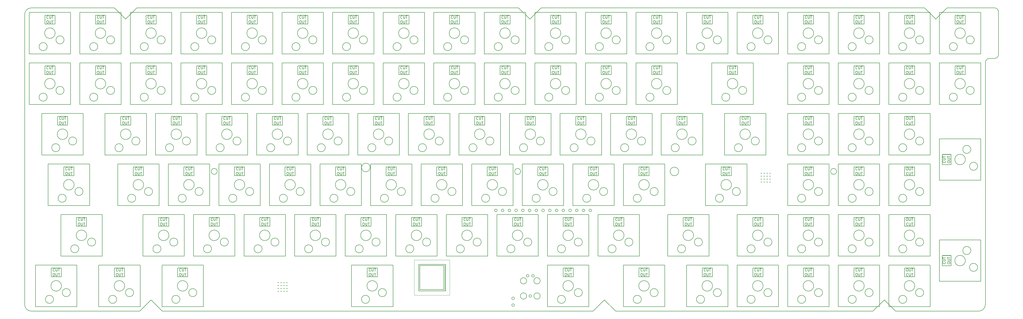
<source format=gbr>
G04 #@! TF.GenerationSoftware,KiCad,Pcbnew,(6.0.0-rc1-dev-711-gaf8715da8)*
G04 #@! TF.CreationDate,2018-11-26T01:45:55-05:00*
G04 #@! TF.ProjectId,Kira,4B6972612E6B696361645F7063620000,1.02c*
G04 #@! TF.SameCoordinates,Original*
G04 #@! TF.FileFunction,Drawing*
%FSLAX46Y46*%
G04 Gerber Fmt 4.6, Leading zero omitted, Abs format (unit mm)*
G04 Created by KiCad (PCBNEW (6.0.0-rc1-dev-711-gaf8715da8)) date 11/26/2018 1:45:55 AM*
%MOMM*%
%LPD*%
G01*
G04 APERTURE LIST*
%ADD10C,0.200000*%
%ADD11C,0.127000*%
%ADD12C,0.050000*%
%ADD13C,0.150000*%
G04 APERTURE END LIST*
D10*
X75136023Y-157158626D02*
X79378663Y-152915985D01*
X375048813Y-47101267D02*
X379291453Y-42858626D01*
X379291453Y-42858626D02*
X375048813Y-47101267D01*
X375048813Y-47101267D02*
X370806172Y-42858626D01*
X389258663Y-139124126D02*
G75*
G02X390782663Y-140648126I0J-1524000D01*
G01*
X389258663Y-142172126D02*
G75*
G02X389258663Y-139124126I0J1524000D01*
G01*
X390782663Y-140648126D02*
G75*
G02X389258663Y-142172126I-1524000J0D01*
G01*
X390782663Y-140648126D02*
G75*
G02X389258663Y-142172126I-1524000J0D01*
G01*
X389258663Y-101024126D02*
G75*
G02X390782663Y-102548126I0J-1524000D01*
G01*
X389258663Y-104072126D02*
G75*
G02X389258663Y-101024126I0J1524000D01*
G01*
X390782663Y-102548126D02*
G75*
G02X389258663Y-104072126I-1524000J0D01*
G01*
X390782663Y-102548126D02*
G75*
G02X389258663Y-104072126I-1524000J0D01*
G01*
X387988663Y-72449626D02*
G75*
G02X389512663Y-73973626I0J-1524000D01*
G01*
X387988663Y-75497626D02*
G75*
G02X387988663Y-72449626I0J1524000D01*
G01*
X389512663Y-73973626D02*
G75*
G02X387988663Y-75497626I-1524000J0D01*
G01*
X389512663Y-73973626D02*
G75*
G02X387988663Y-75497626I-1524000J0D01*
G01*
X387988664Y-53399626D02*
G75*
G02X389512664Y-54923626I0J-1524000D01*
G01*
X387988664Y-56447626D02*
G75*
G02X387988664Y-53399626I0J1524000D01*
G01*
X389512664Y-54923626D02*
G75*
G02X387988664Y-56447626I-1524000J0D01*
G01*
X389512664Y-54923626D02*
G75*
G02X387988664Y-56447626I-1524000J0D01*
G01*
X386090014Y-48954626D02*
X386090014Y-45652626D01*
X386090013Y-68004626D02*
X386090013Y-64702626D01*
X386718663Y-94674126D02*
G75*
G02X388242663Y-96198126I0J-1524000D01*
G01*
X386718663Y-97722126D02*
G75*
G02X386718663Y-94674126I0J1524000D01*
G01*
X388242663Y-96198126D02*
G75*
G02X386718663Y-97722126I-1524000J0D01*
G01*
X388242663Y-96198126D02*
G75*
G02X386718663Y-97722126I-1524000J0D01*
G01*
X386718663Y-132774126D02*
G75*
G02X388242663Y-134298126I0J-1524000D01*
G01*
X386718663Y-135822126D02*
G75*
G02X386718663Y-132774126I0J1524000D01*
G01*
X388242663Y-134298126D02*
G75*
G02X386718663Y-135822126I-1524000J0D01*
G01*
X388242663Y-134298126D02*
G75*
G02X386718663Y-135822126I-1524000J0D01*
G01*
X384178664Y-50389726D02*
G75*
G02X386172564Y-52383626I0J-1993900D01*
G01*
X384178664Y-54377526D02*
G75*
G02X384178664Y-50389726I0J1993900D01*
G01*
X386172564Y-52383626D02*
G75*
G02X384178664Y-54377526I-1993900J0D01*
G01*
X386172564Y-52383626D02*
G75*
G02X384178664Y-54377526I-1993900J0D01*
G01*
X384178663Y-98014226D02*
G75*
G02X386172563Y-100008126I0J-1993900D01*
G01*
X384178663Y-102002026D02*
G75*
G02X384178663Y-98014226I0J1993900D01*
G01*
X386172563Y-100008126D02*
G75*
G02X384178663Y-102002026I-1993900J0D01*
G01*
X386172563Y-100008126D02*
G75*
G02X384178663Y-102002026I-1993900J0D01*
G01*
X384178663Y-69439726D02*
G75*
G02X386172563Y-71433626I0J-1993900D01*
G01*
X384178662Y-73427526D02*
G75*
G02X384178664Y-69439726I1J1993900D01*
G01*
X386172563Y-71433626D02*
G75*
G02X384178663Y-73427526I-1993900J0D01*
G01*
X386172563Y-71433626D02*
G75*
G02X384178663Y-73427526I-1993900J0D01*
G01*
X384178663Y-136114226D02*
G75*
G02X386172563Y-138108126I0J-1993900D01*
G01*
X384178663Y-140102026D02*
G75*
G02X384178663Y-136114226I0J1993900D01*
G01*
X386172563Y-138108126D02*
G75*
G02X384178663Y-140102026I-1993900J0D01*
G01*
X386172563Y-138108126D02*
G75*
G02X384178663Y-140102026I-1993900J0D01*
G01*
X380749663Y-140019976D02*
X380749663Y-136197276D01*
X380749663Y-101919976D02*
X380749663Y-98097276D01*
X381638664Y-55939626D02*
G75*
G02X383162664Y-57463626I0J-1524000D01*
G01*
X381638664Y-58987626D02*
G75*
G02X381638664Y-55939626I0J1524000D01*
G01*
X383162664Y-57463626D02*
G75*
G02X381638664Y-58987626I-1524000J0D01*
G01*
X383162664Y-57463627D02*
G75*
G02X381638663Y-58987626I-1524000J1D01*
G01*
X381638663Y-74989626D02*
G75*
G02X383162663Y-76513626I0J-1524000D01*
G01*
X381638663Y-78037626D02*
G75*
G02X381638663Y-74989626I0J1524000D01*
G01*
X383162663Y-76513626D02*
G75*
G02X381638663Y-78037626I-1524000J0D01*
G01*
X383162663Y-76513626D02*
G75*
G02X381638663Y-78037626I-1524000J0D01*
G01*
X368938663Y-148650126D02*
G75*
G02X370462663Y-150174126I0J-1524000D01*
G01*
X368938663Y-151698126D02*
G75*
G02X368938663Y-148650126I0J1524000D01*
G01*
X370462663Y-150174126D02*
G75*
G02X368938663Y-151698126I-1524000J0D01*
G01*
X370462663Y-150174126D02*
G75*
G02X368938663Y-151698126I-1524000J0D01*
G01*
X368938664Y-53399626D02*
G75*
G02X370462664Y-54923626I0J-1524000D01*
G01*
X368938664Y-56447626D02*
G75*
G02X368938664Y-53399626I0J1524000D01*
G01*
X370462664Y-54923626D02*
G75*
G02X368938664Y-56447626I-1524000J0D01*
G01*
X370462664Y-54923626D02*
G75*
G02X368938664Y-56447626I-1524000J0D01*
G01*
X368938663Y-91499626D02*
G75*
G02X370462663Y-93023626I0J-1524000D01*
G01*
X368938663Y-94547626D02*
G75*
G02X368938663Y-91499626I0J1524000D01*
G01*
X370462663Y-93023626D02*
G75*
G02X368938663Y-94547626I-1524000J0D01*
G01*
X370462663Y-93023626D02*
G75*
G02X368938663Y-94547626I-1524000J0D01*
G01*
X368938663Y-129600126D02*
G75*
G02X370462663Y-131124126I0J-1524000D01*
G01*
X368938663Y-132648126D02*
G75*
G02X368938663Y-129600126I0J1524000D01*
G01*
X370462663Y-131124126D02*
G75*
G02X368938663Y-132648126I-1524000J0D01*
G01*
X370462663Y-131124126D02*
G75*
G02X368938663Y-132648126I-1524000J0D01*
G01*
X368938663Y-110550126D02*
G75*
G02X370462663Y-112074126I0J-1524000D01*
G01*
X368938663Y-113598126D02*
G75*
G02X368938663Y-110550126I0J1524000D01*
G01*
X370462663Y-112074126D02*
G75*
G02X368938663Y-113598126I-1524000J0D01*
G01*
X370462663Y-112074126D02*
G75*
G02X368938663Y-113598126I-1524000J0D01*
G01*
X368938663Y-72449626D02*
G75*
G02X370462663Y-73973626I0J-1524000D01*
G01*
X368938663Y-75497626D02*
G75*
G02X368938663Y-72449626I0J1524000D01*
G01*
X370462663Y-73973626D02*
G75*
G02X368938663Y-75497626I-1524000J0D01*
G01*
X370462663Y-73973626D02*
G75*
G02X368938663Y-75497626I-1524000J0D01*
G01*
X367040014Y-48954626D02*
X367040014Y-45652626D01*
X367040013Y-106104626D02*
X367040013Y-102802626D01*
X367040013Y-125154626D02*
X367040013Y-121852626D01*
X367033663Y-87054626D02*
X367033663Y-83752626D01*
X367033663Y-140902626D02*
X367033663Y-144204626D01*
X367033663Y-68004626D02*
X367033663Y-64702626D01*
X365128663Y-145640226D02*
G75*
G02X367122563Y-147634126I0J-1993900D01*
G01*
X365128663Y-149628026D02*
G75*
G02X365128663Y-145640226I0J1993900D01*
G01*
X367122563Y-147634126D02*
G75*
G02X365128663Y-149628026I-1993900J0D01*
G01*
X367122563Y-147634126D02*
G75*
G02X365128663Y-149628026I-1993900J0D01*
G01*
X365128663Y-88489726D02*
G75*
G02X367122563Y-90483626I0J-1993900D01*
G01*
X365128663Y-92477526D02*
G75*
G02X365128663Y-88489726I0J1993900D01*
G01*
X367122563Y-90483626D02*
G75*
G02X365128663Y-92477526I-1993900J0D01*
G01*
X367122563Y-90483626D02*
G75*
G02X365128663Y-92477526I-1993900J0D01*
G01*
X365128663Y-126590226D02*
G75*
G02X367122563Y-128584126I0J-1993900D01*
G01*
X365128663Y-130578026D02*
G75*
G02X365128663Y-126590226I0J1993900D01*
G01*
X367122563Y-128584126D02*
G75*
G02X365128663Y-130578026I-1993900J0D01*
G01*
X367122563Y-128584126D02*
G75*
G02X365128663Y-130578026I-1993900J0D01*
G01*
X365128664Y-50389726D02*
G75*
G02X367122564Y-52383626I0J-1993900D01*
G01*
X365128664Y-54377526D02*
G75*
G02X365128664Y-50389726I0J1993900D01*
G01*
X367122564Y-52383626D02*
G75*
G02X365128664Y-54377526I-1993900J0D01*
G01*
X367122564Y-52383626D02*
G75*
G02X365128664Y-54377526I-1993900J0D01*
G01*
X365128663Y-69439726D02*
G75*
G02X367122563Y-71433626I0J-1993900D01*
G01*
X365128662Y-73427526D02*
G75*
G02X365128664Y-69439726I1J1993900D01*
G01*
X367122563Y-71433626D02*
G75*
G02X365128663Y-73427526I-1993900J0D01*
G01*
X367122563Y-71433626D02*
G75*
G02X365128663Y-73427526I-1993900J0D01*
G01*
X365128663Y-107540226D02*
G75*
G02X367122563Y-109534126I0J-1993900D01*
G01*
X365128663Y-111528026D02*
G75*
G02X365128663Y-107540226I0J1993900D01*
G01*
X367122563Y-109534126D02*
G75*
G02X365128663Y-111528026I-1993900J0D01*
G01*
X367122563Y-109534126D02*
G75*
G02X365128663Y-111528026I-1993900J0D01*
G01*
X362588663Y-94039626D02*
G75*
G02X364112663Y-95563626I0J-1524000D01*
G01*
X362588663Y-97087626D02*
G75*
G02X362588663Y-94039626I0J1524000D01*
G01*
X364112663Y-95563626D02*
G75*
G02X362588663Y-97087626I-1524000J0D01*
G01*
X364112663Y-95563626D02*
G75*
G02X362588663Y-97087626I-1524000J0D01*
G01*
X362588663Y-132140126D02*
G75*
G02X364112663Y-133664126I0J-1524000D01*
G01*
X362588663Y-135188126D02*
G75*
G02X362588663Y-132140126I0J1524000D01*
G01*
X364112663Y-133664126D02*
G75*
G02X362588663Y-135188126I-1524000J0D01*
G01*
X364112663Y-133664126D02*
G75*
G02X362588663Y-135188126I-1524000J0D01*
G01*
X362588664Y-55939626D02*
G75*
G02X364112664Y-57463626I0J-1524000D01*
G01*
X362588664Y-58987626D02*
G75*
G02X362588664Y-55939626I0J1524000D01*
G01*
X364112664Y-57463626D02*
G75*
G02X362588664Y-58987626I-1524000J0D01*
G01*
X364112664Y-57463627D02*
G75*
G02X362588663Y-58987626I-1524000J1D01*
G01*
X362588663Y-113090126D02*
G75*
G02X364112663Y-114614126I0J-1524000D01*
G01*
X362588663Y-116138126D02*
G75*
G02X362588663Y-113090126I0J1524000D01*
G01*
X364112663Y-114614126D02*
G75*
G02X362588663Y-116138126I-1524000J0D01*
G01*
X364112663Y-114614126D02*
G75*
G02X362588663Y-116138126I-1524000J0D01*
G01*
X362588663Y-151190126D02*
G75*
G02X364112663Y-152714126I0J-1524000D01*
G01*
X362588663Y-154238126D02*
G75*
G02X362588663Y-151190126I0J1524000D01*
G01*
X364112663Y-152714126D02*
G75*
G02X362588663Y-154238126I-1524000J0D01*
G01*
X364112663Y-152714126D02*
G75*
G02X362588663Y-154238126I-1524000J0D01*
G01*
X362588663Y-74989626D02*
G75*
G02X364112663Y-76513626I0J-1524000D01*
G01*
X362588663Y-78037626D02*
G75*
G02X362588663Y-74989626I0J1524000D01*
G01*
X364112663Y-76513626D02*
G75*
G02X362588663Y-78037626I-1524000J0D01*
G01*
X364112663Y-76513626D02*
G75*
G02X362588663Y-78037626I-1524000J0D01*
G01*
X359846304Y-157158626D02*
X355603663Y-152915986D01*
X349888663Y-72449626D02*
G75*
G02X351412663Y-73973626I0J-1524000D01*
G01*
X349888663Y-75497626D02*
G75*
G02X349888663Y-72449626I0J1524000D01*
G01*
X351412663Y-73973626D02*
G75*
G02X349888663Y-75497626I-1524000J0D01*
G01*
X351412663Y-73973626D02*
G75*
G02X349888663Y-75497626I-1524000J0D01*
G01*
X349888663Y-129600126D02*
G75*
G02X351412663Y-131124126I0J-1524000D01*
G01*
X349888663Y-132648126D02*
G75*
G02X349888663Y-129600126I0J1524000D01*
G01*
X351412663Y-131124126D02*
G75*
G02X349888663Y-132648126I-1524000J0D01*
G01*
X351412663Y-131124126D02*
G75*
G02X349888663Y-132648126I-1524000J0D01*
G01*
X349888664Y-53399626D02*
G75*
G02X351412664Y-54923626I0J-1524000D01*
G01*
X349888664Y-56447626D02*
G75*
G02X349888664Y-53399626I0J1524000D01*
G01*
X351412664Y-54923626D02*
G75*
G02X349888664Y-56447626I-1524000J0D01*
G01*
X351412664Y-54923626D02*
G75*
G02X349888664Y-56447626I-1524000J0D01*
G01*
X349888663Y-91499626D02*
G75*
G02X351412663Y-93023626I0J-1524000D01*
G01*
X349888663Y-94547626D02*
G75*
G02X349888663Y-91499626I0J1524000D01*
G01*
X351412663Y-93023626D02*
G75*
G02X349888663Y-94547626I-1524000J0D01*
G01*
X351412663Y-93023626D02*
G75*
G02X349888663Y-94547626I-1524000J0D01*
G01*
X349888663Y-148650126D02*
G75*
G02X351412663Y-150174126I0J-1524000D01*
G01*
X349888663Y-151698126D02*
G75*
G02X349888663Y-148650126I0J1524000D01*
G01*
X351412663Y-150174126D02*
G75*
G02X349888663Y-151698126I-1524000J0D01*
G01*
X351412663Y-150174126D02*
G75*
G02X349888663Y-151698126I-1524000J0D01*
G01*
X349888663Y-110550126D02*
G75*
G02X351412663Y-112074126I0J-1524000D01*
G01*
X349888663Y-113598126D02*
G75*
G02X349888663Y-110550126I0J1524000D01*
G01*
X351412663Y-112074126D02*
G75*
G02X349888663Y-113598126I-1524000J0D01*
G01*
X351412663Y-112074126D02*
G75*
G02X349888663Y-113598126I-1524000J0D01*
G01*
X347990014Y-48954626D02*
X347990014Y-45652626D01*
X347990013Y-125154626D02*
X347990013Y-121852626D01*
X347990013Y-106104626D02*
X347990013Y-102802626D01*
X347983663Y-68004626D02*
X347983663Y-64702626D01*
X347983663Y-140902626D02*
X347983663Y-144204626D01*
X347983663Y-87054626D02*
X347983663Y-83752626D01*
X346078664Y-50389726D02*
G75*
G02X348072564Y-52383626I0J-1993900D01*
G01*
X346078664Y-54377526D02*
G75*
G02X346078664Y-50389726I0J1993900D01*
G01*
X348072564Y-52383626D02*
G75*
G02X346078664Y-54377526I-1993900J0D01*
G01*
X348072564Y-52383626D02*
G75*
G02X346078664Y-54377526I-1993900J0D01*
G01*
X346078663Y-69439726D02*
G75*
G02X348072563Y-71433626I0J-1993900D01*
G01*
X346078662Y-73427526D02*
G75*
G02X346078664Y-69439726I1J1993900D01*
G01*
X348072563Y-71433626D02*
G75*
G02X346078663Y-73427526I-1993900J0D01*
G01*
X348072563Y-71433626D02*
G75*
G02X346078663Y-73427526I-1993900J0D01*
G01*
X346078663Y-126590226D02*
G75*
G02X348072563Y-128584126I0J-1993900D01*
G01*
X346078663Y-130578026D02*
G75*
G02X346078663Y-126590226I0J1993900D01*
G01*
X348072563Y-128584126D02*
G75*
G02X346078663Y-130578026I-1993900J0D01*
G01*
X348072563Y-128584126D02*
G75*
G02X346078663Y-130578026I-1993900J0D01*
G01*
X346078663Y-145640226D02*
G75*
G02X348072563Y-147634126I0J-1993900D01*
G01*
X346078663Y-149628026D02*
G75*
G02X346078663Y-145640226I0J1993900D01*
G01*
X348072563Y-147634126D02*
G75*
G02X346078663Y-149628026I-1993900J0D01*
G01*
X348072563Y-147634126D02*
G75*
G02X346078663Y-149628026I-1993900J0D01*
G01*
X346078663Y-88489726D02*
G75*
G02X348072563Y-90483626I0J-1993900D01*
G01*
X346078663Y-92477526D02*
G75*
G02X346078663Y-88489726I0J1993900D01*
G01*
X348072563Y-90483626D02*
G75*
G02X346078663Y-92477526I-1993900J0D01*
G01*
X348072563Y-90483626D02*
G75*
G02X346078663Y-92477526I-1993900J0D01*
G01*
X346078663Y-107540226D02*
G75*
G02X348072563Y-109534126I0J-1993900D01*
G01*
X346078663Y-111528026D02*
G75*
G02X346078663Y-107540226I0J1993900D01*
G01*
X348072563Y-109534126D02*
G75*
G02X346078663Y-111528026I-1993900J0D01*
G01*
X348072563Y-109534126D02*
G75*
G02X346078663Y-111528026I-1993900J0D01*
G01*
X343538663Y-94039626D02*
G75*
G02X345062663Y-95563626I0J-1524000D01*
G01*
X343538663Y-97087626D02*
G75*
G02X343538663Y-94039626I0J1524000D01*
G01*
X345062663Y-95563626D02*
G75*
G02X343538663Y-97087626I-1524000J0D01*
G01*
X345062663Y-95563626D02*
G75*
G02X343538663Y-97087626I-1524000J0D01*
G01*
X343538663Y-132140126D02*
G75*
G02X345062663Y-133664126I0J-1524000D01*
G01*
X343538663Y-135188126D02*
G75*
G02X343538663Y-132140126I0J1524000D01*
G01*
X345062663Y-133664126D02*
G75*
G02X343538663Y-135188126I-1524000J0D01*
G01*
X345062663Y-133664126D02*
G75*
G02X343538663Y-135188126I-1524000J0D01*
G01*
X343538663Y-151190126D02*
G75*
G02X345062663Y-152714126I0J-1524000D01*
G01*
X343538663Y-154238126D02*
G75*
G02X343538663Y-151190126I0J1524000D01*
G01*
X345062663Y-152714126D02*
G75*
G02X343538663Y-154238126I-1524000J0D01*
G01*
X345062663Y-152714126D02*
G75*
G02X343538663Y-154238126I-1524000J0D01*
G01*
X343538663Y-113090126D02*
G75*
G02X345062663Y-114614126I0J-1524000D01*
G01*
X343538663Y-116138126D02*
G75*
G02X343538663Y-113090126I0J1524000D01*
G01*
X345062663Y-114614126D02*
G75*
G02X343538663Y-116138126I-1524000J0D01*
G01*
X345062663Y-114614126D02*
G75*
G02X343538663Y-116138126I-1524000J0D01*
G01*
X343538664Y-55939626D02*
G75*
G02X345062664Y-57463626I0J-1524000D01*
G01*
X343538664Y-58987626D02*
G75*
G02X343538664Y-55939626I0J1524000D01*
G01*
X345062664Y-57463626D02*
G75*
G02X343538664Y-58987626I-1524000J0D01*
G01*
X345062664Y-57463627D02*
G75*
G02X343538663Y-58987626I-1524000J1D01*
G01*
X343538663Y-74989626D02*
G75*
G02X345062663Y-76513626I0J-1524000D01*
G01*
X343538663Y-78037626D02*
G75*
G02X343538663Y-74989626I0J1524000D01*
G01*
X345062663Y-76513626D02*
G75*
G02X343538663Y-78037626I-1524000J0D01*
G01*
X345062663Y-76513626D02*
G75*
G02X343538663Y-78037626I-1524000J0D01*
G01*
X336528263Y-103366726D02*
G75*
G02X337653263Y-104491726I0J-1125000D01*
G01*
X336528263Y-105616726D02*
G75*
G02X336528263Y-103366726I0J1125000D01*
G01*
X337653263Y-104491726D02*
G75*
G02X336528263Y-105616726I-1125000J0D01*
G01*
X337653263Y-104491726D02*
G75*
G02X336528263Y-105616726I-1125000J0D01*
G01*
X330838663Y-148650126D02*
G75*
G02X332362663Y-150174126I0J-1524000D01*
G01*
X330838663Y-151698126D02*
G75*
G02X330838663Y-148650126I0J1524000D01*
G01*
X332362663Y-150174126D02*
G75*
G02X330838663Y-151698126I-1524000J0D01*
G01*
X332362663Y-150174126D02*
G75*
G02X330838663Y-151698126I-1524000J0D01*
G01*
X330838663Y-110550126D02*
G75*
G02X332362663Y-112074126I0J-1524000D01*
G01*
X330838663Y-113598126D02*
G75*
G02X330838663Y-110550126I0J1524000D01*
G01*
X332362663Y-112074126D02*
G75*
G02X330838663Y-113598126I-1524000J0D01*
G01*
X332362663Y-112074126D02*
G75*
G02X330838663Y-113598126I-1524000J0D01*
G01*
X330838663Y-91499626D02*
G75*
G02X332362663Y-93023626I0J-1524000D01*
G01*
X330838663Y-94547626D02*
G75*
G02X330838663Y-91499626I0J1524000D01*
G01*
X332362663Y-93023626D02*
G75*
G02X330838663Y-94547626I-1524000J0D01*
G01*
X332362663Y-93023626D02*
G75*
G02X330838663Y-94547626I-1524000J0D01*
G01*
X330838663Y-72449626D02*
G75*
G02X332362663Y-73973626I0J-1524000D01*
G01*
X330838663Y-75497626D02*
G75*
G02X330838663Y-72449626I0J1524000D01*
G01*
X332362663Y-73973626D02*
G75*
G02X330838663Y-75497626I-1524000J0D01*
G01*
X332362663Y-73973626D02*
G75*
G02X330838663Y-75497626I-1524000J0D01*
G01*
X330838663Y-129600126D02*
G75*
G02X332362663Y-131124126I0J-1524000D01*
G01*
X330838663Y-132648126D02*
G75*
G02X330838663Y-129600126I0J1524000D01*
G01*
X332362663Y-131124126D02*
G75*
G02X330838663Y-132648126I-1524000J0D01*
G01*
X332362663Y-131124126D02*
G75*
G02X330838663Y-132648126I-1524000J0D01*
G01*
X330838664Y-53399626D02*
G75*
G02X332362664Y-54923626I0J-1524000D01*
G01*
X330838664Y-56447626D02*
G75*
G02X330838664Y-53399626I0J1524000D01*
G01*
X332362664Y-54923626D02*
G75*
G02X330838664Y-56447626I-1524000J0D01*
G01*
X332362664Y-54923626D02*
G75*
G02X330838664Y-56447626I-1524000J0D01*
G01*
X328940013Y-106104626D02*
X328940013Y-102802626D01*
X328933663Y-121852626D02*
X328933663Y-125154626D01*
X328933663Y-68004626D02*
X328933663Y-64702626D01*
X328933664Y-48954626D02*
X328933664Y-45652626D01*
X328933663Y-87054626D02*
X328933663Y-83752626D01*
X328933663Y-140902626D02*
X328933663Y-144204626D01*
X327028663Y-88489726D02*
G75*
G02X329022563Y-90483626I0J-1993900D01*
G01*
X327028663Y-92477526D02*
G75*
G02X327028663Y-88489726I0J1993900D01*
G01*
X329022563Y-90483626D02*
G75*
G02X327028663Y-92477526I-1993900J0D01*
G01*
X329022563Y-90483626D02*
G75*
G02X327028663Y-92477526I-1993900J0D01*
G01*
X327028663Y-107540226D02*
G75*
G02X329022563Y-109534126I0J-1993900D01*
G01*
X327028663Y-111528026D02*
G75*
G02X327028663Y-107540226I0J1993900D01*
G01*
X329022563Y-109534126D02*
G75*
G02X327028663Y-111528026I-1993900J0D01*
G01*
X329022563Y-109534126D02*
G75*
G02X327028663Y-111528026I-1993900J0D01*
G01*
X327028663Y-69439726D02*
G75*
G02X329022563Y-71433626I0J-1993900D01*
G01*
X327028662Y-73427526D02*
G75*
G02X327028664Y-69439726I1J1993900D01*
G01*
X329022563Y-71433626D02*
G75*
G02X327028663Y-73427526I-1993900J0D01*
G01*
X329022563Y-71433626D02*
G75*
G02X327028663Y-73427526I-1993900J0D01*
G01*
X327028663Y-145640226D02*
G75*
G02X329022563Y-147634126I0J-1993900D01*
G01*
X327028663Y-149628026D02*
G75*
G02X327028663Y-145640226I0J1993900D01*
G01*
X329022563Y-147634126D02*
G75*
G02X327028663Y-149628026I-1993900J0D01*
G01*
X329022563Y-147634126D02*
G75*
G02X327028663Y-149628026I-1993900J0D01*
G01*
X327028663Y-126590226D02*
G75*
G02X329022563Y-128584126I0J-1993900D01*
G01*
X327028663Y-130578026D02*
G75*
G02X327028663Y-126590226I0J1993900D01*
G01*
X329022563Y-128584126D02*
G75*
G02X327028663Y-130578026I-1993900J0D01*
G01*
X329022563Y-128584126D02*
G75*
G02X327028663Y-130578026I-1993900J0D01*
G01*
X327028664Y-50389726D02*
G75*
G02X329022564Y-52383626I0J-1993900D01*
G01*
X327028664Y-54377526D02*
G75*
G02X327028664Y-50389726I0J1993900D01*
G01*
X329022564Y-52383626D02*
G75*
G02X327028664Y-54377526I-1993900J0D01*
G01*
X329022564Y-52383626D02*
G75*
G02X327028664Y-54377526I-1993900J0D01*
G01*
X324488663Y-94039626D02*
G75*
G02X326012663Y-95563626I0J-1524000D01*
G01*
X324488663Y-97087626D02*
G75*
G02X324488663Y-94039626I0J1524000D01*
G01*
X326012663Y-95563626D02*
G75*
G02X324488663Y-97087626I-1524000J0D01*
G01*
X326012663Y-95563626D02*
G75*
G02X324488663Y-97087626I-1524000J0D01*
G01*
X324488664Y-55939626D02*
G75*
G02X326012664Y-57463626I0J-1524000D01*
G01*
X324488664Y-58987626D02*
G75*
G02X324488664Y-55939626I0J1524000D01*
G01*
X326012664Y-57463626D02*
G75*
G02X324488664Y-58987626I-1524000J0D01*
G01*
X326012664Y-57463627D02*
G75*
G02X324488663Y-58987626I-1524000J1D01*
G01*
X324488663Y-132140126D02*
G75*
G02X326012663Y-133664126I0J-1524000D01*
G01*
X324488663Y-135188126D02*
G75*
G02X324488663Y-132140126I0J1524000D01*
G01*
X326012663Y-133664126D02*
G75*
G02X324488663Y-135188126I-1524000J0D01*
G01*
X326012663Y-133664126D02*
G75*
G02X324488663Y-135188126I-1524000J0D01*
G01*
X324488663Y-74989626D02*
G75*
G02X326012663Y-76513626I0J-1524000D01*
G01*
X324488663Y-78037626D02*
G75*
G02X324488663Y-74989626I0J1524000D01*
G01*
X326012663Y-76513626D02*
G75*
G02X324488663Y-78037626I-1524000J0D01*
G01*
X326012663Y-76513626D02*
G75*
G02X324488663Y-78037626I-1524000J0D01*
G01*
X324488663Y-113090126D02*
G75*
G02X326012663Y-114614126I0J-1524000D01*
G01*
X324488663Y-116138126D02*
G75*
G02X324488663Y-113090126I0J1524000D01*
G01*
X326012663Y-114614126D02*
G75*
G02X324488663Y-116138126I-1524000J0D01*
G01*
X326012663Y-114614126D02*
G75*
G02X324488663Y-116138126I-1524000J0D01*
G01*
X324488663Y-151190126D02*
G75*
G02X326012663Y-152714126I0J-1524000D01*
G01*
X324488663Y-154238126D02*
G75*
G02X324488663Y-151190126I0J1524000D01*
G01*
X326012663Y-152714126D02*
G75*
G02X324488663Y-154238126I-1524000J0D01*
G01*
X326012663Y-152714126D02*
G75*
G02X324488663Y-154238126I-1524000J0D01*
G01*
X312593508Y-107306475D02*
G75*
G02X312720508Y-107433475I0J-127000D01*
G01*
X312593508Y-107560475D02*
G75*
G02X312593508Y-107306475I0J127000D01*
G01*
X312720508Y-107433475D02*
G75*
G02X312593508Y-107560475I-127000J0D01*
G01*
X312720508Y-107433475D02*
G75*
G02X312593508Y-107560475I-127000J0D01*
G01*
X312593508Y-108406475D02*
G75*
G02X312720508Y-108533475I0J-127000D01*
G01*
X312593508Y-108660475D02*
G75*
G02X312593508Y-108406475I0J127000D01*
G01*
X312720508Y-108533475D02*
G75*
G02X312593508Y-108660475I-127000J0D01*
G01*
X312720508Y-108533475D02*
G75*
G02X312593508Y-108660475I-127000J0D01*
G01*
X312593508Y-106206475D02*
G75*
G02X312720508Y-106333475I0J-127000D01*
G01*
X312593508Y-106460475D02*
G75*
G02X312593508Y-106206475I0J127000D01*
G01*
X312720508Y-106333475D02*
G75*
G02X312593508Y-106460475I-127000J0D01*
G01*
X312720508Y-106333475D02*
G75*
G02X312593508Y-106460475I-127000J0D01*
G01*
X312593508Y-105106475D02*
G75*
G02X312720508Y-105233475I0J-127000D01*
G01*
X312593508Y-105360475D02*
G75*
G02X312593508Y-105106475I0J127000D01*
G01*
X312720508Y-105233475D02*
G75*
G02X312593508Y-105360475I-127000J0D01*
G01*
X312720508Y-105233475D02*
G75*
G02X312593508Y-105360475I-127000J0D01*
G01*
X311493508Y-106206475D02*
G75*
G02X311620508Y-106333475I0J-127000D01*
G01*
X311493508Y-106460475D02*
G75*
G02X311493508Y-106206475I0J127000D01*
G01*
X311620508Y-106333475D02*
G75*
G02X311493508Y-106460475I-127000J0D01*
G01*
X311620508Y-106333475D02*
G75*
G02X311493508Y-106460475I-127000J0D01*
G01*
X311493508Y-108406475D02*
G75*
G02X311620508Y-108533475I0J-127000D01*
G01*
X311493508Y-108660475D02*
G75*
G02X311493508Y-108406475I0J127000D01*
G01*
X311620508Y-108533475D02*
G75*
G02X311493508Y-108660475I-127000J0D01*
G01*
X311620508Y-108533475D02*
G75*
G02X311493508Y-108660475I-127000J0D01*
G01*
X311493508Y-107306475D02*
G75*
G02X311620508Y-107433475I0J-127000D01*
G01*
X311493508Y-107560475D02*
G75*
G02X311493508Y-107306475I0J127000D01*
G01*
X311620508Y-107433475D02*
G75*
G02X311493508Y-107560475I-127000J0D01*
G01*
X311620508Y-107433475D02*
G75*
G02X311493508Y-107560475I-127000J0D01*
G01*
X311493508Y-105106475D02*
G75*
G02X311620508Y-105233475I0J-127000D01*
G01*
X311493508Y-105360475D02*
G75*
G02X311493508Y-105106475I0J127000D01*
G01*
X311620508Y-105233475D02*
G75*
G02X311493508Y-105360475I-127000J0D01*
G01*
X311620508Y-105233475D02*
G75*
G02X311493508Y-105360475I-127000J0D01*
G01*
X310393508Y-107306475D02*
G75*
G02X310520508Y-107433475I0J-127000D01*
G01*
X310393508Y-107560475D02*
G75*
G02X310393508Y-107306475I0J127000D01*
G01*
X310520508Y-107433475D02*
G75*
G02X310393508Y-107560475I-127000J0D01*
G01*
X310520508Y-107433475D02*
G75*
G02X310393508Y-107560475I-127000J0D01*
G01*
X310393508Y-105106475D02*
G75*
G02X310520508Y-105233475I0J-127000D01*
G01*
X310393508Y-105360475D02*
G75*
G02X310393508Y-105106475I0J127000D01*
G01*
X310520508Y-105233475D02*
G75*
G02X310393508Y-105360475I-127000J0D01*
G01*
X310520508Y-105233475D02*
G75*
G02X310393508Y-105360475I-127000J0D01*
G01*
X310393508Y-108406475D02*
G75*
G02X310520508Y-108533475I0J-127000D01*
G01*
X310393508Y-108660475D02*
G75*
G02X310393508Y-108406475I0J127000D01*
G01*
X310520508Y-108533475D02*
G75*
G02X310393508Y-108660475I-127000J0D01*
G01*
X310520508Y-108533475D02*
G75*
G02X310393508Y-108660475I-127000J0D01*
G01*
X310393508Y-106206475D02*
G75*
G02X310520508Y-106333475I0J-127000D01*
G01*
X310393508Y-106460475D02*
G75*
G02X310393508Y-106206475I0J127000D01*
G01*
X310520508Y-106333475D02*
G75*
G02X310393508Y-106460475I-127000J0D01*
G01*
X310520508Y-106333475D02*
G75*
G02X310393508Y-106460475I-127000J0D01*
G01*
X311788664Y-53399626D02*
G75*
G02X313312664Y-54923626I0J-1524000D01*
G01*
X311788664Y-56447626D02*
G75*
G02X311788664Y-53399626I0J1524000D01*
G01*
X313312664Y-54923626D02*
G75*
G02X311788664Y-56447626I-1524000J0D01*
G01*
X313312664Y-54923626D02*
G75*
G02X311788664Y-56447626I-1524000J0D01*
G01*
X311788663Y-148650126D02*
G75*
G02X313312663Y-150174126I0J-1524000D01*
G01*
X311788663Y-151698126D02*
G75*
G02X311788663Y-148650126I0J1524000D01*
G01*
X313312663Y-150174126D02*
G75*
G02X311788663Y-151698126I-1524000J0D01*
G01*
X313312663Y-150174126D02*
G75*
G02X311788663Y-151698126I-1524000J0D01*
G01*
X311788663Y-129600126D02*
G75*
G02X313312663Y-131124126I0J-1524000D01*
G01*
X311788663Y-132648126D02*
G75*
G02X311788663Y-129600126I0J1524000D01*
G01*
X313312663Y-131124126D02*
G75*
G02X311788663Y-132648126I-1524000J0D01*
G01*
X313312663Y-131124126D02*
G75*
G02X311788663Y-132648126I-1524000J0D01*
G01*
X309890013Y-140902626D02*
X309890013Y-144204626D01*
X309890013Y-125154626D02*
X309890013Y-121852626D01*
X309883664Y-48954626D02*
X309883664Y-45652626D01*
X309293508Y-106206475D02*
G75*
G02X309420508Y-106333475I0J-127000D01*
G01*
X309293508Y-106460475D02*
G75*
G02X309293508Y-106206475I0J127000D01*
G01*
X309420508Y-106333475D02*
G75*
G02X309293508Y-106460475I-127000J0D01*
G01*
X309420508Y-106333475D02*
G75*
G02X309293508Y-106460475I-127000J0D01*
G01*
X309293508Y-105106475D02*
G75*
G02X309420508Y-105233475I0J-127000D01*
G01*
X309293508Y-105360475D02*
G75*
G02X309293508Y-105106475I0J127000D01*
G01*
X309420508Y-105233475D02*
G75*
G02X309293508Y-105360475I-127000J0D01*
G01*
X309420508Y-105233475D02*
G75*
G02X309293508Y-105360475I-127000J0D01*
G01*
X309293508Y-107306475D02*
G75*
G02X309420508Y-107433475I0J-127000D01*
G01*
X309293508Y-107560475D02*
G75*
G02X309293508Y-107306475I0J127000D01*
G01*
X309420508Y-107433475D02*
G75*
G02X309293508Y-107560475I-127000J0D01*
G01*
X309420508Y-107433475D02*
G75*
G02X309293508Y-107560475I-127000J0D01*
G01*
X309293508Y-108406475D02*
G75*
G02X309420508Y-108533475I0J-127000D01*
G01*
X309293508Y-108660475D02*
G75*
G02X309293508Y-108406475I0J127000D01*
G01*
X309420508Y-108533475D02*
G75*
G02X309293508Y-108660475I-127000J0D01*
G01*
X309420508Y-108533475D02*
G75*
G02X309293508Y-108660475I-127000J0D01*
G01*
X307978663Y-126590226D02*
G75*
G02X309972563Y-128584126I0J-1993900D01*
G01*
X307978663Y-130578026D02*
G75*
G02X307978663Y-126590226I0J1993900D01*
G01*
X309972563Y-128584126D02*
G75*
G02X307978663Y-130578026I-1993900J0D01*
G01*
X309972563Y-128584126D02*
G75*
G02X307978663Y-130578026I-1993900J0D01*
G01*
X307978664Y-50389726D02*
G75*
G02X309972564Y-52383626I0J-1993900D01*
G01*
X307978664Y-54377526D02*
G75*
G02X307978664Y-50389726I0J1993900D01*
G01*
X309972564Y-52383626D02*
G75*
G02X307978664Y-54377526I-1993900J0D01*
G01*
X309972564Y-52383626D02*
G75*
G02X307978664Y-54377526I-1993900J0D01*
G01*
X307978663Y-145640226D02*
G75*
G02X309972563Y-147634126I0J-1993900D01*
G01*
X307978663Y-149628026D02*
G75*
G02X307978663Y-145640226I0J1993900D01*
G01*
X309972563Y-147634126D02*
G75*
G02X307978663Y-149628026I-1993900J0D01*
G01*
X309972563Y-147634126D02*
G75*
G02X307978663Y-149628026I-1993900J0D01*
G01*
X307025663Y-91499626D02*
G75*
G02X308549663Y-93023626I0J-1524000D01*
G01*
X307025663Y-94547626D02*
G75*
G02X307025663Y-91499626I0J1524000D01*
G01*
X308549663Y-93023626D02*
G75*
G02X307025663Y-94547626I-1524000J0D01*
G01*
X308549663Y-93023626D02*
G75*
G02X307025663Y-94547626I-1524000J0D01*
G01*
X305121163Y-83752626D02*
X305121163Y-87054626D01*
X305438663Y-151190126D02*
G75*
G02X306962663Y-152714126I0J-1524000D01*
G01*
X305438663Y-154238126D02*
G75*
G02X305438663Y-151190126I0J1524000D01*
G01*
X306962663Y-152714126D02*
G75*
G02X305438663Y-154238126I-1524000J0D01*
G01*
X306962663Y-152714126D02*
G75*
G02X305438663Y-154238126I-1524000J0D01*
G01*
X305438664Y-55939626D02*
G75*
G02X306962664Y-57463626I0J-1524000D01*
G01*
X305438664Y-58987626D02*
G75*
G02X305438664Y-55939626I0J1524000D01*
G01*
X306962664Y-57463626D02*
G75*
G02X305438664Y-58987626I-1524000J0D01*
G01*
X306962664Y-57463627D02*
G75*
G02X305438663Y-58987626I-1524000J1D01*
G01*
X305438663Y-132140126D02*
G75*
G02X306962663Y-133664126I0J-1524000D01*
G01*
X305438663Y-135188126D02*
G75*
G02X305438663Y-132140126I0J1524000D01*
G01*
X306962663Y-133664126D02*
G75*
G02X305438663Y-135188126I-1524000J0D01*
G01*
X306962663Y-133664126D02*
G75*
G02X305438663Y-135188126I-1524000J0D01*
G01*
X303215663Y-88489726D02*
G75*
G02X305209563Y-90483626I0J-1993900D01*
G01*
X303215663Y-92477526D02*
G75*
G02X303215663Y-88489726I0J1993900D01*
G01*
X305209563Y-90483626D02*
G75*
G02X303215663Y-92477526I-1993900J0D01*
G01*
X305209563Y-90483626D02*
G75*
G02X303215663Y-92477526I-1993900J0D01*
G01*
X302263663Y-72449626D02*
G75*
G02X303787663Y-73973626I0J-1524000D01*
G01*
X302263663Y-75497626D02*
G75*
G02X302263663Y-72449626I0J1524000D01*
G01*
X303787663Y-73973626D02*
G75*
G02X302263663Y-75497626I-1524000J0D01*
G01*
X303787663Y-73973626D02*
G75*
G02X302263663Y-75497626I-1524000J0D01*
G01*
X300358663Y-68004626D02*
X300358663Y-64702626D01*
X300675663Y-94039626D02*
G75*
G02X302199663Y-95563626I0J-1524000D01*
G01*
X300675663Y-97087626D02*
G75*
G02X300675663Y-94039626I0J1524000D01*
G01*
X302199663Y-95563626D02*
G75*
G02X300675663Y-97087626I-1524000J0D01*
G01*
X302199663Y-95563626D02*
G75*
G02X300675663Y-97087626I-1524000J0D01*
G01*
X299882663Y-110550126D02*
G75*
G02X301406663Y-112074126I0J-1524000D01*
G01*
X299882663Y-113598126D02*
G75*
G02X299882663Y-110550126I0J1524000D01*
G01*
X301406663Y-112074126D02*
G75*
G02X299882663Y-113598126I-1524000J0D01*
G01*
X301406663Y-112074126D02*
G75*
G02X299882663Y-113598126I-1524000J0D01*
G01*
X297983763Y-102802626D02*
X297983763Y-106104626D01*
X298453663Y-69439726D02*
G75*
G02X300447563Y-71433626I0J-1993900D01*
G01*
X298453662Y-73427526D02*
G75*
G02X298453664Y-69439726I1J1993900D01*
G01*
X300447563Y-71433626D02*
G75*
G02X298453663Y-73427526I-1993900J0D01*
G01*
X300447563Y-71433626D02*
G75*
G02X298453663Y-73427526I-1993900J0D01*
G01*
X295913663Y-74989626D02*
G75*
G02X297437663Y-76513626I0J-1524000D01*
G01*
X295913663Y-78037626D02*
G75*
G02X295913663Y-74989626I0J1524000D01*
G01*
X297437663Y-76513626D02*
G75*
G02X295913663Y-78037626I-1524000J0D01*
G01*
X297437663Y-76513626D02*
G75*
G02X295913663Y-78037626I-1524000J0D01*
G01*
X296072663Y-107540226D02*
G75*
G02X298066563Y-109534126I0J-1993900D01*
G01*
X296072663Y-111528026D02*
G75*
G02X296072663Y-107540226I0J1993900D01*
G01*
X298066563Y-109534126D02*
G75*
G02X296072663Y-111528026I-1993900J0D01*
G01*
X298066563Y-109534126D02*
G75*
G02X296072663Y-111528026I-1993900J0D01*
G01*
X293532663Y-113090126D02*
G75*
G02X295056663Y-114614126I0J-1524000D01*
G01*
X293532663Y-116138126D02*
G75*
G02X293532663Y-113090126I0J1524000D01*
G01*
X295056663Y-114614126D02*
G75*
G02X293532663Y-116138126I-1524000J0D01*
G01*
X295056663Y-114614126D02*
G75*
G02X293532663Y-116138126I-1524000J0D01*
G01*
X292738664Y-53399626D02*
G75*
G02X294262664Y-54923626I0J-1524000D01*
G01*
X292738664Y-56447626D02*
G75*
G02X292738664Y-53399626I0J1524000D01*
G01*
X294262664Y-54923626D02*
G75*
G02X292738664Y-56447626I-1524000J0D01*
G01*
X294262664Y-54923626D02*
G75*
G02X292738664Y-56447626I-1524000J0D01*
G01*
X292738663Y-148650126D02*
G75*
G02X294262663Y-150174126I0J-1524000D01*
G01*
X292738663Y-151698126D02*
G75*
G02X292738663Y-148650126I0J1524000D01*
G01*
X294262663Y-150174126D02*
G75*
G02X292738663Y-151698126I-1524000J0D01*
G01*
X294262663Y-150174126D02*
G75*
G02X292738663Y-151698126I-1524000J0D01*
G01*
X290840013Y-140902626D02*
X290840013Y-144204626D01*
X290833664Y-48954626D02*
X290833664Y-45652626D01*
X288928664Y-50389726D02*
G75*
G02X290922564Y-52383626I0J-1993900D01*
G01*
X288928664Y-54377526D02*
G75*
G02X288928664Y-50389726I0J1993900D01*
G01*
X290922564Y-52383626D02*
G75*
G02X288928664Y-54377526I-1993900J0D01*
G01*
X290922564Y-52383626D02*
G75*
G02X288928664Y-54377526I-1993900J0D01*
G01*
X288928663Y-145640226D02*
G75*
G02X290922563Y-147634126I0J-1993900D01*
G01*
X288928663Y-149628026D02*
G75*
G02X288928663Y-145640226I0J1993900D01*
G01*
X290922563Y-147634126D02*
G75*
G02X288928663Y-149628026I-1993900J0D01*
G01*
X290922563Y-147634126D02*
G75*
G02X288928663Y-149628026I-1993900J0D01*
G01*
X286388663Y-151190126D02*
G75*
G02X287912663Y-152714126I0J-1524000D01*
G01*
X286388663Y-154238126D02*
G75*
G02X286388663Y-151190126I0J1524000D01*
G01*
X287912663Y-152714126D02*
G75*
G02X286388663Y-154238126I-1524000J0D01*
G01*
X287912663Y-152714126D02*
G75*
G02X286388663Y-154238126I-1524000J0D01*
G01*
X286388664Y-55939626D02*
G75*
G02X287912664Y-57463626I0J-1524000D01*
G01*
X286388664Y-58987626D02*
G75*
G02X286388664Y-55939626I0J1524000D01*
G01*
X287912664Y-57463626D02*
G75*
G02X286388664Y-58987626I-1524000J0D01*
G01*
X287912664Y-57463627D02*
G75*
G02X286388663Y-58987626I-1524000J1D01*
G01*
X285594663Y-129600126D02*
G75*
G02X287118663Y-131124126I0J-1524000D01*
G01*
X285594663Y-132648126D02*
G75*
G02X285594663Y-129600126I0J1524000D01*
G01*
X287118663Y-131124126D02*
G75*
G02X285594663Y-132648126I-1524000J0D01*
G01*
X287118663Y-131124126D02*
G75*
G02X285594663Y-132648126I-1524000J0D01*
G01*
X283696263Y-125154626D02*
X283696263Y-121852626D01*
X283213663Y-91499626D02*
G75*
G02X284737663Y-93023626I0J-1524000D01*
G01*
X283213663Y-94547626D02*
G75*
G02X283213663Y-91499626I0J1524000D01*
G01*
X284737663Y-93023626D02*
G75*
G02X283213663Y-94547626I-1524000J0D01*
G01*
X284737663Y-93023626D02*
G75*
G02X283213663Y-94547626I-1524000J0D01*
G01*
X281308663Y-87054626D02*
X281308663Y-83752626D01*
X281784663Y-126590226D02*
G75*
G02X283778563Y-128584126I0J-1993900D01*
G01*
X281784663Y-130578026D02*
G75*
G02X281784663Y-126590226I0J1993900D01*
G01*
X283778563Y-128584126D02*
G75*
G02X281784663Y-130578026I-1993900J0D01*
G01*
X283778563Y-128584126D02*
G75*
G02X281784663Y-130578026I-1993900J0D01*
G01*
X279244663Y-132140126D02*
G75*
G02X280768663Y-133664126I0J-1524000D01*
G01*
X279244663Y-135188126D02*
G75*
G02X279244663Y-132140126I0J1524000D01*
G01*
X280768663Y-133664126D02*
G75*
G02X279244663Y-135188126I-1524000J0D01*
G01*
X280768663Y-133664126D02*
G75*
G02X279244663Y-135188126I-1524000J0D01*
G01*
X279403663Y-88489726D02*
G75*
G02X281397563Y-90483626I0J-1993900D01*
G01*
X279403663Y-92477526D02*
G75*
G02X279403663Y-88489726I0J1993900D01*
G01*
X281397563Y-90483626D02*
G75*
G02X279403663Y-92477526I-1993900J0D01*
G01*
X281397563Y-90483626D02*
G75*
G02X279403663Y-92477526I-1993900J0D01*
G01*
X276863663Y-94039626D02*
G75*
G02X278387663Y-95563626I0J-1524000D01*
G01*
X276863663Y-97087626D02*
G75*
G02X276863663Y-94039626I0J1524000D01*
G01*
X278387663Y-95563626D02*
G75*
G02X276863663Y-97087626I-1524000J0D01*
G01*
X278387663Y-95563626D02*
G75*
G02X276863663Y-97087626I-1524000J0D01*
G01*
X276558863Y-102879426D02*
G75*
G02X278183863Y-104504426I0J-1625000D01*
G01*
X276558863Y-106129426D02*
G75*
G02X276558863Y-102879426I0J1625000D01*
G01*
X278183863Y-104504426D02*
G75*
G02X276558863Y-106129426I-1625000J0D01*
G01*
X278183863Y-104504426D02*
G75*
G02X276558863Y-106129426I-1625000J0D01*
G01*
X273688663Y-72449626D02*
G75*
G02X275212663Y-73973626I0J-1524000D01*
G01*
X273688663Y-75497626D02*
G75*
G02X273688663Y-72449626I0J1524000D01*
G01*
X275212663Y-73973626D02*
G75*
G02X273688663Y-75497626I-1524000J0D01*
G01*
X275212663Y-73973626D02*
G75*
G02X273688663Y-75497626I-1524000J0D01*
G01*
X273688664Y-53399626D02*
G75*
G02X275212664Y-54923626I0J-1524000D01*
G01*
X273688664Y-56447626D02*
G75*
G02X273688664Y-53399626I0J1524000D01*
G01*
X275212664Y-54923626D02*
G75*
G02X273688664Y-56447626I-1524000J0D01*
G01*
X275212664Y-54923626D02*
G75*
G02X273688664Y-56447626I-1524000J0D01*
G01*
X271783663Y-68004626D02*
X271783663Y-64702626D01*
X271783664Y-48954626D02*
X271783664Y-45652626D01*
X269878663Y-69439726D02*
G75*
G02X271872563Y-71433626I0J-1993900D01*
G01*
X269878662Y-73427526D02*
G75*
G02X269878664Y-69439726I1J1993900D01*
G01*
X271872563Y-71433626D02*
G75*
G02X269878663Y-73427526I-1993900J0D01*
G01*
X271872563Y-71433626D02*
G75*
G02X269878663Y-73427526I-1993900J0D01*
G01*
X269878664Y-50389726D02*
G75*
G02X271872564Y-52383626I0J-1993900D01*
G01*
X269878664Y-54377526D02*
G75*
G02X269878664Y-50389726I0J1993900D01*
G01*
X271872564Y-52383626D02*
G75*
G02X269878664Y-54377526I-1993900J0D01*
G01*
X271872564Y-52383626D02*
G75*
G02X269878664Y-54377526I-1993900J0D01*
G01*
X268925663Y-148650126D02*
G75*
G02X270449663Y-150174126I0J-1524000D01*
G01*
X268925663Y-151698126D02*
G75*
G02X268925663Y-148650126I0J1524000D01*
G01*
X270449663Y-150174126D02*
G75*
G02X268925663Y-151698126I-1524000J0D01*
G01*
X270449663Y-150174126D02*
G75*
G02X268925663Y-151698126I-1524000J0D01*
G01*
X268925663Y-110550126D02*
G75*
G02X270449663Y-112074126I0J-1524000D01*
G01*
X268925663Y-113598126D02*
G75*
G02X268925663Y-110550126I0J1524000D01*
G01*
X270449663Y-112074126D02*
G75*
G02X268925663Y-113598126I-1524000J0D01*
G01*
X270449663Y-112074126D02*
G75*
G02X268925663Y-113598126I-1524000J0D01*
G01*
X267027513Y-140902626D02*
X267027513Y-144204626D01*
X267021163Y-102802626D02*
X267021163Y-106104626D01*
X267338663Y-74989626D02*
G75*
G02X268862663Y-76513626I0J-1524000D01*
G01*
X267338663Y-78037626D02*
G75*
G02X267338663Y-74989626I0J1524000D01*
G01*
X268862663Y-76513626D02*
G75*
G02X267338663Y-78037626I-1524000J0D01*
G01*
X268862663Y-76513626D02*
G75*
G02X267338663Y-78037626I-1524000J0D01*
G01*
X267338664Y-55939626D02*
G75*
G02X268862664Y-57463626I0J-1524000D01*
G01*
X267338664Y-58987626D02*
G75*
G02X267338664Y-55939626I0J1524000D01*
G01*
X268862664Y-57463626D02*
G75*
G02X267338664Y-58987626I-1524000J0D01*
G01*
X268862664Y-57463627D02*
G75*
G02X267338663Y-58987626I-1524000J1D01*
G01*
X265115663Y-107540226D02*
G75*
G02X267109563Y-109534126I0J-1993900D01*
G01*
X265115663Y-111528026D02*
G75*
G02X265115663Y-107540226I0J1993900D01*
G01*
X267109563Y-109534126D02*
G75*
G02X265115663Y-111528026I-1993900J0D01*
G01*
X267109563Y-109534126D02*
G75*
G02X265115663Y-111528026I-1993900J0D01*
G01*
X265115663Y-145640226D02*
G75*
G02X267109563Y-147634126I0J-1993900D01*
G01*
X265115663Y-149628026D02*
G75*
G02X265115663Y-145640226I0J1993900D01*
G01*
X267109563Y-147634126D02*
G75*
G02X265115663Y-149628026I-1993900J0D01*
G01*
X267109563Y-147634126D02*
G75*
G02X265115663Y-149628026I-1993900J0D01*
G01*
X264163663Y-91499626D02*
G75*
G02X265687663Y-93023626I0J-1524000D01*
G01*
X264163663Y-94547626D02*
G75*
G02X264163663Y-91499626I0J1524000D01*
G01*
X265687663Y-93023626D02*
G75*
G02X264163663Y-94547626I-1524000J0D01*
G01*
X265687663Y-93023626D02*
G75*
G02X264163663Y-94547626I-1524000J0D01*
G01*
X262258663Y-87054626D02*
X262258663Y-83752626D01*
X262575663Y-151190126D02*
G75*
G02X264099663Y-152714126I0J-1524000D01*
G01*
X262575663Y-154238126D02*
G75*
G02X262575663Y-151190126I0J1524000D01*
G01*
X264099663Y-152714126D02*
G75*
G02X262575663Y-154238126I-1524000J0D01*
G01*
X264099663Y-152714126D02*
G75*
G02X262575663Y-154238126I-1524000J0D01*
G01*
X262575663Y-113090126D02*
G75*
G02X264099663Y-114614126I0J-1524000D01*
G01*
X262575663Y-116138126D02*
G75*
G02X262575663Y-113090126I0J1524000D01*
G01*
X264099663Y-114614126D02*
G75*
G02X262575663Y-116138126I-1524000J0D01*
G01*
X264099663Y-114614126D02*
G75*
G02X262575663Y-116138126I-1524000J0D01*
G01*
X260353663Y-88489726D02*
G75*
G02X262347563Y-90483626I0J-1993900D01*
G01*
X260353663Y-92477526D02*
G75*
G02X260353663Y-88489726I0J1993900D01*
G01*
X262347563Y-90483626D02*
G75*
G02X260353663Y-92477526I-1993900J0D01*
G01*
X262347563Y-90483626D02*
G75*
G02X260353663Y-92477526I-1993900J0D01*
G01*
X259401663Y-129600126D02*
G75*
G02X260925663Y-131124126I0J-1524000D01*
G01*
X259401663Y-132648126D02*
G75*
G02X259401663Y-129600126I0J1524000D01*
G01*
X260925663Y-131124126D02*
G75*
G02X259401663Y-132648126I-1524000J0D01*
G01*
X260925663Y-131124126D02*
G75*
G02X259401663Y-132648126I-1524000J0D01*
G01*
X257496163Y-121852626D02*
X257496163Y-125154626D01*
X257813663Y-94039626D02*
G75*
G02X259337663Y-95563626I0J-1524000D01*
G01*
X257813663Y-97087626D02*
G75*
G02X257813663Y-94039626I0J1524000D01*
G01*
X259337663Y-95563626D02*
G75*
G02X257813663Y-97087626I-1524000J0D01*
G01*
X259337663Y-95563626D02*
G75*
G02X257813663Y-97087626I-1524000J0D01*
G01*
X255591663Y-126590226D02*
G75*
G02X257585563Y-128584126I0J-1993900D01*
G01*
X255591663Y-130578026D02*
G75*
G02X255591663Y-126590226I0J1993900D01*
G01*
X257585563Y-128584126D02*
G75*
G02X255591663Y-130578026I-1993900J0D01*
G01*
X257585563Y-128584126D02*
G75*
G02X255591663Y-130578026I-1993900J0D01*
G01*
X254638664Y-53399626D02*
G75*
G02X256162664Y-54923626I0J-1524000D01*
G01*
X254638664Y-56447626D02*
G75*
G02X254638664Y-53399626I0J1524000D01*
G01*
X256162664Y-54923626D02*
G75*
G02X254638664Y-56447626I-1524000J0D01*
G01*
X256162664Y-54923626D02*
G75*
G02X254638664Y-56447626I-1524000J0D01*
G01*
X254638663Y-72449626D02*
G75*
G02X256162663Y-73973626I0J-1524000D01*
G01*
X254638663Y-75497626D02*
G75*
G02X254638663Y-72449626I0J1524000D01*
G01*
X256162663Y-73973626D02*
G75*
G02X254638663Y-75497626I-1524000J0D01*
G01*
X256162663Y-73973626D02*
G75*
G02X254638663Y-75497626I-1524000J0D01*
G01*
X252733664Y-48954626D02*
X252733664Y-45652626D01*
X252733663Y-68004626D02*
X252733663Y-64702626D01*
X253051663Y-132140126D02*
G75*
G02X254575663Y-133664126I0J-1524000D01*
G01*
X253051663Y-135188126D02*
G75*
G02X253051663Y-132140126I0J1524000D01*
G01*
X254575663Y-133664126D02*
G75*
G02X253051663Y-135188126I-1524000J0D01*
G01*
X254575663Y-133664126D02*
G75*
G02X253051663Y-135188126I-1524000J0D01*
G01*
X254420342Y-157158626D02*
X250177701Y-152915985D01*
X250828663Y-69439726D02*
G75*
G02X252822563Y-71433626I0J-1993900D01*
G01*
X250828662Y-73427526D02*
G75*
G02X250828664Y-69439726I1J1993900D01*
G01*
X252822563Y-71433626D02*
G75*
G02X250828663Y-73427526I-1993900J0D01*
G01*
X252822563Y-71433626D02*
G75*
G02X250828663Y-73427526I-1993900J0D01*
G01*
X250828664Y-50389726D02*
G75*
G02X252822564Y-52383626I0J-1993900D01*
G01*
X250828664Y-54377526D02*
G75*
G02X250828664Y-50389726I0J1993900D01*
G01*
X252822564Y-52383626D02*
G75*
G02X250828664Y-54377526I-1993900J0D01*
G01*
X252822564Y-52383626D02*
G75*
G02X250828664Y-54377526I-1993900J0D01*
G01*
X249875663Y-110550126D02*
G75*
G02X251399663Y-112074126I0J-1524000D01*
G01*
X249875663Y-113598126D02*
G75*
G02X249875663Y-110550126I0J1524000D01*
G01*
X251399663Y-112074126D02*
G75*
G02X249875663Y-113598126I-1524000J0D01*
G01*
X251399663Y-112074126D02*
G75*
G02X249875663Y-113598126I-1524000J0D01*
G01*
X247971163Y-102802626D02*
X247971163Y-106104626D01*
X248288663Y-74989626D02*
G75*
G02X249812663Y-76513626I0J-1524000D01*
G01*
X248288663Y-78037626D02*
G75*
G02X248288663Y-74989626I0J1524000D01*
G01*
X249812663Y-76513626D02*
G75*
G02X248288663Y-78037626I-1524000J0D01*
G01*
X249812663Y-76513626D02*
G75*
G02X248288663Y-78037626I-1524000J0D01*
G01*
X248288664Y-55939626D02*
G75*
G02X249812664Y-57463626I0J-1524000D01*
G01*
X248288664Y-58987626D02*
G75*
G02X248288664Y-55939626I0J1524000D01*
G01*
X249812664Y-57463626D02*
G75*
G02X248288664Y-58987626I-1524000J0D01*
G01*
X249812664Y-57463627D02*
G75*
G02X248288663Y-58987626I-1524000J1D01*
G01*
X244859663Y-118685626D02*
G75*
G02X245359663Y-119185626I0J-500000D01*
G01*
X244859663Y-119685626D02*
G75*
G02X244859663Y-118685626I0J500000D01*
G01*
X245359663Y-119185626D02*
G75*
G02X244859663Y-119685626I-500000J0D01*
G01*
X245359663Y-119185626D02*
G75*
G02X244859663Y-119685626I-500000J0D01*
G01*
X246065663Y-107540226D02*
G75*
G02X248059563Y-109534126I0J-1993900D01*
G01*
X246065663Y-111528026D02*
G75*
G02X246065663Y-107540226I0J1993900D01*
G01*
X248059563Y-109534126D02*
G75*
G02X246065663Y-111528026I-1993900J0D01*
G01*
X248059563Y-109534126D02*
G75*
G02X246065663Y-111528026I-1993900J0D01*
G01*
X245113663Y-91499626D02*
G75*
G02X246637663Y-93023626I0J-1524000D01*
G01*
X245113663Y-94547626D02*
G75*
G02X245113663Y-91499626I0J1524000D01*
G01*
X246637663Y-93023626D02*
G75*
G02X245113663Y-94547626I-1524000J0D01*
G01*
X246637663Y-93023626D02*
G75*
G02X245113663Y-94547626I-1524000J0D01*
G01*
X243208663Y-87054626D02*
X243208663Y-83752626D01*
X243525663Y-113090126D02*
G75*
G02X245049663Y-114614126I0J-1524000D01*
G01*
X243525663Y-116138126D02*
G75*
G02X243525663Y-113090126I0J1524000D01*
G01*
X245049663Y-114614126D02*
G75*
G02X243525663Y-116138126I-1524000J0D01*
G01*
X245049663Y-114614126D02*
G75*
G02X243525663Y-116138126I-1524000J0D01*
G01*
X242319663Y-118685626D02*
G75*
G02X242819663Y-119185626I0J-500000D01*
G01*
X242319663Y-119685626D02*
G75*
G02X242319663Y-118685626I0J500000D01*
G01*
X242819663Y-119185626D02*
G75*
G02X242319663Y-119685626I-500000J0D01*
G01*
X242819663Y-119185626D02*
G75*
G02X242319663Y-119685626I-500000J0D01*
G01*
X241303663Y-88489726D02*
G75*
G02X243297563Y-90483626I0J-1993900D01*
G01*
X241303663Y-92477526D02*
G75*
G02X241303663Y-88489726I0J1993900D01*
G01*
X243297563Y-90483626D02*
G75*
G02X241303663Y-92477526I-1993900J0D01*
G01*
X243297563Y-90483626D02*
G75*
G02X241303663Y-92477526I-1993900J0D01*
G01*
X239779663Y-118685626D02*
G75*
G02X240279663Y-119185626I0J-500000D01*
G01*
X239779663Y-119685626D02*
G75*
G02X239779663Y-118685626I0J500000D01*
G01*
X240279663Y-119185626D02*
G75*
G02X239779663Y-119685626I-500000J0D01*
G01*
X240279663Y-119185626D02*
G75*
G02X239779663Y-119685626I-500000J0D01*
G01*
X240351663Y-129600126D02*
G75*
G02X241875663Y-131124126I0J-1524000D01*
G01*
X240351663Y-132648126D02*
G75*
G02X240351663Y-129600126I0J1524000D01*
G01*
X241875663Y-131124126D02*
G75*
G02X240351663Y-132648126I-1524000J0D01*
G01*
X241875663Y-131124126D02*
G75*
G02X240351663Y-132648126I-1524000J0D01*
G01*
X240351663Y-148650126D02*
G75*
G02X241875663Y-150174126I0J-1524000D01*
G01*
X240351663Y-151698126D02*
G75*
G02X240351663Y-148650126I0J1524000D01*
G01*
X241875663Y-150174126D02*
G75*
G02X240351663Y-151698126I-1524000J0D01*
G01*
X241875663Y-150174126D02*
G75*
G02X240351663Y-151698126I-1524000J0D01*
G01*
X238452513Y-140902626D02*
X238452513Y-144204626D01*
X238446163Y-121852626D02*
X238446163Y-125154626D01*
X238763663Y-94039626D02*
G75*
G02X240287663Y-95563626I0J-1524000D01*
G01*
X238763663Y-97087626D02*
G75*
G02X238763663Y-94039626I0J1524000D01*
G01*
X240287663Y-95563626D02*
G75*
G02X238763663Y-97087626I-1524000J0D01*
G01*
X240287663Y-95563626D02*
G75*
G02X238763663Y-97087626I-1524000J0D01*
G01*
X237239663Y-118685626D02*
G75*
G02X237739663Y-119185626I0J-500000D01*
G01*
X237239663Y-119685626D02*
G75*
G02X237239663Y-118685626I0J500000D01*
G01*
X237739663Y-119185626D02*
G75*
G02X237239663Y-119685626I-500000J0D01*
G01*
X237739663Y-119185626D02*
G75*
G02X237239663Y-119685626I-500000J0D01*
G01*
X236541663Y-126590226D02*
G75*
G02X238535563Y-128584126I0J-1993900D01*
G01*
X236541663Y-130578026D02*
G75*
G02X236541663Y-126590226I0J1993900D01*
G01*
X238535563Y-128584126D02*
G75*
G02X236541663Y-130578026I-1993900J0D01*
G01*
X238535563Y-128584126D02*
G75*
G02X236541663Y-130578026I-1993900J0D01*
G01*
X236541663Y-145640226D02*
G75*
G02X238535563Y-147634126I0J-1993900D01*
G01*
X236541663Y-149628026D02*
G75*
G02X236541663Y-145640226I0J1993900D01*
G01*
X238535563Y-147634126D02*
G75*
G02X236541663Y-149628026I-1993900J0D01*
G01*
X238535563Y-147634126D02*
G75*
G02X236541663Y-149628026I-1993900J0D01*
G01*
X234699663Y-118685626D02*
G75*
G02X235199663Y-119185626I0J-500000D01*
G01*
X234699663Y-119685626D02*
G75*
G02X234699663Y-118685626I0J500000D01*
G01*
X235199663Y-119185626D02*
G75*
G02X234699663Y-119685626I-500000J0D01*
G01*
X235199663Y-119185626D02*
G75*
G02X234699663Y-119685626I-500000J0D01*
G01*
X235588664Y-53399626D02*
G75*
G02X237112664Y-54923626I0J-1524000D01*
G01*
X235588664Y-56447626D02*
G75*
G02X235588664Y-53399626I0J1524000D01*
G01*
X237112664Y-54923626D02*
G75*
G02X235588664Y-56447626I-1524000J0D01*
G01*
X237112664Y-54923626D02*
G75*
G02X235588664Y-56447626I-1524000J0D01*
G01*
X235588663Y-72449626D02*
G75*
G02X237112663Y-73973626I0J-1524000D01*
G01*
X235588663Y-75497626D02*
G75*
G02X235588663Y-72449626I0J1524000D01*
G01*
X237112663Y-73973626D02*
G75*
G02X235588663Y-75497626I-1524000J0D01*
G01*
X237112663Y-73973626D02*
G75*
G02X235588663Y-75497626I-1524000J0D01*
G01*
X233683664Y-48954626D02*
X233683664Y-45652626D01*
X233683663Y-68004626D02*
X233683663Y-64702626D01*
X234001663Y-151190126D02*
G75*
G02X235525663Y-152714126I0J-1524000D01*
G01*
X234001663Y-154238126D02*
G75*
G02X234001663Y-151190126I0J1524000D01*
G01*
X235525663Y-152714126D02*
G75*
G02X234001663Y-154238126I-1524000J0D01*
G01*
X235525663Y-152714126D02*
G75*
G02X234001663Y-154238126I-1524000J0D01*
G01*
X234001663Y-132140126D02*
G75*
G02X235525663Y-133664126I0J-1524000D01*
G01*
X234001663Y-135188126D02*
G75*
G02X234001663Y-132140126I0J1524000D01*
G01*
X235525663Y-133664126D02*
G75*
G02X234001663Y-135188126I-1524000J0D01*
G01*
X235525663Y-133664126D02*
G75*
G02X234001663Y-135188126I-1524000J0D01*
G01*
X232159663Y-118685626D02*
G75*
G02X232659663Y-119185626I0J-500000D01*
G01*
X232159663Y-119685626D02*
G75*
G02X232159663Y-118685626I0J500000D01*
G01*
X232659663Y-119185626D02*
G75*
G02X232159663Y-119685626I-500000J0D01*
G01*
X232659663Y-119185626D02*
G75*
G02X232159663Y-119685626I-500000J0D01*
G01*
X231778663Y-69439726D02*
G75*
G02X233772563Y-71433626I0J-1993900D01*
G01*
X231778662Y-73427526D02*
G75*
G02X231778664Y-69439726I1J1993900D01*
G01*
X233772563Y-71433626D02*
G75*
G02X231778663Y-73427526I-1993900J0D01*
G01*
X233772563Y-71433626D02*
G75*
G02X231778663Y-73427526I-1993900J0D01*
G01*
X231778664Y-50389726D02*
G75*
G02X233772564Y-52383626I0J-1993900D01*
G01*
X231778664Y-54377526D02*
G75*
G02X231778664Y-50389726I0J1993900D01*
G01*
X233772564Y-52383626D02*
G75*
G02X231778664Y-54377526I-1993900J0D01*
G01*
X233772564Y-52383626D02*
G75*
G02X231778664Y-54377526I-1993900J0D01*
G01*
X230825663Y-110550126D02*
G75*
G02X232349663Y-112074126I0J-1524000D01*
G01*
X230825663Y-113598126D02*
G75*
G02X230825663Y-110550126I0J1524000D01*
G01*
X232349663Y-112074126D02*
G75*
G02X230825663Y-113598126I-1524000J0D01*
G01*
X232349663Y-112074126D02*
G75*
G02X230825663Y-113598126I-1524000J0D01*
G01*
X229619663Y-118685626D02*
G75*
G02X230119663Y-119185626I0J-500000D01*
G01*
X229619663Y-119685626D02*
G75*
G02X229619663Y-118685626I0J500000D01*
G01*
X230119663Y-119185626D02*
G75*
G02X229619663Y-119685626I-500000J0D01*
G01*
X230119663Y-119185626D02*
G75*
G02X229619663Y-119685626I-500000J0D01*
G01*
X228921163Y-102802626D02*
X228921163Y-106104626D01*
X229238663Y-74989626D02*
G75*
G02X230762663Y-76513626I0J-1524000D01*
G01*
X229238663Y-78037626D02*
G75*
G02X229238663Y-74989626I0J1524000D01*
G01*
X230762663Y-76513626D02*
G75*
G02X229238663Y-78037626I-1524000J0D01*
G01*
X230762663Y-76513626D02*
G75*
G02X229238663Y-78037626I-1524000J0D01*
G01*
X229238664Y-55939626D02*
G75*
G02X230762664Y-57463626I0J-1524000D01*
G01*
X229238664Y-58987626D02*
G75*
G02X229238664Y-55939626I0J1524000D01*
G01*
X230762664Y-57463626D02*
G75*
G02X229238664Y-58987626I-1524000J0D01*
G01*
X230762664Y-57463627D02*
G75*
G02X229238663Y-58987626I-1524000J1D01*
G01*
X227079663Y-118685626D02*
G75*
G02X227579663Y-119185626I0J-500000D01*
G01*
X227079663Y-119685626D02*
G75*
G02X227079663Y-118685626I0J500000D01*
G01*
X227579663Y-119185626D02*
G75*
G02X227079663Y-119685626I-500000J0D01*
G01*
X227579663Y-119185626D02*
G75*
G02X227079663Y-119685626I-500000J0D01*
G01*
X227015663Y-107540226D02*
G75*
G02X229009563Y-109534126I0J-1993900D01*
G01*
X227015663Y-111528026D02*
G75*
G02X227015663Y-107540226I0J1993900D01*
G01*
X229009563Y-109534126D02*
G75*
G02X227015663Y-111528026I-1993900J0D01*
G01*
X229009563Y-109534126D02*
G75*
G02X227015663Y-111528026I-1993900J0D01*
G01*
X226063663Y-91499626D02*
G75*
G02X227587663Y-93023626I0J-1524000D01*
G01*
X226063663Y-94547626D02*
G75*
G02X226063663Y-91499626I0J1524000D01*
G01*
X227587663Y-93023626D02*
G75*
G02X226063663Y-94547626I-1524000J0D01*
G01*
X227587663Y-93023626D02*
G75*
G02X226063663Y-94547626I-1524000J0D01*
G01*
X224158663Y-87054626D02*
X224158663Y-83752626D01*
X224539663Y-118685626D02*
G75*
G02X225039663Y-119185626I0J-500000D01*
G01*
X224539663Y-119685626D02*
G75*
G02X224539663Y-118685626I0J500000D01*
G01*
X225039663Y-119185626D02*
G75*
G02X224539663Y-119685626I-500000J0D01*
G01*
X225039663Y-119185626D02*
G75*
G02X224539663Y-119685626I-500000J0D01*
G01*
X224793663Y-150256676D02*
G75*
G02X225981113Y-151444126I0J-1187450D01*
G01*
X224793663Y-152631576D02*
G75*
G02X224793663Y-150256676I0J1187450D01*
G01*
X225981113Y-151444126D02*
G75*
G02X224793663Y-152631576I-1187450J0D01*
G01*
X225981113Y-151444126D02*
G75*
G02X224793663Y-152631576I-1187450J0D01*
G01*
X224793663Y-144541676D02*
G75*
G02X225981113Y-145729126I0J-1187450D01*
G01*
X224793663Y-146916576D02*
G75*
G02X224793663Y-144541676I0J1187450D01*
G01*
X225981113Y-145729126D02*
G75*
G02X224793663Y-146916576I-1187450J0D01*
G01*
X225981113Y-145729126D02*
G75*
G02X224793663Y-146916576I-1187450J0D01*
G01*
X224475663Y-113090126D02*
G75*
G02X225999663Y-114614126I0J-1524000D01*
G01*
X224475663Y-116138126D02*
G75*
G02X224475663Y-113090126I0J1524000D01*
G01*
X225999663Y-114614126D02*
G75*
G02X224475663Y-116138126I-1524000J0D01*
G01*
X225999663Y-114614126D02*
G75*
G02X224475663Y-116138126I-1524000J0D01*
G01*
X223269663Y-143328826D02*
G75*
G02X223764963Y-143824126I0J-495300D01*
G01*
X223269663Y-144319426D02*
G75*
G02X223269663Y-143328826I0J495300D01*
G01*
X223764963Y-143824126D02*
G75*
G02X223269663Y-144319426I-495300J0D01*
G01*
X223764963Y-143824126D02*
G75*
G02X223269663Y-144319426I-495300J0D01*
G01*
X222078232Y-47101267D02*
X226320873Y-42858626D01*
X222253663Y-150948826D02*
G75*
G02X222748963Y-151444126I0J-495300D01*
G01*
X222253663Y-151939426D02*
G75*
G02X222253663Y-150948826I0J495300D01*
G01*
X222748963Y-151444126D02*
G75*
G02X222253663Y-151939426I-495300J0D01*
G01*
X222748963Y-151444126D02*
G75*
G02X222253663Y-151939426I-495300J0D01*
G01*
X221999663Y-118685626D02*
G75*
G02X222499663Y-119185626I0J-500000D01*
G01*
X221999663Y-119685626D02*
G75*
G02X221999663Y-118685626I0J500000D01*
G01*
X222499663Y-119185626D02*
G75*
G02X221999663Y-119685626I-500000J0D01*
G01*
X222499663Y-119185626D02*
G75*
G02X221999663Y-119685626I-500000J0D01*
G01*
X221237663Y-143328826D02*
G75*
G02X221732963Y-143824126I0J-495300D01*
G01*
X221237663Y-144319426D02*
G75*
G02X221237663Y-143328826I0J495300D01*
G01*
X221732963Y-143824126D02*
G75*
G02X221237663Y-144319426I-495300J0D01*
G01*
X221732963Y-143824126D02*
G75*
G02X221237663Y-144319426I-495300J0D01*
G01*
X222253663Y-88489726D02*
G75*
G02X224247563Y-90483626I0J-1993900D01*
G01*
X222253663Y-92477526D02*
G75*
G02X222253663Y-88489726I0J1993900D01*
G01*
X224247563Y-90483626D02*
G75*
G02X222253663Y-92477526I-1993900J0D01*
G01*
X224247563Y-90483626D02*
G75*
G02X222253663Y-92477526I-1993900J0D01*
G01*
X221301663Y-129600126D02*
G75*
G02X222825663Y-131124126I0J-1524000D01*
G01*
X221301663Y-132648126D02*
G75*
G02X221301663Y-129600126I0J1524000D01*
G01*
X222825663Y-131124126D02*
G75*
G02X221301663Y-132648126I-1524000J0D01*
G01*
X222825663Y-131124126D02*
G75*
G02X221301663Y-132648126I-1524000J0D01*
G01*
X219396163Y-121852626D02*
X219396163Y-125154626D01*
X219459663Y-118685626D02*
G75*
G02X219959663Y-119185626I0J-500000D01*
G01*
X219459663Y-119685626D02*
G75*
G02X219459663Y-118685626I0J500000D01*
G01*
X219959663Y-119185626D02*
G75*
G02X219459663Y-119685626I-500000J0D01*
G01*
X219959663Y-119185626D02*
G75*
G02X219459663Y-119685626I-500000J0D01*
G01*
X219713663Y-144541676D02*
G75*
G02X220901113Y-145729126I0J-1187450D01*
G01*
X219713663Y-146916576D02*
G75*
G02X219713663Y-144541676I0J1187450D01*
G01*
X220901113Y-145729126D02*
G75*
G02X219713663Y-146916576I-1187450J0D01*
G01*
X220901113Y-145729126D02*
G75*
G02X219713663Y-146916576I-1187450J0D01*
G01*
X219713663Y-150256676D02*
G75*
G02X220901113Y-151444126I0J-1187450D01*
G01*
X219713663Y-152631576D02*
G75*
G02X219713663Y-150256676I0J1187450D01*
G01*
X220901113Y-151444126D02*
G75*
G02X219713663Y-152631576I-1187450J0D01*
G01*
X220901113Y-151444126D02*
G75*
G02X219713663Y-152631576I-1187450J0D01*
G01*
X219713663Y-94039626D02*
G75*
G02X221237663Y-95563626I0J-1524000D01*
G01*
X219713663Y-97087626D02*
G75*
G02X219713663Y-94039626I0J1524000D01*
G01*
X221237663Y-95563626D02*
G75*
G02X219713663Y-97087626I-1524000J0D01*
G01*
X221237663Y-95563626D02*
G75*
G02X219713663Y-97087626I-1524000J0D01*
G01*
X216919663Y-118685626D02*
G75*
G02X217419663Y-119185626I0J-500000D01*
G01*
X216919663Y-119685626D02*
G75*
G02X216919663Y-118685626I0J500000D01*
G01*
X217419663Y-119185626D02*
G75*
G02X216919663Y-119685626I-500000J0D01*
G01*
X217419663Y-119185626D02*
G75*
G02X216919663Y-119685626I-500000J0D01*
G01*
X217491163Y-103392126D02*
G75*
G02X218616163Y-104517126I0J-1125000D01*
G01*
X217491163Y-105642126D02*
G75*
G02X217491163Y-103392126I0J1125000D01*
G01*
X218616163Y-104517126D02*
G75*
G02X217491163Y-105642126I-1125000J0D01*
G01*
X218616163Y-104517126D02*
G75*
G02X217491163Y-105642126I-1125000J0D01*
G01*
X217491663Y-126590226D02*
G75*
G02X219485563Y-128584126I0J-1993900D01*
G01*
X217491663Y-130578026D02*
G75*
G02X217491663Y-126590226I0J1993900D01*
G01*
X219485563Y-128584126D02*
G75*
G02X217491663Y-130578026I-1993900J0D01*
G01*
X219485563Y-128584126D02*
G75*
G02X217491663Y-130578026I-1993900J0D01*
G01*
X215776663Y-154372626D02*
G75*
G02X216276663Y-154872626I0J-500000D01*
G01*
X215776663Y-155372626D02*
G75*
G02X215776663Y-154372626I0J500000D01*
G01*
X216276663Y-154872626D02*
G75*
G02X215776663Y-155372626I-500000J0D01*
G01*
X216276663Y-154872626D02*
G75*
G02X215776663Y-155372626I-500000J0D01*
G01*
X215776663Y-151832626D02*
G75*
G02X216276663Y-152332626I0J-500000D01*
G01*
X215776663Y-152832626D02*
G75*
G02X215776663Y-151832626I0J500000D01*
G01*
X216276663Y-152332626D02*
G75*
G02X215776663Y-152832626I-500000J0D01*
G01*
X216276663Y-152332626D02*
G75*
G02X215776663Y-152832626I-500000J0D01*
G01*
X216538664Y-53399626D02*
G75*
G02X218062664Y-54923626I0J-1524000D01*
G01*
X216538664Y-56447626D02*
G75*
G02X216538664Y-53399626I0J1524000D01*
G01*
X218062664Y-54923626D02*
G75*
G02X216538664Y-56447626I-1524000J0D01*
G01*
X218062664Y-54923626D02*
G75*
G02X216538664Y-56447626I-1524000J0D01*
G01*
X216538663Y-72449626D02*
G75*
G02X218062663Y-73973626I0J-1524000D01*
G01*
X216538663Y-75497626D02*
G75*
G02X216538663Y-72449626I0J1524000D01*
G01*
X218062663Y-73973626D02*
G75*
G02X216538663Y-75497626I-1524000J0D01*
G01*
X218062663Y-73973626D02*
G75*
G02X216538663Y-75497626I-1524000J0D01*
G01*
X214633664Y-45652626D02*
X214633664Y-48954626D01*
X214633663Y-68004626D02*
X214633663Y-64702626D01*
X214379663Y-118685626D02*
G75*
G02X214879663Y-119185626I0J-500000D01*
G01*
X214379663Y-119685626D02*
G75*
G02X214379663Y-118685626I0J500000D01*
G01*
X214879663Y-119185626D02*
G75*
G02X214379663Y-119685626I-500000J0D01*
G01*
X214879663Y-119185626D02*
G75*
G02X214379663Y-119685626I-500000J0D01*
G01*
X214951663Y-132140126D02*
G75*
G02X216475663Y-133664126I0J-1524000D01*
G01*
X214951663Y-135188126D02*
G75*
G02X214951663Y-132140126I0J1524000D01*
G01*
X216475663Y-133664126D02*
G75*
G02X214951663Y-135188126I-1524000J0D01*
G01*
X216475663Y-133664126D02*
G75*
G02X214951663Y-135188126I-1524000J0D01*
G01*
X211839663Y-118685626D02*
G75*
G02X212339663Y-119185626I0J-500000D01*
G01*
X211839663Y-119685626D02*
G75*
G02X211839663Y-118685626I0J500000D01*
G01*
X212339663Y-119185626D02*
G75*
G02X211839663Y-119685626I-500000J0D01*
G01*
X212339663Y-119185626D02*
G75*
G02X211839663Y-119685626I-500000J0D01*
G01*
X212728663Y-69439726D02*
G75*
G02X214722563Y-71433626I0J-1993900D01*
G01*
X212728662Y-73427526D02*
G75*
G02X212728664Y-69439726I1J1993900D01*
G01*
X214722563Y-71433626D02*
G75*
G02X212728663Y-73427526I-1993900J0D01*
G01*
X214722563Y-71433626D02*
G75*
G02X212728663Y-73427526I-1993900J0D01*
G01*
X212728664Y-50389726D02*
G75*
G02X214722564Y-52383626I0J-1993900D01*
G01*
X212728664Y-54377526D02*
G75*
G02X212728664Y-50389726I0J1993900D01*
G01*
X214722564Y-52383626D02*
G75*
G02X212728664Y-54377526I-1993900J0D01*
G01*
X214722564Y-52383626D02*
G75*
G02X212728664Y-54377526I-1993900J0D01*
G01*
X211775663Y-110550126D02*
G75*
G02X213299663Y-112074126I0J-1524000D01*
G01*
X211775663Y-113598126D02*
G75*
G02X211775663Y-110550126I0J1524000D01*
G01*
X213299663Y-112074126D02*
G75*
G02X211775663Y-113598126I-1524000J0D01*
G01*
X213299663Y-112074126D02*
G75*
G02X211775663Y-113598126I-1524000J0D01*
G01*
X209871163Y-102802626D02*
X209871163Y-106104626D01*
X209299663Y-118685626D02*
G75*
G02X209799663Y-119185626I0J-500000D01*
G01*
X209299663Y-119685626D02*
G75*
G02X209299663Y-118685626I0J500000D01*
G01*
X209799663Y-119185626D02*
G75*
G02X209299663Y-119685626I-500000J0D01*
G01*
X209799663Y-119185626D02*
G75*
G02X209299663Y-119685626I-500000J0D01*
G01*
X210188664Y-55939626D02*
G75*
G02X211712664Y-57463626I0J-1524000D01*
G01*
X210188664Y-58987626D02*
G75*
G02X210188664Y-55939626I0J1524000D01*
G01*
X211712664Y-57463626D02*
G75*
G02X210188664Y-58987626I-1524000J0D01*
G01*
X211712664Y-57463627D02*
G75*
G02X210188663Y-58987626I-1524000J1D01*
G01*
X210188663Y-74989626D02*
G75*
G02X211712663Y-76513626I0J-1524000D01*
G01*
X210188663Y-78037626D02*
G75*
G02X210188663Y-74989626I0J1524000D01*
G01*
X211712663Y-76513626D02*
G75*
G02X210188663Y-78037626I-1524000J0D01*
G01*
X211712663Y-76513626D02*
G75*
G02X210188663Y-78037626I-1524000J0D01*
G01*
X207965663Y-107540226D02*
G75*
G02X209959563Y-109534126I0J-1993900D01*
G01*
X207965663Y-111528026D02*
G75*
G02X207965663Y-107540226I0J1993900D01*
G01*
X209959563Y-109534126D02*
G75*
G02X207965663Y-111528026I-1993900J0D01*
G01*
X209959563Y-109534126D02*
G75*
G02X207965663Y-111528026I-1993900J0D01*
G01*
X207013663Y-91499626D02*
G75*
G02X208537663Y-93023626I0J-1524000D01*
G01*
X207013663Y-94547626D02*
G75*
G02X207013663Y-91499626I0J1524000D01*
G01*
X208537663Y-93023626D02*
G75*
G02X207013663Y-94547626I-1524000J0D01*
G01*
X208537663Y-93023626D02*
G75*
G02X207013663Y-94547626I-1524000J0D01*
G01*
X205108663Y-87054626D02*
X205108663Y-83752626D01*
X205425663Y-113090126D02*
G75*
G02X206949663Y-114614126I0J-1524000D01*
G01*
X205425663Y-116138126D02*
G75*
G02X205425663Y-113090126I0J1524000D01*
G01*
X206949663Y-114614126D02*
G75*
G02X205425663Y-116138126I-1524000J0D01*
G01*
X206949663Y-114614126D02*
G75*
G02X205425663Y-116138126I-1524000J0D01*
G01*
X203203663Y-88489726D02*
G75*
G02X205197563Y-90483626I0J-1993900D01*
G01*
X203203663Y-92477526D02*
G75*
G02X203203663Y-88489726I0J1993900D01*
G01*
X205197563Y-90483626D02*
G75*
G02X203203663Y-92477526I-1993900J0D01*
G01*
X205197563Y-90483626D02*
G75*
G02X203203663Y-92477526I-1993900J0D01*
G01*
X202251663Y-129600126D02*
G75*
G02X203775663Y-131124126I0J-1524000D01*
G01*
X202251663Y-132648126D02*
G75*
G02X202251663Y-129600126I0J1524000D01*
G01*
X203775663Y-131124126D02*
G75*
G02X202251663Y-132648126I-1524000J0D01*
G01*
X203775663Y-131124126D02*
G75*
G02X202251663Y-132648126I-1524000J0D01*
G01*
X200346163Y-121852626D02*
X200346163Y-125154626D01*
X200663663Y-94039626D02*
G75*
G02X202187663Y-95563626I0J-1524000D01*
G01*
X200663663Y-97087626D02*
G75*
G02X200663663Y-94039626I0J1524000D01*
G01*
X202187663Y-95563626D02*
G75*
G02X200663663Y-97087626I-1524000J0D01*
G01*
X202187663Y-95563626D02*
G75*
G02X200663663Y-97087626I-1524000J0D01*
G01*
X198441663Y-126590226D02*
G75*
G02X200435563Y-128584126I0J-1993900D01*
G01*
X198441663Y-130578026D02*
G75*
G02X198441663Y-126590226I0J1993900D01*
G01*
X200435563Y-128584126D02*
G75*
G02X198441663Y-130578026I-1993900J0D01*
G01*
X200435563Y-128584126D02*
G75*
G02X198441663Y-130578026I-1993900J0D01*
G01*
X197488664Y-53399626D02*
G75*
G02X199012664Y-54923626I0J-1524000D01*
G01*
X197488664Y-56447626D02*
G75*
G02X197488664Y-53399626I0J1524000D01*
G01*
X199012664Y-54923626D02*
G75*
G02X197488664Y-56447626I-1524000J0D01*
G01*
X199012664Y-54923626D02*
G75*
G02X197488664Y-56447626I-1524000J0D01*
G01*
X197488663Y-72449626D02*
G75*
G02X199012663Y-73973626I0J-1524000D01*
G01*
X197488663Y-75497626D02*
G75*
G02X197488663Y-72449626I0J1524000D01*
G01*
X199012663Y-73973626D02*
G75*
G02X197488663Y-75497626I-1524000J0D01*
G01*
X199012663Y-73973626D02*
G75*
G02X197488663Y-75497626I-1524000J0D01*
G01*
X195583664Y-48954626D02*
X195583664Y-45652626D01*
X195583663Y-68004626D02*
X195583663Y-64702626D01*
X195901663Y-132140126D02*
G75*
G02X197425663Y-133664126I0J-1524000D01*
G01*
X195901663Y-135188126D02*
G75*
G02X195901663Y-132140126I0J1524000D01*
G01*
X197425663Y-133664126D02*
G75*
G02X195901663Y-135188126I-1524000J0D01*
G01*
X197425663Y-133664126D02*
G75*
G02X195901663Y-135188126I-1524000J0D01*
G01*
X193678664Y-50389726D02*
G75*
G02X195672564Y-52383626I0J-1993900D01*
G01*
X193678664Y-54377526D02*
G75*
G02X193678664Y-50389726I0J1993900D01*
G01*
X195672564Y-52383626D02*
G75*
G02X193678664Y-54377526I-1993900J0D01*
G01*
X195672564Y-52383626D02*
G75*
G02X193678664Y-54377526I-1993900J0D01*
G01*
X193678663Y-69439726D02*
G75*
G02X195672563Y-71433626I0J-1993900D01*
G01*
X193678662Y-73427526D02*
G75*
G02X193678664Y-69439726I1J1993900D01*
G01*
X195672563Y-71433626D02*
G75*
G02X193678663Y-73427526I-1993900J0D01*
G01*
X195672563Y-71433626D02*
G75*
G02X193678663Y-73427526I-1993900J0D01*
G01*
X192725663Y-110550126D02*
G75*
G02X194249663Y-112074126I0J-1524000D01*
G01*
X192725663Y-113598126D02*
G75*
G02X192725663Y-110550126I0J1524000D01*
G01*
X194249663Y-112074126D02*
G75*
G02X192725663Y-113598126I-1524000J0D01*
G01*
X194249663Y-112074126D02*
G75*
G02X192725663Y-113598126I-1524000J0D01*
G01*
X190821163Y-102802626D02*
X190821163Y-106104626D01*
X191138664Y-55939626D02*
G75*
G02X192662664Y-57463626I0J-1524000D01*
G01*
X191138664Y-58987626D02*
G75*
G02X191138664Y-55939626I0J1524000D01*
G01*
X192662664Y-57463626D02*
G75*
G02X191138664Y-58987626I-1524000J0D01*
G01*
X192662664Y-57463627D02*
G75*
G02X191138663Y-58987626I-1524000J1D01*
G01*
X191138663Y-74989626D02*
G75*
G02X192662663Y-76513626I0J-1524000D01*
G01*
X191138663Y-78037626D02*
G75*
G02X191138663Y-74989626I0J1524000D01*
G01*
X192662663Y-76513626D02*
G75*
G02X191138663Y-78037626I-1524000J0D01*
G01*
X192662663Y-76513626D02*
G75*
G02X191138663Y-78037626I-1524000J0D01*
G01*
X188915663Y-107540226D02*
G75*
G02X190909563Y-109534126I0J-1993900D01*
G01*
X188915663Y-111528026D02*
G75*
G02X188915663Y-107540226I0J1993900D01*
G01*
X190909563Y-109534126D02*
G75*
G02X188915663Y-111528026I-1993900J0D01*
G01*
X190909563Y-109534126D02*
G75*
G02X188915663Y-111528026I-1993900J0D01*
G01*
X187963663Y-91499626D02*
G75*
G02X189487663Y-93023626I0J-1524000D01*
G01*
X187963663Y-94547626D02*
G75*
G02X187963663Y-91499626I0J1524000D01*
G01*
X189487663Y-93023626D02*
G75*
G02X187963663Y-94547626I-1524000J0D01*
G01*
X189487663Y-93023626D02*
G75*
G02X187963663Y-94547626I-1524000J0D01*
G01*
X186058663Y-87054626D02*
X186058663Y-83752626D01*
X186375663Y-113090126D02*
G75*
G02X187899663Y-114614126I0J-1524000D01*
G01*
X186375663Y-116138126D02*
G75*
G02X186375663Y-113090126I0J1524000D01*
G01*
X187899663Y-114614126D02*
G75*
G02X186375663Y-116138126I-1524000J0D01*
G01*
X187899663Y-114614126D02*
G75*
G02X186375663Y-116138126I-1524000J0D01*
G01*
X184153663Y-88489726D02*
G75*
G02X186147563Y-90483626I0J-1993900D01*
G01*
X184153663Y-92477526D02*
G75*
G02X184153663Y-88489726I0J1993900D01*
G01*
X186147563Y-90483626D02*
G75*
G02X184153663Y-92477526I-1993900J0D01*
G01*
X186147563Y-90483626D02*
G75*
G02X184153663Y-92477526I-1993900J0D01*
G01*
X183201663Y-129600126D02*
G75*
G02X184725663Y-131124126I0J-1524000D01*
G01*
X183201663Y-132648126D02*
G75*
G02X183201663Y-129600126I0J1524000D01*
G01*
X184725663Y-131124126D02*
G75*
G02X183201663Y-132648126I-1524000J0D01*
G01*
X184725663Y-131124126D02*
G75*
G02X183201663Y-132648126I-1524000J0D01*
G01*
X181296163Y-121852626D02*
X181296163Y-125154626D01*
X181613663Y-94039626D02*
G75*
G02X183137663Y-95563626I0J-1524000D01*
G01*
X181613663Y-97087626D02*
G75*
G02X181613663Y-94039626I0J1524000D01*
G01*
X183137663Y-95563626D02*
G75*
G02X181613663Y-97087626I-1524000J0D01*
G01*
X183137663Y-95563626D02*
G75*
G02X181613663Y-97087626I-1524000J0D01*
G01*
X179391663Y-126590226D02*
G75*
G02X181385563Y-128584126I0J-1993900D01*
G01*
X179391663Y-130578026D02*
G75*
G02X179391663Y-126590226I0J1993900D01*
G01*
X181385563Y-128584126D02*
G75*
G02X179391663Y-130578026I-1993900J0D01*
G01*
X181385563Y-128584126D02*
G75*
G02X179391663Y-130578026I-1993900J0D01*
G01*
X178438664Y-53399626D02*
G75*
G02X179962664Y-54923626I0J-1524000D01*
G01*
X178438664Y-56447626D02*
G75*
G02X178438664Y-53399626I0J1524000D01*
G01*
X179962664Y-54923626D02*
G75*
G02X178438664Y-56447626I-1524000J0D01*
G01*
X179962664Y-54923626D02*
G75*
G02X178438664Y-56447626I-1524000J0D01*
G01*
X178438663Y-72449626D02*
G75*
G02X179962663Y-73973626I0J-1524000D01*
G01*
X178438663Y-75497626D02*
G75*
G02X178438663Y-72449626I0J1524000D01*
G01*
X179962663Y-73973626D02*
G75*
G02X178438663Y-75497626I-1524000J0D01*
G01*
X179962663Y-73973626D02*
G75*
G02X178438663Y-75497626I-1524000J0D01*
G01*
X176533663Y-68004626D02*
X176533663Y-64702626D01*
X176533664Y-48954626D02*
X176533664Y-45652626D01*
X176851663Y-132140126D02*
G75*
G02X178375663Y-133664126I0J-1524000D01*
G01*
X176851663Y-135188126D02*
G75*
G02X176851663Y-132140126I0J1524000D01*
G01*
X178375663Y-133664126D02*
G75*
G02X176851663Y-135188126I-1524000J0D01*
G01*
X178375663Y-133664126D02*
G75*
G02X176851663Y-135188126I-1524000J0D01*
G01*
X174628664Y-50389726D02*
G75*
G02X176622564Y-52383626I0J-1993900D01*
G01*
X174628664Y-54377526D02*
G75*
G02X174628664Y-50389726I0J1993900D01*
G01*
X176622564Y-52383626D02*
G75*
G02X174628664Y-54377526I-1993900J0D01*
G01*
X176622564Y-52383626D02*
G75*
G02X174628664Y-54377526I-1993900J0D01*
G01*
X174628663Y-69439726D02*
G75*
G02X176622563Y-71433626I0J-1993900D01*
G01*
X174628662Y-73427526D02*
G75*
G02X174628664Y-69439726I1J1993900D01*
G01*
X176622563Y-71433626D02*
G75*
G02X174628663Y-73427526I-1993900J0D01*
G01*
X176622563Y-71433626D02*
G75*
G02X174628663Y-73427526I-1993900J0D01*
G01*
X173675663Y-110550126D02*
G75*
G02X175199663Y-112074126I0J-1524000D01*
G01*
X173675663Y-113598126D02*
G75*
G02X173675663Y-110550126I0J1524000D01*
G01*
X175199663Y-112074126D02*
G75*
G02X173675663Y-113598126I-1524000J0D01*
G01*
X175199663Y-112074126D02*
G75*
G02X173675663Y-113598126I-1524000J0D01*
G01*
X171771163Y-102802626D02*
X171771163Y-106104626D01*
X172088664Y-55939626D02*
G75*
G02X173612664Y-57463626I0J-1524000D01*
G01*
X172088664Y-58987626D02*
G75*
G02X172088664Y-55939626I0J1524000D01*
G01*
X173612664Y-57463626D02*
G75*
G02X172088664Y-58987626I-1524000J0D01*
G01*
X173612664Y-57463627D02*
G75*
G02X172088663Y-58987626I-1524000J1D01*
G01*
X172088663Y-74989626D02*
G75*
G02X173612663Y-76513626I0J-1524000D01*
G01*
X172088663Y-78037626D02*
G75*
G02X172088663Y-74989626I0J1524000D01*
G01*
X173612663Y-76513626D02*
G75*
G02X172088663Y-78037626I-1524000J0D01*
G01*
X173612663Y-76513626D02*
G75*
G02X172088663Y-78037626I-1524000J0D01*
G01*
X169865663Y-107540226D02*
G75*
G02X171859563Y-109534126I0J-1993900D01*
G01*
X169865663Y-111528026D02*
G75*
G02X169865663Y-107540226I0J1993900D01*
G01*
X171859563Y-109534126D02*
G75*
G02X169865663Y-111528026I-1993900J0D01*
G01*
X171859563Y-109534126D02*
G75*
G02X169865663Y-111528026I-1993900J0D01*
G01*
X168913663Y-91499626D02*
G75*
G02X170437663Y-93023626I0J-1524000D01*
G01*
X168913663Y-94547626D02*
G75*
G02X168913663Y-91499626I0J1524000D01*
G01*
X170437663Y-93023626D02*
G75*
G02X168913663Y-94547626I-1524000J0D01*
G01*
X170437663Y-93023626D02*
G75*
G02X168913663Y-94547626I-1524000J0D01*
G01*
X167008663Y-87054626D02*
X167008663Y-83752626D01*
X167325663Y-113090126D02*
G75*
G02X168849663Y-114614126I0J-1524000D01*
G01*
X167325663Y-116138126D02*
G75*
G02X167325663Y-113090126I0J1524000D01*
G01*
X168849663Y-114614126D02*
G75*
G02X167325663Y-116138126I-1524000J0D01*
G01*
X168849663Y-114614126D02*
G75*
G02X167325663Y-116138126I-1524000J0D01*
G01*
X166532663Y-148650126D02*
G75*
G02X168056663Y-150174126I0J-1524000D01*
G01*
X166532663Y-151698126D02*
G75*
G02X166532663Y-148650126I0J1524000D01*
G01*
X168056663Y-150174126D02*
G75*
G02X166532663Y-151698126I-1524000J0D01*
G01*
X168056663Y-150174126D02*
G75*
G02X166532663Y-151698126I-1524000J0D01*
G01*
X164633763Y-140902626D02*
X164633763Y-144204626D01*
X165103663Y-88489726D02*
G75*
G02X167097563Y-90483626I0J-1993900D01*
G01*
X165103663Y-92477526D02*
G75*
G02X165103663Y-88489726I0J1993900D01*
G01*
X167097563Y-90483626D02*
G75*
G02X165103663Y-92477526I-1993900J0D01*
G01*
X167097563Y-90483626D02*
G75*
G02X165103663Y-92477526I-1993900J0D01*
G01*
X164151663Y-129600126D02*
G75*
G02X165675663Y-131124126I0J-1524000D01*
G01*
X164151663Y-132648126D02*
G75*
G02X164151663Y-129600126I0J1524000D01*
G01*
X165675663Y-131124126D02*
G75*
G02X164151663Y-132648126I-1524000J0D01*
G01*
X165675663Y-131124126D02*
G75*
G02X164151663Y-132648126I-1524000J0D01*
G01*
X162246163Y-121852626D02*
X162246163Y-125154626D01*
X162563663Y-94039626D02*
G75*
G02X164087663Y-95563626I0J-1524000D01*
G01*
X162563663Y-97087626D02*
G75*
G02X162563663Y-94039626I0J1524000D01*
G01*
X164087663Y-95563626D02*
G75*
G02X162563663Y-97087626I-1524000J0D01*
G01*
X164087663Y-95563626D02*
G75*
G02X162563663Y-97087626I-1524000J0D01*
G01*
X162722663Y-145640226D02*
G75*
G02X164716563Y-147634126I0J-1993900D01*
G01*
X162722663Y-149628026D02*
G75*
G02X162722663Y-145640226I0J1993900D01*
G01*
X164716563Y-147634126D02*
G75*
G02X162722663Y-149628026I-1993900J0D01*
G01*
X164716563Y-147634126D02*
G75*
G02X162722663Y-149628026I-1993900J0D01*
G01*
X160315763Y-101393526D02*
G75*
G02X161940763Y-103018526I0J-1625000D01*
G01*
X160315763Y-104643526D02*
G75*
G02X160315763Y-101393526I0J1625000D01*
G01*
X161940763Y-103018526D02*
G75*
G02X160315763Y-104643526I-1625000J0D01*
G01*
X161940763Y-103018526D02*
G75*
G02X160315763Y-104643526I-1625000J0D01*
G01*
X160182663Y-151190126D02*
G75*
G02X161706663Y-152714126I0J-1524000D01*
G01*
X160182663Y-154238126D02*
G75*
G02X160182663Y-151190126I0J1524000D01*
G01*
X161706663Y-152714126D02*
G75*
G02X160182663Y-154238126I-1524000J0D01*
G01*
X161706663Y-152714126D02*
G75*
G02X160182663Y-154238126I-1524000J0D01*
G01*
X160341663Y-126590226D02*
G75*
G02X162335563Y-128584126I0J-1993900D01*
G01*
X160341663Y-130578026D02*
G75*
G02X160341663Y-126590226I0J1993900D01*
G01*
X162335563Y-128584126D02*
G75*
G02X160341663Y-130578026I-1993900J0D01*
G01*
X162335563Y-128584126D02*
G75*
G02X160341663Y-130578026I-1993900J0D01*
G01*
X159388664Y-53399626D02*
G75*
G02X160912664Y-54923626I0J-1524000D01*
G01*
X159388664Y-56447626D02*
G75*
G02X159388664Y-53399626I0J1524000D01*
G01*
X160912664Y-54923626D02*
G75*
G02X159388664Y-56447626I-1524000J0D01*
G01*
X160912664Y-54923626D02*
G75*
G02X159388664Y-56447626I-1524000J0D01*
G01*
X159388663Y-72449626D02*
G75*
G02X160912663Y-73973626I0J-1524000D01*
G01*
X159388663Y-75497626D02*
G75*
G02X159388663Y-72449626I0J1524000D01*
G01*
X160912663Y-73973626D02*
G75*
G02X159388663Y-75497626I-1524000J0D01*
G01*
X160912663Y-73973626D02*
G75*
G02X159388663Y-75497626I-1524000J0D01*
G01*
X157483664Y-48954626D02*
X157483664Y-45652626D01*
X157483663Y-68004626D02*
X157483663Y-64702626D01*
X157801663Y-132140126D02*
G75*
G02X159325663Y-133664126I0J-1524000D01*
G01*
X157801663Y-135188126D02*
G75*
G02X157801663Y-132140126I0J1524000D01*
G01*
X159325663Y-133664126D02*
G75*
G02X157801663Y-135188126I-1524000J0D01*
G01*
X159325663Y-133664126D02*
G75*
G02X157801663Y-135188126I-1524000J0D01*
G01*
X155578664Y-50389726D02*
G75*
G02X157572564Y-52383626I0J-1993900D01*
G01*
X155578664Y-54377526D02*
G75*
G02X155578664Y-50389726I0J1993900D01*
G01*
X157572564Y-52383626D02*
G75*
G02X155578664Y-54377526I-1993900J0D01*
G01*
X157572564Y-52383626D02*
G75*
G02X155578664Y-54377526I-1993900J0D01*
G01*
X155578663Y-69439726D02*
G75*
G02X157572563Y-71433626I0J-1993900D01*
G01*
X155578662Y-73427526D02*
G75*
G02X155578664Y-69439726I1J1993900D01*
G01*
X157572563Y-71433626D02*
G75*
G02X155578663Y-73427526I-1993900J0D01*
G01*
X157572563Y-71433626D02*
G75*
G02X155578663Y-73427526I-1993900J0D01*
G01*
X154625663Y-110550126D02*
G75*
G02X156149663Y-112074126I0J-1524000D01*
G01*
X154625663Y-113598126D02*
G75*
G02X154625663Y-110550126I0J1524000D01*
G01*
X156149663Y-112074126D02*
G75*
G02X154625663Y-113598126I-1524000J0D01*
G01*
X156149663Y-112074126D02*
G75*
G02X154625663Y-113598126I-1524000J0D01*
G01*
X152721163Y-102802626D02*
X152721163Y-106104626D01*
X153038663Y-74989626D02*
G75*
G02X154562663Y-76513626I0J-1524000D01*
G01*
X153038663Y-78037626D02*
G75*
G02X153038663Y-74989626I0J1524000D01*
G01*
X154562663Y-76513626D02*
G75*
G02X153038663Y-78037626I-1524000J0D01*
G01*
X154562663Y-76513626D02*
G75*
G02X153038663Y-78037626I-1524000J0D01*
G01*
X153038664Y-55939626D02*
G75*
G02X154562664Y-57463626I0J-1524000D01*
G01*
X153038664Y-58987626D02*
G75*
G02X153038664Y-55939626I0J1524000D01*
G01*
X154562664Y-57463626D02*
G75*
G02X153038664Y-58987626I-1524000J0D01*
G01*
X154562664Y-57463627D02*
G75*
G02X153038663Y-58987626I-1524000J1D01*
G01*
X150815663Y-107540226D02*
G75*
G02X152809563Y-109534126I0J-1993900D01*
G01*
X150815663Y-111528026D02*
G75*
G02X150815663Y-107540226I0J1993900D01*
G01*
X152809563Y-109534126D02*
G75*
G02X150815663Y-111528026I-1993900J0D01*
G01*
X152809563Y-109534126D02*
G75*
G02X150815663Y-111528026I-1993900J0D01*
G01*
X149863663Y-91499626D02*
G75*
G02X151387663Y-93023626I0J-1524000D01*
G01*
X149863663Y-94547626D02*
G75*
G02X149863663Y-91499626I0J1524000D01*
G01*
X151387663Y-93023626D02*
G75*
G02X149863663Y-94547626I-1524000J0D01*
G01*
X151387663Y-93023626D02*
G75*
G02X149863663Y-94547626I-1524000J0D01*
G01*
X147958663Y-87054626D02*
X147958663Y-83752626D01*
X148275663Y-113090126D02*
G75*
G02X149799663Y-114614126I0J-1524000D01*
G01*
X148275663Y-116138126D02*
G75*
G02X148275663Y-113090126I0J1524000D01*
G01*
X149799663Y-114614126D02*
G75*
G02X148275663Y-116138126I-1524000J0D01*
G01*
X149799663Y-114614126D02*
G75*
G02X148275663Y-116138126I-1524000J0D01*
G01*
X146053663Y-88489726D02*
G75*
G02X148047563Y-90483626I0J-1993900D01*
G01*
X146053663Y-92477526D02*
G75*
G02X146053663Y-88489726I0J1993900D01*
G01*
X148047563Y-90483626D02*
G75*
G02X146053663Y-92477526I-1993900J0D01*
G01*
X148047563Y-90483626D02*
G75*
G02X146053663Y-92477526I-1993900J0D01*
G01*
X145101663Y-129600126D02*
G75*
G02X146625663Y-131124126I0J-1524000D01*
G01*
X145101663Y-132648126D02*
G75*
G02X145101663Y-129600126I0J1524000D01*
G01*
X146625663Y-131124126D02*
G75*
G02X145101663Y-132648126I-1524000J0D01*
G01*
X146625663Y-131124126D02*
G75*
G02X145101663Y-132648126I-1524000J0D01*
G01*
X143196163Y-121852626D02*
X143196163Y-125154626D01*
X143513663Y-94039626D02*
G75*
G02X145037663Y-95563626I0J-1524000D01*
G01*
X143513663Y-97087626D02*
G75*
G02X143513663Y-94039626I0J1524000D01*
G01*
X145037663Y-95563626D02*
G75*
G02X143513663Y-97087626I-1524000J0D01*
G01*
X145037663Y-95563626D02*
G75*
G02X143513663Y-97087626I-1524000J0D01*
G01*
X141291663Y-126590226D02*
G75*
G02X143285563Y-128584126I0J-1993900D01*
G01*
X141291663Y-130578026D02*
G75*
G02X141291663Y-126590226I0J1993900D01*
G01*
X143285563Y-128584126D02*
G75*
G02X141291663Y-130578026I-1993900J0D01*
G01*
X143285563Y-128584126D02*
G75*
G02X141291663Y-130578026I-1993900J0D01*
G01*
X140338663Y-72449626D02*
G75*
G02X141862663Y-73973626I0J-1524000D01*
G01*
X140338663Y-75497626D02*
G75*
G02X140338663Y-72449626I0J1524000D01*
G01*
X141862663Y-73973626D02*
G75*
G02X140338663Y-75497626I-1524000J0D01*
G01*
X141862663Y-73973626D02*
G75*
G02X140338663Y-75497626I-1524000J0D01*
G01*
X140338664Y-53399626D02*
G75*
G02X141862664Y-54923626I0J-1524000D01*
G01*
X140338664Y-56447626D02*
G75*
G02X140338664Y-53399626I0J1524000D01*
G01*
X141862664Y-54923626D02*
G75*
G02X140338664Y-56447626I-1524000J0D01*
G01*
X141862664Y-54923626D02*
G75*
G02X140338664Y-56447626I-1524000J0D01*
G01*
X138433664Y-48954626D02*
X138433664Y-45652626D01*
X138433663Y-68004626D02*
X138433663Y-64702626D01*
X138751663Y-132140126D02*
G75*
G02X140275663Y-133664126I0J-1524000D01*
G01*
X138751663Y-135188126D02*
G75*
G02X138751663Y-132140126I0J1524000D01*
G01*
X140275663Y-133664126D02*
G75*
G02X138751663Y-135188126I-1524000J0D01*
G01*
X140275663Y-133664126D02*
G75*
G02X138751663Y-135188126I-1524000J0D01*
G01*
X136528663Y-69439726D02*
G75*
G02X138522563Y-71433626I0J-1993900D01*
G01*
X136528662Y-73427526D02*
G75*
G02X136528664Y-69439726I1J1993900D01*
G01*
X138522563Y-71433626D02*
G75*
G02X136528663Y-73427526I-1993900J0D01*
G01*
X138522563Y-71433626D02*
G75*
G02X136528663Y-73427526I-1993900J0D01*
G01*
X136528664Y-50389726D02*
G75*
G02X138522564Y-52383626I0J-1993900D01*
G01*
X136528664Y-54377526D02*
G75*
G02X136528664Y-50389726I0J1993900D01*
G01*
X138522564Y-52383626D02*
G75*
G02X136528664Y-54377526I-1993900J0D01*
G01*
X138522564Y-52383626D02*
G75*
G02X136528664Y-54377526I-1993900J0D01*
G01*
X135575663Y-110550126D02*
G75*
G02X137099663Y-112074126I0J-1524000D01*
G01*
X135575663Y-113598126D02*
G75*
G02X135575663Y-110550126I0J1524000D01*
G01*
X137099663Y-112074126D02*
G75*
G02X135575663Y-113598126I-1524000J0D01*
G01*
X137099663Y-112074126D02*
G75*
G02X135575663Y-113598126I-1524000J0D01*
G01*
X133671163Y-102802626D02*
X133671163Y-106104626D01*
X133988664Y-55939626D02*
G75*
G02X135512664Y-57463626I0J-1524000D01*
G01*
X133988664Y-58987626D02*
G75*
G02X133988664Y-55939626I0J1524000D01*
G01*
X135512664Y-57463626D02*
G75*
G02X133988664Y-58987626I-1524000J0D01*
G01*
X135512664Y-57463627D02*
G75*
G02X133988663Y-58987626I-1524000J1D01*
G01*
X133988663Y-74989626D02*
G75*
G02X135512663Y-76513626I0J-1524000D01*
G01*
X133988663Y-78037626D02*
G75*
G02X133988663Y-74989626I0J1524000D01*
G01*
X135512663Y-76513626D02*
G75*
G02X133988663Y-78037626I-1524000J0D01*
G01*
X135512663Y-76513626D02*
G75*
G02X133988663Y-78037626I-1524000J0D01*
G01*
X130568789Y-149595741D02*
G75*
G02X130695789Y-149722741I0J-127000D01*
G01*
X130568789Y-149849741D02*
G75*
G02X130568789Y-149595741I0J127000D01*
G01*
X130695789Y-149722741D02*
G75*
G02X130568789Y-149849741I-127000J0D01*
G01*
X130695789Y-149722741D02*
G75*
G02X130568789Y-149849741I-127000J0D01*
G01*
X130568789Y-148495741D02*
G75*
G02X130695789Y-148622741I0J-127000D01*
G01*
X130568789Y-148749741D02*
G75*
G02X130568789Y-148495741I0J127000D01*
G01*
X130695789Y-148622741D02*
G75*
G02X130568789Y-148749741I-127000J0D01*
G01*
X130695789Y-148622741D02*
G75*
G02X130568789Y-148749741I-127000J0D01*
G01*
X130568789Y-147395741D02*
G75*
G02X130695789Y-147522741I0J-127000D01*
G01*
X130568789Y-147649741D02*
G75*
G02X130568789Y-147395741I0J127000D01*
G01*
X130695789Y-147522741D02*
G75*
G02X130568789Y-147649741I-127000J0D01*
G01*
X130695789Y-147522741D02*
G75*
G02X130568789Y-147649741I-127000J0D01*
G01*
X130568789Y-146295741D02*
G75*
G02X130695789Y-146422741I0J-127000D01*
G01*
X130568789Y-146549741D02*
G75*
G02X130568789Y-146295741I0J127000D01*
G01*
X130695789Y-146422741D02*
G75*
G02X130568789Y-146549741I-127000J0D01*
G01*
X130695789Y-146422741D02*
G75*
G02X130568789Y-146549741I-127000J0D01*
G01*
X131765663Y-107540226D02*
G75*
G02X133759563Y-109534126I0J-1993900D01*
G01*
X131765663Y-111528026D02*
G75*
G02X131765663Y-107540226I0J1993900D01*
G01*
X133759563Y-109534126D02*
G75*
G02X131765663Y-111528026I-1993900J0D01*
G01*
X133759563Y-109534126D02*
G75*
G02X131765663Y-111528026I-1993900J0D01*
G01*
X129468789Y-146295741D02*
G75*
G02X129595789Y-146422741I0J-127000D01*
G01*
X129468789Y-146549741D02*
G75*
G02X129468789Y-146295741I0J127000D01*
G01*
X129595789Y-146422741D02*
G75*
G02X129468789Y-146549741I-127000J0D01*
G01*
X129595789Y-146422741D02*
G75*
G02X129468789Y-146549741I-127000J0D01*
G01*
X129468789Y-148495741D02*
G75*
G02X129595789Y-148622741I0J-127000D01*
G01*
X129468789Y-148749741D02*
G75*
G02X129468789Y-148495741I0J127000D01*
G01*
X129595789Y-148622741D02*
G75*
G02X129468789Y-148749741I-127000J0D01*
G01*
X129595789Y-148622741D02*
G75*
G02X129468789Y-148749741I-127000J0D01*
G01*
X129468789Y-149595741D02*
G75*
G02X129595789Y-149722741I0J-127000D01*
G01*
X129468789Y-149849741D02*
G75*
G02X129468789Y-149595741I0J127000D01*
G01*
X129595789Y-149722741D02*
G75*
G02X129468789Y-149849741I-127000J0D01*
G01*
X129595789Y-149722741D02*
G75*
G02X129468789Y-149849741I-127000J0D01*
G01*
X129468789Y-147395741D02*
G75*
G02X129595789Y-147522741I0J-127000D01*
G01*
X129468789Y-147649741D02*
G75*
G02X129468789Y-147395741I0J127000D01*
G01*
X129595789Y-147522741D02*
G75*
G02X129468789Y-147649741I-127000J0D01*
G01*
X129595789Y-147522741D02*
G75*
G02X129468789Y-147649741I-127000J0D01*
G01*
X130813663Y-91499626D02*
G75*
G02X132337663Y-93023626I0J-1524000D01*
G01*
X130813663Y-94547626D02*
G75*
G02X130813663Y-91499626I0J1524000D01*
G01*
X132337663Y-93023626D02*
G75*
G02X130813663Y-94547626I-1524000J0D01*
G01*
X132337663Y-93023626D02*
G75*
G02X130813663Y-94547626I-1524000J0D01*
G01*
X128908663Y-87054626D02*
X128908663Y-83752626D01*
X128368789Y-149595741D02*
G75*
G02X128495789Y-149722741I0J-127000D01*
G01*
X128368789Y-149849741D02*
G75*
G02X128368789Y-149595741I0J127000D01*
G01*
X128495789Y-149722741D02*
G75*
G02X128368789Y-149849741I-127000J0D01*
G01*
X128495789Y-149722741D02*
G75*
G02X128368789Y-149849741I-127000J0D01*
G01*
X128368789Y-146295741D02*
G75*
G02X128495789Y-146422741I0J-127000D01*
G01*
X128368789Y-146549741D02*
G75*
G02X128368789Y-146295741I0J127000D01*
G01*
X128495789Y-146422741D02*
G75*
G02X128368789Y-146549741I-127000J0D01*
G01*
X128495789Y-146422741D02*
G75*
G02X128368789Y-146549741I-127000J0D01*
G01*
X128368789Y-147395741D02*
G75*
G02X128495789Y-147522741I0J-127000D01*
G01*
X128368789Y-147649741D02*
G75*
G02X128368789Y-147395741I0J127000D01*
G01*
X128495789Y-147522741D02*
G75*
G02X128368789Y-147649741I-127000J0D01*
G01*
X128495789Y-147522741D02*
G75*
G02X128368789Y-147649741I-127000J0D01*
G01*
X128368789Y-148495741D02*
G75*
G02X128495789Y-148622741I0J-127000D01*
G01*
X128368789Y-148749741D02*
G75*
G02X128368789Y-148495741I0J127000D01*
G01*
X128495789Y-148622741D02*
G75*
G02X128368789Y-148749741I-127000J0D01*
G01*
X128495789Y-148622741D02*
G75*
G02X128368789Y-148749741I-127000J0D01*
G01*
X129225663Y-113090126D02*
G75*
G02X130749663Y-114614126I0J-1524000D01*
G01*
X129225663Y-116138126D02*
G75*
G02X129225663Y-113090126I0J1524000D01*
G01*
X130749663Y-114614126D02*
G75*
G02X129225663Y-116138126I-1524000J0D01*
G01*
X130749663Y-114614126D02*
G75*
G02X129225663Y-116138126I-1524000J0D01*
G01*
X127268789Y-148495741D02*
G75*
G02X127395789Y-148622741I0J-127000D01*
G01*
X127268789Y-148749741D02*
G75*
G02X127268789Y-148495741I0J127000D01*
G01*
X127395789Y-148622741D02*
G75*
G02X127268789Y-148749741I-127000J0D01*
G01*
X127395789Y-148622741D02*
G75*
G02X127268789Y-148749741I-127000J0D01*
G01*
X127268789Y-146295741D02*
G75*
G02X127395789Y-146422741I0J-127000D01*
G01*
X127268789Y-146549741D02*
G75*
G02X127268789Y-146295741I0J127000D01*
G01*
X127395789Y-146422741D02*
G75*
G02X127268789Y-146549741I-127000J0D01*
G01*
X127395789Y-146422741D02*
G75*
G02X127268789Y-146549741I-127000J0D01*
G01*
X127268789Y-147395741D02*
G75*
G02X127395789Y-147522741I0J-127000D01*
G01*
X127268789Y-147649741D02*
G75*
G02X127268789Y-147395741I0J127000D01*
G01*
X127395789Y-147522741D02*
G75*
G02X127268789Y-147649741I-127000J0D01*
G01*
X127395789Y-147522741D02*
G75*
G02X127268789Y-147649741I-127000J0D01*
G01*
X127268789Y-149595741D02*
G75*
G02X127395789Y-149722741I0J-127000D01*
G01*
X127268789Y-149849741D02*
G75*
G02X127268789Y-149595741I0J127000D01*
G01*
X127395789Y-149722741D02*
G75*
G02X127268789Y-149849741I-127000J0D01*
G01*
X127395789Y-149722741D02*
G75*
G02X127268789Y-149849741I-127000J0D01*
G01*
X127003663Y-88489726D02*
G75*
G02X128997563Y-90483626I0J-1993900D01*
G01*
X127003663Y-92477526D02*
G75*
G02X127003663Y-88489726I0J1993900D01*
G01*
X128997563Y-90483626D02*
G75*
G02X127003663Y-92477526I-1993900J0D01*
G01*
X128997563Y-90483626D02*
G75*
G02X127003663Y-92477526I-1993900J0D01*
G01*
X126051663Y-129600126D02*
G75*
G02X127575663Y-131124126I0J-1524000D01*
G01*
X126051663Y-132648126D02*
G75*
G02X126051663Y-129600126I0J1524000D01*
G01*
X127575663Y-131124126D02*
G75*
G02X126051663Y-132648126I-1524000J0D01*
G01*
X127575663Y-131124126D02*
G75*
G02X126051663Y-132648126I-1524000J0D01*
G01*
X124146163Y-121852626D02*
X124146163Y-125154626D01*
X124463663Y-94039626D02*
G75*
G02X125987663Y-95563626I0J-1524000D01*
G01*
X124463663Y-97087626D02*
G75*
G02X124463663Y-94039626I0J1524000D01*
G01*
X125987663Y-95563626D02*
G75*
G02X124463663Y-97087626I-1524000J0D01*
G01*
X125987663Y-95563626D02*
G75*
G02X124463663Y-97087626I-1524000J0D01*
G01*
X122241663Y-126590226D02*
G75*
G02X124235563Y-128584126I0J-1993900D01*
G01*
X122241663Y-130578026D02*
G75*
G02X122241663Y-126590226I0J1993900D01*
G01*
X124235563Y-128584126D02*
G75*
G02X122241663Y-130578026I-1993900J0D01*
G01*
X124235563Y-128584126D02*
G75*
G02X122241663Y-130578026I-1993900J0D01*
G01*
X121288664Y-53399626D02*
G75*
G02X122812664Y-54923626I0J-1524000D01*
G01*
X121288664Y-56447626D02*
G75*
G02X121288664Y-53399626I0J1524000D01*
G01*
X122812664Y-54923626D02*
G75*
G02X121288664Y-56447626I-1524000J0D01*
G01*
X122812664Y-54923626D02*
G75*
G02X121288664Y-56447626I-1524000J0D01*
G01*
X121288663Y-72449626D02*
G75*
G02X122812663Y-73973626I0J-1524000D01*
G01*
X121288663Y-75497626D02*
G75*
G02X121288663Y-72449626I0J1524000D01*
G01*
X122812663Y-73973626D02*
G75*
G02X121288663Y-75497626I-1524000J0D01*
G01*
X122812663Y-73973626D02*
G75*
G02X121288663Y-75497626I-1524000J0D01*
G01*
X119383664Y-48954626D02*
X119383664Y-45652626D01*
X119383663Y-68004626D02*
X119383663Y-64702626D01*
X119701663Y-132140126D02*
G75*
G02X121225663Y-133664126I0J-1524000D01*
G01*
X119701663Y-135188126D02*
G75*
G02X119701663Y-132140126I0J1524000D01*
G01*
X121225663Y-133664126D02*
G75*
G02X119701663Y-135188126I-1524000J0D01*
G01*
X121225663Y-133664126D02*
G75*
G02X119701663Y-135188126I-1524000J0D01*
G01*
X117478663Y-69439726D02*
G75*
G02X119472563Y-71433626I0J-1993900D01*
G01*
X117478662Y-73427526D02*
G75*
G02X117478664Y-69439726I1J1993900D01*
G01*
X119472563Y-71433626D02*
G75*
G02X117478663Y-73427526I-1993900J0D01*
G01*
X119472563Y-71433626D02*
G75*
G02X117478663Y-73427526I-1993900J0D01*
G01*
X117478664Y-50389726D02*
G75*
G02X119472564Y-52383626I0J-1993900D01*
G01*
X117478664Y-54377526D02*
G75*
G02X117478664Y-50389726I0J1993900D01*
G01*
X119472564Y-52383626D02*
G75*
G02X117478664Y-54377526I-1993900J0D01*
G01*
X119472564Y-52383626D02*
G75*
G02X117478664Y-54377526I-1993900J0D01*
G01*
X116525663Y-110550126D02*
G75*
G02X118049663Y-112074126I0J-1524000D01*
G01*
X116525663Y-113598126D02*
G75*
G02X116525663Y-110550126I0J1524000D01*
G01*
X118049663Y-112074126D02*
G75*
G02X116525663Y-113598126I-1524000J0D01*
G01*
X118049663Y-112074126D02*
G75*
G02X116525663Y-113598126I-1524000J0D01*
G01*
X114621163Y-102802626D02*
X114621163Y-106104626D01*
X114938663Y-74989626D02*
G75*
G02X116462663Y-76513626I0J-1524000D01*
G01*
X114938663Y-78037626D02*
G75*
G02X114938663Y-74989626I0J1524000D01*
G01*
X116462663Y-76513626D02*
G75*
G02X114938663Y-78037626I-1524000J0D01*
G01*
X116462663Y-76513626D02*
G75*
G02X114938663Y-78037626I-1524000J0D01*
G01*
X114938664Y-55939626D02*
G75*
G02X116462664Y-57463626I0J-1524000D01*
G01*
X114938664Y-58987626D02*
G75*
G02X114938664Y-55939626I0J1524000D01*
G01*
X116462664Y-57463626D02*
G75*
G02X114938664Y-58987626I-1524000J0D01*
G01*
X116462664Y-57463627D02*
G75*
G02X114938663Y-58987626I-1524000J1D01*
G01*
X112715663Y-107540226D02*
G75*
G02X114709563Y-109534126I0J-1993900D01*
G01*
X112715663Y-111528026D02*
G75*
G02X112715663Y-107540226I0J1993900D01*
G01*
X114709563Y-109534126D02*
G75*
G02X112715663Y-111528026I-1993900J0D01*
G01*
X114709563Y-109534126D02*
G75*
G02X112715663Y-111528026I-1993900J0D01*
G01*
X111763663Y-91499626D02*
G75*
G02X113287663Y-93023626I0J-1524000D01*
G01*
X111763663Y-94547626D02*
G75*
G02X111763663Y-91499626I0J1524000D01*
G01*
X113287663Y-93023626D02*
G75*
G02X111763663Y-94547626I-1524000J0D01*
G01*
X113287663Y-93023626D02*
G75*
G02X111763663Y-94547626I-1524000J0D01*
G01*
X109858663Y-87054626D02*
X109858663Y-83752626D01*
X110175663Y-113090126D02*
G75*
G02X111699663Y-114614126I0J-1524000D01*
G01*
X110175663Y-116138126D02*
G75*
G02X110175663Y-113090126I0J1524000D01*
G01*
X111699663Y-114614126D02*
G75*
G02X110175663Y-116138126I-1524000J0D01*
G01*
X111699663Y-114614126D02*
G75*
G02X110175663Y-116138126I-1524000J0D01*
G01*
X107953663Y-88489726D02*
G75*
G02X109947563Y-90483626I0J-1993900D01*
G01*
X107953663Y-92477526D02*
G75*
G02X107953663Y-88489726I0J1993900D01*
G01*
X109947563Y-90483626D02*
G75*
G02X107953663Y-92477526I-1993900J0D01*
G01*
X109947563Y-90483626D02*
G75*
G02X107953663Y-92477526I-1993900J0D01*
G01*
X107001663Y-129600126D02*
G75*
G02X108525663Y-131124126I0J-1524000D01*
G01*
X107001663Y-132648126D02*
G75*
G02X107001663Y-129600126I0J1524000D01*
G01*
X108525663Y-131124126D02*
G75*
G02X107001663Y-132648126I-1524000J0D01*
G01*
X108525663Y-131124126D02*
G75*
G02X107001663Y-132648126I-1524000J0D01*
G01*
X105096163Y-121852626D02*
X105096163Y-125154626D01*
X105413663Y-94039626D02*
G75*
G02X106937663Y-95563626I0J-1524000D01*
G01*
X105413663Y-97087626D02*
G75*
G02X105413663Y-94039626I0J1524000D01*
G01*
X106937663Y-95563626D02*
G75*
G02X105413663Y-97087626I-1524000J0D01*
G01*
X106937663Y-95563626D02*
G75*
G02X105413663Y-97087626I-1524000J0D01*
G01*
X103203863Y-103366726D02*
G75*
G02X104328863Y-104491726I0J-1125000D01*
G01*
X103203863Y-105616726D02*
G75*
G02X103203863Y-103366726I0J1125000D01*
G01*
X104328863Y-104491726D02*
G75*
G02X103203863Y-105616726I-1125000J0D01*
G01*
X104328863Y-104491726D02*
G75*
G02X103203863Y-105616726I-1125000J0D01*
G01*
X103191663Y-126590226D02*
G75*
G02X105185563Y-128584126I0J-1993900D01*
G01*
X103191663Y-130578026D02*
G75*
G02X103191663Y-126590226I0J1993900D01*
G01*
X105185563Y-128584126D02*
G75*
G02X103191663Y-130578026I-1993900J0D01*
G01*
X105185563Y-128584126D02*
G75*
G02X103191663Y-130578026I-1993900J0D01*
G01*
X102238664Y-53399626D02*
G75*
G02X103762664Y-54923626I0J-1524000D01*
G01*
X102238664Y-56447626D02*
G75*
G02X102238664Y-53399626I0J1524000D01*
G01*
X103762664Y-54923626D02*
G75*
G02X102238664Y-56447626I-1524000J0D01*
G01*
X103762664Y-54923626D02*
G75*
G02X102238664Y-56447626I-1524000J0D01*
G01*
X102238663Y-72449626D02*
G75*
G02X103762663Y-73973626I0J-1524000D01*
G01*
X102238663Y-75497626D02*
G75*
G02X102238663Y-72449626I0J1524000D01*
G01*
X103762663Y-73973626D02*
G75*
G02X102238663Y-75497626I-1524000J0D01*
G01*
X103762663Y-73973626D02*
G75*
G02X102238663Y-75497626I-1524000J0D01*
G01*
X100333664Y-48954626D02*
X100333664Y-45652626D01*
X100333663Y-68004626D02*
X100333663Y-64702626D01*
X100651663Y-132140126D02*
G75*
G02X102175663Y-133664126I0J-1524000D01*
G01*
X100651663Y-135188126D02*
G75*
G02X100651663Y-132140126I0J1524000D01*
G01*
X102175663Y-133664126D02*
G75*
G02X100651663Y-135188126I-1524000J0D01*
G01*
X102175663Y-133664126D02*
G75*
G02X100651663Y-135188126I-1524000J0D01*
G01*
X98428664Y-50389726D02*
G75*
G02X100422564Y-52383626I0J-1993900D01*
G01*
X98428664Y-54377526D02*
G75*
G02X98428664Y-50389726I0J1993900D01*
G01*
X100422564Y-52383626D02*
G75*
G02X98428664Y-54377526I-1993900J0D01*
G01*
X100422564Y-52383626D02*
G75*
G02X98428664Y-54377526I-1993900J0D01*
G01*
X98428663Y-69439726D02*
G75*
G02X100422563Y-71433626I0J-1993900D01*
G01*
X98428662Y-73427526D02*
G75*
G02X98428664Y-69439726I1J1993900D01*
G01*
X100422563Y-71433626D02*
G75*
G02X98428663Y-73427526I-1993900J0D01*
G01*
X100422563Y-71433626D02*
G75*
G02X98428663Y-73427526I-1993900J0D01*
G01*
X97476163Y-110550126D02*
G75*
G02X99000163Y-112074126I0J-1524000D01*
G01*
X97476163Y-113598126D02*
G75*
G02X97476163Y-110550126I0J1524000D01*
G01*
X99000163Y-112074126D02*
G75*
G02X97476163Y-113598126I-1524000J0D01*
G01*
X99000163Y-112074126D02*
G75*
G02X97476163Y-113598126I-1524000J0D01*
G01*
X95571163Y-102802626D02*
X95571163Y-106104626D01*
X95888663Y-74989626D02*
G75*
G02X97412663Y-76513626I0J-1524000D01*
G01*
X95888663Y-78037626D02*
G75*
G02X95888663Y-74989626I0J1524000D01*
G01*
X97412663Y-76513626D02*
G75*
G02X95888663Y-78037626I-1524000J0D01*
G01*
X97412663Y-76513626D02*
G75*
G02X95888663Y-78037626I-1524000J0D01*
G01*
X95888664Y-55939626D02*
G75*
G02X97412664Y-57463626I0J-1524000D01*
G01*
X95888664Y-58987626D02*
G75*
G02X95888664Y-55939626I0J1524000D01*
G01*
X97412664Y-57463626D02*
G75*
G02X95888664Y-58987626I-1524000J0D01*
G01*
X97412664Y-57463627D02*
G75*
G02X95888663Y-58987626I-1524000J1D01*
G01*
X95094863Y-148650126D02*
G75*
G02X96618863Y-150174126I0J-1524000D01*
G01*
X95094863Y-151698126D02*
G75*
G02X95094863Y-148650126I0J1524000D01*
G01*
X96618863Y-150174126D02*
G75*
G02X95094863Y-151698126I-1524000J0D01*
G01*
X96618863Y-150174126D02*
G75*
G02X95094863Y-151698126I-1524000J0D01*
G01*
X93196263Y-140902626D02*
X93196263Y-144204626D01*
X93666163Y-107540226D02*
G75*
G02X95660063Y-109534126I0J-1993900D01*
G01*
X93666163Y-111528026D02*
G75*
G02X93666163Y-107540226I0J1993900D01*
G01*
X95660063Y-109534126D02*
G75*
G02X93666163Y-111528026I-1993900J0D01*
G01*
X95660063Y-109534126D02*
G75*
G02X93666163Y-111528026I-1993900J0D01*
G01*
X92713663Y-91499626D02*
G75*
G02X94237663Y-93023626I0J-1524000D01*
G01*
X92713663Y-94547626D02*
G75*
G02X92713663Y-91499626I0J1524000D01*
G01*
X94237663Y-93023626D02*
G75*
G02X92713663Y-94547626I-1524000J0D01*
G01*
X94237663Y-93023626D02*
G75*
G02X92713663Y-94547626I-1524000J0D01*
G01*
X90808663Y-87054626D02*
X90808663Y-83752626D01*
X91126163Y-113090126D02*
G75*
G02X92650163Y-114614126I0J-1524000D01*
G01*
X91126163Y-116138126D02*
G75*
G02X91126163Y-113090126I0J1524000D01*
G01*
X92650163Y-114614126D02*
G75*
G02X91126163Y-116138126I-1524000J0D01*
G01*
X92650163Y-114614126D02*
G75*
G02X91126163Y-116138126I-1524000J0D01*
G01*
X91284863Y-145640226D02*
G75*
G02X93278763Y-147634126I0J-1993900D01*
G01*
X91284863Y-149628026D02*
G75*
G02X91284863Y-145640226I0J1993900D01*
G01*
X93278763Y-147634126D02*
G75*
G02X91284863Y-149628026I-1993900J0D01*
G01*
X93278763Y-147634126D02*
G75*
G02X91284863Y-149628026I-1993900J0D01*
G01*
X88744863Y-151190126D02*
G75*
G02X90268863Y-152714126I0J-1524000D01*
G01*
X88744863Y-154238126D02*
G75*
G02X88744863Y-151190126I0J1524000D01*
G01*
X90268863Y-152714126D02*
G75*
G02X88744863Y-154238126I-1524000J0D01*
G01*
X90268863Y-152714126D02*
G75*
G02X88744863Y-154238126I-1524000J0D01*
G01*
X88903663Y-88489726D02*
G75*
G02X90897563Y-90483626I0J-1993900D01*
G01*
X88903663Y-92477526D02*
G75*
G02X88903663Y-88489726I0J1993900D01*
G01*
X90897563Y-90483626D02*
G75*
G02X88903663Y-92477526I-1993900J0D01*
G01*
X90897563Y-90483626D02*
G75*
G02X88903663Y-92477526I-1993900J0D01*
G01*
X87951163Y-129600126D02*
G75*
G02X89475163Y-131124126I0J-1524000D01*
G01*
X87951163Y-132648126D02*
G75*
G02X87951163Y-129600126I0J1524000D01*
G01*
X89475163Y-131124126D02*
G75*
G02X87951163Y-132648126I-1524000J0D01*
G01*
X89475163Y-131124126D02*
G75*
G02X87951163Y-132648126I-1524000J0D01*
G01*
X86046163Y-121852626D02*
X86046163Y-125154626D01*
X86363663Y-94039626D02*
G75*
G02X87887663Y-95563626I0J-1524000D01*
G01*
X86363663Y-97087626D02*
G75*
G02X86363663Y-94039626I0J1524000D01*
G01*
X87887663Y-95563626D02*
G75*
G02X86363663Y-97087626I-1524000J0D01*
G01*
X87887663Y-95563626D02*
G75*
G02X86363663Y-97087626I-1524000J0D01*
G01*
X84141163Y-126590226D02*
G75*
G02X86135063Y-128584126I0J-1993900D01*
G01*
X84141163Y-130578026D02*
G75*
G02X84141163Y-126590226I0J1993900D01*
G01*
X86135063Y-128584126D02*
G75*
G02X84141163Y-130578026I-1993900J0D01*
G01*
X86135063Y-128584126D02*
G75*
G02X84141163Y-130578026I-1993900J0D01*
G01*
X83188664Y-53399626D02*
G75*
G02X84712664Y-54923626I0J-1524000D01*
G01*
X83188664Y-56447626D02*
G75*
G02X83188664Y-53399626I0J1524000D01*
G01*
X84712664Y-54923626D02*
G75*
G02X83188664Y-56447626I-1524000J0D01*
G01*
X84712664Y-54923626D02*
G75*
G02X83188664Y-56447626I-1524000J0D01*
G01*
X83188663Y-72449626D02*
G75*
G02X84712663Y-73973626I0J-1524000D01*
G01*
X83188663Y-75497626D02*
G75*
G02X83188663Y-72449626I0J1524000D01*
G01*
X84712663Y-73973626D02*
G75*
G02X83188663Y-75497626I-1524000J0D01*
G01*
X84712663Y-73973626D02*
G75*
G02X83188663Y-75497626I-1524000J0D01*
G01*
X81283663Y-68004626D02*
X81283663Y-64702626D01*
X81283664Y-48954626D02*
X81283664Y-45652626D01*
X81601163Y-132140126D02*
G75*
G02X83125163Y-133664126I0J-1524000D01*
G01*
X81601163Y-135188126D02*
G75*
G02X81601163Y-132140126I0J1524000D01*
G01*
X83125163Y-133664126D02*
G75*
G02X81601163Y-135188126I-1524000J0D01*
G01*
X83125163Y-133664126D02*
G75*
G02X81601163Y-135188126I-1524000J0D01*
G01*
X83621304Y-157158626D02*
X79378663Y-152915985D01*
X79378664Y-50389726D02*
G75*
G02X81372564Y-52383626I0J-1993900D01*
G01*
X79378664Y-54377526D02*
G75*
G02X79378664Y-50389726I0J1993900D01*
G01*
X81372564Y-52383626D02*
G75*
G02X79378664Y-54377526I-1993900J0D01*
G01*
X81372564Y-52383626D02*
G75*
G02X79378664Y-54377526I-1993900J0D01*
G01*
X79378663Y-69439726D02*
G75*
G02X81372563Y-71433626I0J-1993900D01*
G01*
X79378662Y-73427526D02*
G75*
G02X79378664Y-69439726I1J1993900D01*
G01*
X81372563Y-71433626D02*
G75*
G02X79378663Y-73427526I-1993900J0D01*
G01*
X81372563Y-71433626D02*
G75*
G02X79378663Y-73427526I-1993900J0D01*
G01*
X78426163Y-110550126D02*
G75*
G02X79950163Y-112074126I0J-1524000D01*
G01*
X78426163Y-113598126D02*
G75*
G02X78426163Y-110550126I0J1524000D01*
G01*
X79950163Y-112074126D02*
G75*
G02X78426163Y-113598126I-1524000J0D01*
G01*
X79950163Y-112074126D02*
G75*
G02X78426163Y-113598126I-1524000J0D01*
G01*
X76521163Y-102802626D02*
X76521163Y-106104626D01*
X76838664Y-55939626D02*
G75*
G02X78362664Y-57463626I0J-1524000D01*
G01*
X76838664Y-58987626D02*
G75*
G02X76838664Y-55939626I0J1524000D01*
G01*
X78362664Y-57463626D02*
G75*
G02X76838664Y-58987626I-1524000J0D01*
G01*
X78362664Y-57463627D02*
G75*
G02X76838663Y-58987626I-1524000J1D01*
G01*
X76838663Y-74989626D02*
G75*
G02X78362663Y-76513626I0J-1524000D01*
G01*
X76838663Y-78037626D02*
G75*
G02X76838663Y-74989626I0J1524000D01*
G01*
X78362663Y-76513626D02*
G75*
G02X76838663Y-78037626I-1524000J0D01*
G01*
X78362663Y-76513626D02*
G75*
G02X76838663Y-78037626I-1524000J0D01*
G01*
X74616163Y-107540226D02*
G75*
G02X76610063Y-109534126I0J-1993900D01*
G01*
X74616163Y-111528026D02*
G75*
G02X74616163Y-107540226I0J1993900D01*
G01*
X76610063Y-109534126D02*
G75*
G02X74616163Y-111528026I-1993900J0D01*
G01*
X76610063Y-109534126D02*
G75*
G02X74616163Y-111528026I-1993900J0D01*
G01*
X73663663Y-91499626D02*
G75*
G02X75187663Y-93023626I0J-1524000D01*
G01*
X73663663Y-94547626D02*
G75*
G02X73663663Y-91499626I0J1524000D01*
G01*
X75187663Y-93023626D02*
G75*
G02X73663663Y-94547626I-1524000J0D01*
G01*
X75187663Y-93023626D02*
G75*
G02X73663663Y-94547626I-1524000J0D01*
G01*
X71758663Y-87054626D02*
X71758663Y-83752626D01*
X72076163Y-113090126D02*
G75*
G02X73600163Y-114614126I0J-1524000D01*
G01*
X72076163Y-116138126D02*
G75*
G02X72076163Y-113090126I0J1524000D01*
G01*
X73600163Y-114614126D02*
G75*
G02X72076163Y-116138126I-1524000J0D01*
G01*
X73600163Y-114614126D02*
G75*
G02X72076163Y-116138126I-1524000J0D01*
G01*
X69771805Y-47101266D02*
X74014446Y-42858626D01*
X71282463Y-148650126D02*
G75*
G02X72806463Y-150174126I0J-1524000D01*
G01*
X71282463Y-151698126D02*
G75*
G02X71282463Y-148650126I0J1524000D01*
G01*
X72806463Y-150174126D02*
G75*
G02X71282463Y-151698126I-1524000J0D01*
G01*
X72806463Y-150174126D02*
G75*
G02X71282463Y-151698126I-1524000J0D01*
G01*
X69383763Y-140902626D02*
X69383763Y-144204626D01*
X69853663Y-88489726D02*
G75*
G02X71847563Y-90483626I0J-1993900D01*
G01*
X69853663Y-92477526D02*
G75*
G02X69853663Y-88489726I0J1993900D01*
G01*
X71847563Y-90483626D02*
G75*
G02X69853663Y-92477526I-1993900J0D01*
G01*
X71847563Y-90483626D02*
G75*
G02X69853663Y-92477526I-1993900J0D01*
G01*
X67313663Y-94039626D02*
G75*
G02X68837663Y-95563626I0J-1524000D01*
G01*
X67313663Y-97087626D02*
G75*
G02X67313663Y-94039626I0J1524000D01*
G01*
X68837663Y-95563626D02*
G75*
G02X67313663Y-97087626I-1524000J0D01*
G01*
X68837663Y-95563626D02*
G75*
G02X67313663Y-97087626I-1524000J0D01*
G01*
X67472463Y-145640226D02*
G75*
G02X69466363Y-147634126I0J-1993900D01*
G01*
X67472463Y-149628026D02*
G75*
G02X67472463Y-145640226I0J1993900D01*
G01*
X69466363Y-147634126D02*
G75*
G02X67472463Y-149628026I-1993900J0D01*
G01*
X69466363Y-147634126D02*
G75*
G02X67472463Y-149628026I-1993900J0D01*
G01*
X64932463Y-151190126D02*
G75*
G02X66456463Y-152714126I0J-1524000D01*
G01*
X64932463Y-154238126D02*
G75*
G02X64932463Y-151190126I0J1524000D01*
G01*
X66456463Y-152714126D02*
G75*
G02X64932463Y-154238126I-1524000J0D01*
G01*
X66456463Y-152714126D02*
G75*
G02X64932463Y-154238126I-1524000J0D01*
G01*
X64138664Y-53399626D02*
G75*
G02X65662664Y-54923626I0J-1524000D01*
G01*
X64138664Y-56447626D02*
G75*
G02X64138664Y-53399626I0J1524000D01*
G01*
X65662664Y-54923626D02*
G75*
G02X64138664Y-56447626I-1524000J0D01*
G01*
X65662664Y-54923626D02*
G75*
G02X64138664Y-56447626I-1524000J0D01*
G01*
X64138663Y-72449626D02*
G75*
G02X65662663Y-73973626I0J-1524000D01*
G01*
X64138663Y-75497626D02*
G75*
G02X64138663Y-72449626I0J1524000D01*
G01*
X65662663Y-73973626D02*
G75*
G02X64138663Y-75497626I-1524000J0D01*
G01*
X65662663Y-73973626D02*
G75*
G02X64138663Y-75497626I-1524000J0D01*
G01*
X62233663Y-68004626D02*
X62233663Y-64702626D01*
X62233664Y-48954626D02*
X62233664Y-45652626D01*
X60328664Y-50389726D02*
G75*
G02X62322564Y-52383626I0J-1993900D01*
G01*
X60328664Y-54377526D02*
G75*
G02X60328664Y-50389726I0J1993900D01*
G01*
X62322564Y-52383626D02*
G75*
G02X60328664Y-54377526I-1993900J0D01*
G01*
X62322564Y-52383626D02*
G75*
G02X60328664Y-54377526I-1993900J0D01*
G01*
X60328663Y-69439726D02*
G75*
G02X62322563Y-71433626I0J-1993900D01*
G01*
X60328662Y-73427526D02*
G75*
G02X60328664Y-69439726I1J1993900D01*
G01*
X62322563Y-71433626D02*
G75*
G02X60328663Y-73427526I-1993900J0D01*
G01*
X62322563Y-71433626D02*
G75*
G02X60328663Y-73427526I-1993900J0D01*
G01*
X57788663Y-74989626D02*
G75*
G02X59312663Y-76513626I0J-1524000D01*
G01*
X57788663Y-78037626D02*
G75*
G02X57788663Y-74989626I0J1524000D01*
G01*
X59312663Y-76513626D02*
G75*
G02X57788663Y-78037626I-1524000J0D01*
G01*
X59312663Y-76513626D02*
G75*
G02X57788663Y-78037626I-1524000J0D01*
G01*
X57788664Y-55939626D02*
G75*
G02X59312664Y-57463626I0J-1524000D01*
G01*
X57788664Y-58987626D02*
G75*
G02X57788664Y-55939626I0J1524000D01*
G01*
X59312664Y-57463626D02*
G75*
G02X57788664Y-58987626I-1524000J0D01*
G01*
X59312664Y-57463627D02*
G75*
G02X57788663Y-58987626I-1524000J1D01*
G01*
X56994863Y-129600126D02*
G75*
G02X58518863Y-131124126I0J-1524000D01*
G01*
X56994863Y-132648126D02*
G75*
G02X56994863Y-129600126I0J1524000D01*
G01*
X58518863Y-131124126D02*
G75*
G02X56994863Y-132648126I-1524000J0D01*
G01*
X58518863Y-131124126D02*
G75*
G02X56994863Y-132648126I-1524000J0D01*
G01*
X55096263Y-125154626D02*
X55096263Y-121852626D01*
X53184863Y-126590226D02*
G75*
G02X55178763Y-128584126I0J-1993900D01*
G01*
X53184863Y-130578026D02*
G75*
G02X53184863Y-126590226I0J1993900D01*
G01*
X55178763Y-128584126D02*
G75*
G02X53184863Y-130578026I-1993900J0D01*
G01*
X55178763Y-128584126D02*
G75*
G02X53184863Y-130578026I-1993900J0D01*
G01*
X52232463Y-110550126D02*
G75*
G02X53756463Y-112074126I0J-1524000D01*
G01*
X52232463Y-113598126D02*
G75*
G02X52232463Y-110550126I0J1524000D01*
G01*
X53756463Y-112074126D02*
G75*
G02X52232463Y-113598126I-1524000J0D01*
G01*
X53756463Y-112074126D02*
G75*
G02X52232463Y-113598126I-1524000J0D01*
G01*
X50328683Y-102802626D02*
X50328683Y-106104626D01*
X50644863Y-132140126D02*
G75*
G02X52168863Y-133664126I0J-1524000D01*
G01*
X50644863Y-135188126D02*
G75*
G02X50644863Y-132140126I0J1524000D01*
G01*
X52168863Y-133664126D02*
G75*
G02X50644863Y-135188126I-1524000J0D01*
G01*
X52168863Y-133664126D02*
G75*
G02X50644863Y-135188126I-1524000J0D01*
G01*
X49851163Y-91499626D02*
G75*
G02X51375163Y-93023626I0J-1524000D01*
G01*
X49851163Y-94547626D02*
G75*
G02X49851163Y-91499626I0J1524000D01*
G01*
X51375163Y-93023626D02*
G75*
G02X49851163Y-94547626I-1524000J0D01*
G01*
X51375163Y-93023626D02*
G75*
G02X49851163Y-94547626I-1524000J0D01*
G01*
X47946163Y-83752626D02*
X47946163Y-87054626D01*
X48422463Y-107540226D02*
G75*
G02X50416363Y-109534126I0J-1993900D01*
G01*
X48422463Y-111528026D02*
G75*
G02X48422463Y-107540226I0J1993900D01*
G01*
X50416363Y-109534126D02*
G75*
G02X48422463Y-111528026I-1993900J0D01*
G01*
X50416363Y-109534126D02*
G75*
G02X48422463Y-111528026I-1993900J0D01*
G01*
X47469863Y-148650126D02*
G75*
G02X48993863Y-150174126I0J-1524000D01*
G01*
X47469863Y-151698126D02*
G75*
G02X47469863Y-148650126I0J1524000D01*
G01*
X48993863Y-150174126D02*
G75*
G02X47469863Y-151698126I-1524000J0D01*
G01*
X48993863Y-150174126D02*
G75*
G02X47469863Y-151698126I-1524000J0D01*
G01*
X45571263Y-140902626D02*
X45571263Y-144204626D01*
X45882463Y-113090126D02*
G75*
G02X47406463Y-114614126I0J-1524000D01*
G01*
X45882463Y-116138126D02*
G75*
G02X45882463Y-113090126I0J1524000D01*
G01*
X47406463Y-114614126D02*
G75*
G02X45882463Y-116138126I-1524000J0D01*
G01*
X47406463Y-114614126D02*
G75*
G02X45882463Y-116138126I-1524000J0D01*
G01*
X46041163Y-88489726D02*
G75*
G02X48035063Y-90483626I0J-1993900D01*
G01*
X46041163Y-92477526D02*
G75*
G02X46041163Y-88489726I0J1993900D01*
G01*
X48035063Y-90483626D02*
G75*
G02X46041163Y-92477526I-1993900J0D01*
G01*
X48035063Y-90483626D02*
G75*
G02X46041163Y-92477526I-1993900J0D01*
G01*
X45088663Y-72449626D02*
G75*
G02X46612663Y-73973626I0J-1524000D01*
G01*
X45088663Y-75497626D02*
G75*
G02X45088663Y-72449626I0J1524000D01*
G01*
X46612663Y-73973626D02*
G75*
G02X45088663Y-75497626I-1524000J0D01*
G01*
X46612663Y-73973626D02*
G75*
G02X45088663Y-75497626I-1524000J0D01*
G01*
X45088664Y-53399626D02*
G75*
G02X46612664Y-54923626I0J-1524000D01*
G01*
X45088664Y-56447626D02*
G75*
G02X45088664Y-53399626I0J1524000D01*
G01*
X46612664Y-54923626D02*
G75*
G02X45088664Y-56447626I-1524000J0D01*
G01*
X46612664Y-54923626D02*
G75*
G02X45088664Y-56447626I-1524000J0D01*
G01*
X43183664Y-45652626D02*
X43183664Y-48954626D01*
X43183663Y-68004626D02*
X43183663Y-64702626D01*
X43501163Y-94039626D02*
G75*
G02X45025163Y-95563626I0J-1524000D01*
G01*
X43501163Y-97087626D02*
G75*
G02X43501163Y-94039626I0J1524000D01*
G01*
X45025163Y-95563626D02*
G75*
G02X43501163Y-97087626I-1524000J0D01*
G01*
X45025163Y-95563626D02*
G75*
G02X43501163Y-97087626I-1524000J0D01*
G01*
X43659863Y-145640226D02*
G75*
G02X45653763Y-147634126I0J-1993900D01*
G01*
X43659863Y-149628026D02*
G75*
G02X43659863Y-145640226I0J1993900D01*
G01*
X45653763Y-147634126D02*
G75*
G02X43659863Y-149628026I-1993900J0D01*
G01*
X45653763Y-147634126D02*
G75*
G02X43659863Y-149628026I-1993900J0D01*
G01*
X41119864Y-151190125D02*
G75*
G02X42643863Y-152714126I-1J-1524000D01*
G01*
X41119863Y-154238125D02*
G75*
G02X41119863Y-151190125I0J1524000D01*
G01*
X42643863Y-152714125D02*
G75*
G02X41119863Y-154238125I-1524000J0D01*
G01*
X42643863Y-152714125D02*
G75*
G02X41119863Y-154238125I-1524000J0D01*
G01*
X41278664Y-69439725D02*
G75*
G02X43272563Y-71433626I-1J-1993900D01*
G01*
X41278662Y-73427525D02*
G75*
G02X41278664Y-69439725I1J1993900D01*
G01*
X43272563Y-71433625D02*
G75*
G02X41278663Y-73427525I-1993900J0D01*
G01*
X43272563Y-71433625D02*
G75*
G02X41278663Y-73427525I-1993900J0D01*
G01*
X41278665Y-50389725D02*
G75*
G02X43272564Y-52383626I-1J-1993900D01*
G01*
X41278664Y-54377525D02*
G75*
G02X41278664Y-50389725I0J1993900D01*
G01*
X43272564Y-52383625D02*
G75*
G02X41278664Y-54377525I-1993900J0D01*
G01*
X43272564Y-52383625D02*
G75*
G02X41278664Y-54377525I-1993900J0D01*
G01*
X38738664Y-55939625D02*
G75*
G02X40262664Y-57463625I0J-1524000D01*
G01*
X38738664Y-58987625D02*
G75*
G02X38738664Y-55939625I0J1524000D01*
G01*
X40262664Y-57463625D02*
G75*
G02X38738664Y-58987625I-1524000J0D01*
G01*
X40262664Y-57463626D02*
G75*
G02X38738663Y-58987625I-1524000J1D01*
G01*
X38738663Y-74989625D02*
G75*
G02X40262663Y-76513625I0J-1524000D01*
G01*
X38738663Y-78037625D02*
G75*
G02X38738663Y-74989625I0J1524000D01*
G01*
X40262663Y-76513625D02*
G75*
G02X38738663Y-78037625I-1524000J0D01*
G01*
X40262663Y-76513625D02*
G75*
G02X38738663Y-78037625I-1524000J0D01*
G01*
X31753663Y-154618625D02*
X31753664Y-45398625D01*
X31753664Y-45398625D02*
G75*
G02X34293664Y-42858625I2540000J0D01*
G01*
X79378663Y-152915985D02*
X83621304Y-157158626D01*
X245935060Y-157158626D02*
X83621304Y-157158626D01*
X245935060Y-157158626D02*
X250177701Y-152915985D01*
X250177701Y-152915985D02*
X254420342Y-157158626D01*
X351361023Y-157158626D02*
X254420342Y-157158626D01*
X351361023Y-157158626D02*
X355603663Y-152915986D01*
X355603663Y-152915986D02*
X359846304Y-157158626D01*
X391163663Y-157158626D02*
X359846304Y-157158626D01*
X393703663Y-154618626D02*
G75*
G02X391163663Y-157158626I-2540000J0D01*
G01*
X393703664Y-63432626D02*
X393703663Y-154618626D01*
X393703664Y-63432626D02*
G75*
G02X395227664Y-61908626I1524000J0D01*
G01*
X397132664Y-61908626D02*
X395227664Y-61908626D01*
X398656664Y-60384626D02*
G75*
G02X397132664Y-61908626I-1524000J0D01*
G01*
X398656664Y-44382626D02*
X398656664Y-60384626D01*
X397132664Y-42858626D02*
G75*
G02X398656664Y-44382626I0J-1524000D01*
G01*
X379291453Y-42858626D02*
X397132664Y-42858626D01*
X226320873Y-42858626D02*
X370806172Y-42858626D01*
X226320873Y-42858626D02*
X222078232Y-47101267D01*
X222078232Y-47101267D02*
X217835591Y-42858626D01*
X74014446Y-42858626D02*
X217835591Y-42858626D01*
X74014446Y-42858626D02*
X69771805Y-47101266D01*
X69771805Y-47101266D02*
X65529164Y-42858626D01*
X34293664Y-42858625D02*
X65529164Y-42858626D01*
X31753664Y-45398625D02*
G75*
G02X34293664Y-42858625I2540000J0D01*
G01*
X31753663Y-154618625D02*
X31753664Y-45398625D01*
X75136023Y-157158626D02*
X34293663Y-157158625D01*
X305121163Y-83752626D02*
X305121163Y-87054626D01*
X305121163Y-87054626D02*
X301311163Y-87054626D01*
X301311163Y-87054626D02*
X301311163Y-83752626D01*
X301311163Y-83752626D02*
X305121163Y-83752626D01*
X281308663Y-87054626D02*
X281308663Y-83752626D01*
X277498663Y-87054626D02*
X281308663Y-87054626D01*
X277498663Y-83752626D02*
X277498663Y-87054626D01*
X281308663Y-83752626D02*
X277498663Y-83752626D01*
X279403663Y-88489726D02*
G75*
G02X281397563Y-90483626I0J-1993900D01*
G01*
X303215663Y-88489726D02*
G75*
G02X305209563Y-90483626I0J-1993900D01*
G01*
X300675663Y-94039626D02*
G75*
G02X302199663Y-95563626I0J-1524000D01*
G01*
X276863663Y-94039626D02*
G75*
G02X278387663Y-95563626I0J-1524000D01*
G01*
X283213663Y-91499626D02*
G75*
G02X284737663Y-93023626I0J-1524000D01*
G01*
X299882663Y-110550126D02*
G75*
G02X301406663Y-112074126I0J-1524000D01*
G01*
X296072663Y-107540226D02*
G75*
G02X298066563Y-109534126I0J-1993900D01*
G01*
X293532663Y-113090126D02*
G75*
G02X295056663Y-114614126I0J-1524000D01*
G01*
X294161063Y-102802626D02*
X297983763Y-102802626D01*
X297983763Y-102802626D02*
X297983763Y-106104626D01*
X297983763Y-106104626D02*
X294161063Y-106104626D01*
X294161063Y-106104626D02*
X294161063Y-102802626D01*
X276558863Y-102879426D02*
G75*
G02X278183863Y-104504426I0J-1625000D01*
G01*
X268925663Y-110550126D02*
G75*
G02X270449663Y-112074126I0J-1524000D01*
G01*
X227015663Y-107540226D02*
G75*
G02X229009563Y-109534126I0J-1993900D01*
G01*
X228921163Y-106104626D02*
X225111163Y-106104626D01*
X225111163Y-106104626D02*
X225111163Y-102802626D01*
X225111163Y-102802626D02*
X228921163Y-102802626D01*
X228921163Y-102802626D02*
X228921163Y-106104626D01*
X267021163Y-102802626D02*
X267021163Y-106104626D01*
X267021163Y-106104626D02*
X263211163Y-106104626D01*
X263211163Y-106104626D02*
X263211163Y-102802626D01*
X263211163Y-102802626D02*
X267021163Y-102802626D01*
X244161163Y-106104626D02*
X244161163Y-102802626D01*
X244161163Y-102802626D02*
X247971163Y-102802626D01*
X247971163Y-102802626D02*
X247971163Y-106104626D01*
X247971163Y-106104626D02*
X244161163Y-106104626D01*
X265115663Y-107540226D02*
G75*
G02X267109563Y-109534126I0J-1993900D01*
G01*
X238763663Y-94039626D02*
G75*
G02X240287663Y-95563626I0J-1524000D01*
G01*
X241303663Y-88489726D02*
G75*
G02X243297563Y-90483626I0J-1993900D01*
G01*
X226063663Y-91499626D02*
G75*
G02X227587663Y-93023626I0J-1524000D01*
G01*
X264163663Y-91499626D02*
G75*
G02X265687663Y-93023626I0J-1524000D01*
G01*
X257813663Y-94039626D02*
G75*
G02X259337663Y-95563626I0J-1524000D01*
G01*
X245113663Y-91499626D02*
G75*
G02X246637663Y-93023626I0J-1524000D01*
G01*
X260353663Y-88489726D02*
G75*
G02X262347563Y-90483626I0J-1993900D01*
G01*
X224475663Y-113090126D02*
G75*
G02X225999663Y-114614126I0J-1524000D01*
G01*
X222253663Y-88489726D02*
G75*
G02X224247563Y-90483626I0J-1993900D01*
G01*
X224158663Y-83752626D02*
X220348663Y-83752626D01*
X224158663Y-87054626D02*
X224158663Y-83752626D01*
X220348663Y-87054626D02*
X224158663Y-87054626D01*
X220348663Y-83752626D02*
X220348663Y-87054626D01*
X258448663Y-83752626D02*
X258448663Y-87054626D01*
X262258663Y-83752626D02*
X258448663Y-83752626D01*
X262258663Y-87054626D02*
X262258663Y-83752626D01*
X258448663Y-87054626D02*
X262258663Y-87054626D01*
X243208663Y-83752626D02*
X239398663Y-83752626D01*
X243208663Y-87054626D02*
X243208663Y-83752626D01*
X239398663Y-87054626D02*
X243208663Y-87054626D01*
X239398663Y-83752626D02*
X239398663Y-87054626D01*
X237239663Y-118685626D02*
G75*
G02X237739663Y-119185626I0J-500000D01*
G01*
X239779663Y-118685626D02*
G75*
G02X240279663Y-119185626I0J-500000D01*
G01*
X242319663Y-118685626D02*
G75*
G02X242819663Y-119185626I0J-500000D01*
G01*
X244859663Y-118685626D02*
G75*
G02X245359663Y-119185626I0J-500000D01*
G01*
X246065663Y-107540226D02*
G75*
G02X248059563Y-109534126I0J-1993900D01*
G01*
X243525663Y-113090126D02*
G75*
G02X245049663Y-114614126I0J-1524000D01*
G01*
X262575663Y-113090126D02*
G75*
G02X264099663Y-114614126I0J-1524000D01*
G01*
X249875663Y-110550126D02*
G75*
G02X251399663Y-112074126I0J-1524000D01*
G01*
X229619663Y-118685626D02*
G75*
G02X230119663Y-119185626I0J-500000D01*
G01*
X232159663Y-118685626D02*
G75*
G02X232659663Y-119185626I0J-500000D01*
G01*
X230825663Y-110550126D02*
G75*
G02X232349663Y-112074126I0J-1524000D01*
G01*
X234699663Y-118685626D02*
G75*
G02X235199663Y-119185626I0J-500000D01*
G01*
X227079663Y-118685626D02*
G75*
G02X227579663Y-119185626I0J-500000D01*
G01*
X253686163Y-125154626D02*
X253686163Y-121852626D01*
X253686163Y-121852626D02*
X257496163Y-121852626D01*
X257496163Y-121852626D02*
X257496163Y-125154626D01*
X257496163Y-125154626D02*
X253686163Y-125154626D01*
X238446163Y-125154626D02*
X234636163Y-125154626D01*
X234636163Y-125154626D02*
X234636163Y-121852626D01*
X234636163Y-121852626D02*
X238446163Y-121852626D01*
X238446163Y-121852626D02*
X238446163Y-125154626D01*
X283696263Y-121852626D02*
X279873563Y-121852626D01*
X283696263Y-125154626D02*
X283696263Y-121852626D01*
X279873563Y-125154626D02*
X283696263Y-125154626D01*
X279873563Y-121852626D02*
X279873563Y-125154626D01*
X139386163Y-125154626D02*
X139386163Y-121852626D01*
X139386163Y-121852626D02*
X143196163Y-121852626D01*
X143196163Y-121852626D02*
X143196163Y-125154626D01*
X143196163Y-125154626D02*
X139386163Y-125154626D01*
X173675663Y-110550126D02*
G75*
G02X175199663Y-112074126I0J-1524000D01*
G01*
X224539663Y-118685626D02*
G75*
G02X225039663Y-119185626I0J-500000D01*
G01*
X221999663Y-118685626D02*
G75*
G02X222499663Y-119185626I0J-500000D01*
G01*
X216919663Y-118685626D02*
G75*
G02X217419663Y-119185626I0J-500000D01*
G01*
X219459663Y-118685626D02*
G75*
G02X219959663Y-119185626I0J-500000D01*
G01*
X215586163Y-125154626D02*
X215586163Y-121852626D01*
X215586163Y-121852626D02*
X219396163Y-121852626D01*
X219396163Y-121852626D02*
X219396163Y-125154626D01*
X219396163Y-125154626D02*
X215586163Y-125154626D01*
X211839663Y-118685626D02*
G75*
G02X212339663Y-119185626I0J-500000D01*
G01*
X219713663Y-94039626D02*
G75*
G02X221237663Y-95563626I0J-1524000D01*
G01*
X273688663Y-72449626D02*
G75*
G02X275212663Y-73973626I0J-1524000D01*
G01*
X269878663Y-69439726D02*
G75*
G02X271872563Y-71433626I0J-1993900D01*
G01*
X267338663Y-74989626D02*
G75*
G02X268862663Y-76513626I0J-1524000D01*
G01*
X248288663Y-74989626D02*
G75*
G02X249812663Y-76513626I0J-1524000D01*
G01*
X254638663Y-72449626D02*
G75*
G02X256162663Y-73973626I0J-1524000D01*
G01*
X250828663Y-69439726D02*
G75*
G02X252822563Y-71433626I0J-1993900D01*
G01*
X295913663Y-74989626D02*
G75*
G02X297437663Y-76513626I0J-1524000D01*
G01*
X298453663Y-69439726D02*
G75*
G02X300447563Y-71433626I0J-1993900D01*
G01*
X229238663Y-74989626D02*
G75*
G02X230762663Y-76513626I0J-1524000D01*
G01*
X231778663Y-69439726D02*
G75*
G02X233772563Y-71433626I0J-1993900D01*
G01*
X235588663Y-72449626D02*
G75*
G02X237112663Y-73973626I0J-1524000D01*
G01*
X302263663Y-72449626D02*
G75*
G02X303787663Y-73973626I0J-1524000D01*
G01*
X60328663Y-69439726D02*
G75*
G02X62322563Y-71433626I0J-1993900D01*
G01*
X57788663Y-74989626D02*
G75*
G02X59312663Y-76513626I0J-1524000D01*
G01*
X64138663Y-72449626D02*
G75*
G02X65662663Y-73973626I0J-1524000D01*
G01*
X76838663Y-74989626D02*
G75*
G02X78362663Y-76513626I0J-1524000D01*
G01*
X79378663Y-69439726D02*
G75*
G02X81372563Y-71433626I0J-1993900D01*
G01*
X98428663Y-69439726D02*
G75*
G02X100422563Y-71433626I0J-1993900D01*
G01*
X95888663Y-74989626D02*
G75*
G02X97412663Y-76513626I0J-1524000D01*
G01*
X83188663Y-72449626D02*
G75*
G02X84712663Y-73973626I0J-1524000D01*
G01*
X102238663Y-72449626D02*
G75*
G02X103762663Y-73973626I0J-1524000D01*
G01*
X121288663Y-72449626D02*
G75*
G02X122812663Y-73973626I0J-1524000D01*
G01*
X117478663Y-69439726D02*
G75*
G02X119472563Y-71433626I0J-1993900D01*
G01*
X114938663Y-74989626D02*
G75*
G02X116462663Y-76513626I0J-1524000D01*
G01*
X136528663Y-69439726D02*
G75*
G02X138522563Y-71433626I0J-1993900D01*
G01*
X133988663Y-74989626D02*
G75*
G02X135512663Y-76513626I0J-1524000D01*
G01*
X216538663Y-72449626D02*
G75*
G02X218062663Y-73973626I0J-1524000D01*
G01*
X212728663Y-69439726D02*
G75*
G02X214722563Y-71433626I0J-1993900D01*
G01*
X210188663Y-74989626D02*
G75*
G02X211712663Y-76513626I0J-1524000D01*
G01*
X197488663Y-72449626D02*
G75*
G02X199012663Y-73973626I0J-1524000D01*
G01*
X172088663Y-74989626D02*
G75*
G02X173612663Y-76513626I0J-1524000D01*
G01*
X178438663Y-72449626D02*
G75*
G02X179962663Y-73973626I0J-1524000D01*
G01*
X174628663Y-69439726D02*
G75*
G02X176622563Y-71433626I0J-1993900D01*
G01*
X191138663Y-74989626D02*
G75*
G02X192662663Y-76513626I0J-1524000D01*
G01*
X193678663Y-69439726D02*
G75*
G02X195672563Y-71433626I0J-1993900D01*
G01*
X159388663Y-72449626D02*
G75*
G02X160912663Y-73973626I0J-1524000D01*
G01*
X153038663Y-74989626D02*
G75*
G02X154562663Y-76513626I0J-1524000D01*
G01*
X155578663Y-69439726D02*
G75*
G02X157572563Y-71433626I0J-1993900D01*
G01*
X140338663Y-72449626D02*
G75*
G02X141862663Y-73973626I0J-1524000D01*
G01*
X76521163Y-102802626D02*
X76521163Y-106104626D01*
X76521163Y-106104626D02*
X72711163Y-106104626D01*
X72711163Y-106104626D02*
X72711163Y-102802626D01*
X72711163Y-102802626D02*
X76521163Y-102802626D01*
X91761163Y-102802626D02*
X95571163Y-102802626D01*
X95571163Y-102802626D02*
X95571163Y-106104626D01*
X95571163Y-106104626D02*
X91761163Y-106104626D01*
X91761163Y-106104626D02*
X91761163Y-102802626D01*
X103203863Y-103366726D02*
G75*
G02X104328863Y-104491726I0J-1125000D01*
G01*
X133671163Y-106104626D02*
X129861163Y-106104626D01*
X129861163Y-106104626D02*
X129861163Y-102802626D01*
X129861163Y-102802626D02*
X133671163Y-102802626D01*
X133671163Y-102802626D02*
X133671163Y-106104626D01*
X110811163Y-106104626D02*
X110811163Y-102802626D01*
X110811163Y-102802626D02*
X114621163Y-102802626D01*
X114621163Y-102802626D02*
X114621163Y-106104626D01*
X114621163Y-106104626D02*
X110811163Y-106104626D01*
X206061163Y-102802626D02*
X209871163Y-102802626D01*
X209871163Y-102802626D02*
X209871163Y-106104626D01*
X209871163Y-106104626D02*
X206061163Y-106104626D01*
X206061163Y-106104626D02*
X206061163Y-102802626D01*
X187011163Y-106104626D02*
X187011163Y-102802626D01*
X187011163Y-102802626D02*
X190821163Y-102802626D01*
X190821163Y-102802626D02*
X190821163Y-106104626D01*
X190821163Y-106104626D02*
X187011163Y-106104626D01*
X152721163Y-106104626D02*
X148911163Y-106104626D01*
X148911163Y-106104626D02*
X148911163Y-102802626D01*
X148911163Y-102802626D02*
X152721163Y-102802626D01*
X152721163Y-102802626D02*
X152721163Y-106104626D01*
X160315763Y-101393526D02*
G75*
G02X161940763Y-103018526I0J-1625000D01*
G01*
X167961163Y-106104626D02*
X167961163Y-102802626D01*
X167961163Y-102802626D02*
X171771163Y-102802626D01*
X171771163Y-102802626D02*
X171771163Y-106104626D01*
X171771163Y-106104626D02*
X167961163Y-106104626D01*
X92713663Y-91499626D02*
G75*
G02X94237663Y-93023626I0J-1524000D01*
G01*
X111763663Y-91499626D02*
G75*
G02X113287663Y-93023626I0J-1524000D01*
G01*
X107953663Y-88489726D02*
G75*
G02X109947563Y-90483626I0J-1993900D01*
G01*
X105413663Y-94039626D02*
G75*
G02X106937663Y-95563626I0J-1524000D01*
G01*
X88903663Y-88489726D02*
G75*
G02X90897563Y-90483626I0J-1993900D01*
G01*
X86363663Y-94039626D02*
G75*
G02X87887663Y-95563626I0J-1524000D01*
G01*
X127003663Y-88489726D02*
G75*
G02X128997563Y-90483626I0J-1993900D01*
G01*
X124463663Y-94039626D02*
G75*
G02X125987663Y-95563626I0J-1524000D01*
G01*
X146053663Y-88489726D02*
G75*
G02X148047563Y-90483626I0J-1993900D01*
G01*
X143513663Y-94039626D02*
G75*
G02X145037663Y-95563626I0J-1524000D01*
G01*
X130813663Y-91499626D02*
G75*
G02X132337663Y-93023626I0J-1524000D01*
G01*
X149863663Y-91499626D02*
G75*
G02X151387663Y-93023626I0J-1524000D01*
G01*
X207013663Y-91499626D02*
G75*
G02X208537663Y-93023626I0J-1524000D01*
G01*
X203203663Y-88489726D02*
G75*
G02X205197563Y-90483626I0J-1993900D01*
G01*
X200663663Y-94039626D02*
G75*
G02X202187663Y-95563626I0J-1524000D01*
G01*
X187963663Y-91499626D02*
G75*
G02X189487663Y-93023626I0J-1524000D01*
G01*
X162563663Y-94039626D02*
G75*
G02X164087663Y-95563626I0J-1524000D01*
G01*
X168913663Y-91499626D02*
G75*
G02X170437663Y-93023626I0J-1524000D01*
G01*
X165103663Y-88489726D02*
G75*
G02X167097563Y-90483626I0J-1993900D01*
G01*
X181613663Y-94039626D02*
G75*
G02X183137663Y-95563626I0J-1524000D01*
G01*
X184153663Y-88489726D02*
G75*
G02X186147563Y-90483626I0J-1993900D01*
G01*
X73663663Y-91499626D02*
G75*
G02X75187663Y-93023626I0J-1524000D01*
G01*
X205108663Y-83752626D02*
X201298663Y-83752626D01*
X205108663Y-87054626D02*
X205108663Y-83752626D01*
X201298663Y-87054626D02*
X205108663Y-87054626D01*
X201298663Y-83752626D02*
X201298663Y-87054626D01*
X182248663Y-87054626D02*
X186058663Y-87054626D01*
X182248663Y-83752626D02*
X182248663Y-87054626D01*
X186058663Y-83752626D02*
X182248663Y-83752626D01*
X186058663Y-87054626D02*
X186058663Y-83752626D01*
X167008663Y-83752626D02*
X163198663Y-83752626D01*
X167008663Y-87054626D02*
X167008663Y-83752626D01*
X163198663Y-87054626D02*
X167008663Y-87054626D01*
X163198663Y-83752626D02*
X163198663Y-87054626D01*
X144148663Y-83752626D02*
X144148663Y-87054626D01*
X147958663Y-83752626D02*
X144148663Y-83752626D01*
X147958663Y-87054626D02*
X147958663Y-83752626D01*
X144148663Y-87054626D02*
X147958663Y-87054626D01*
X128908663Y-87054626D02*
X128908663Y-83752626D01*
X125098663Y-87054626D02*
X128908663Y-87054626D01*
X125098663Y-83752626D02*
X125098663Y-87054626D01*
X128908663Y-83752626D02*
X125098663Y-83752626D01*
X109858663Y-87054626D02*
X109858663Y-83752626D01*
X106048663Y-87054626D02*
X109858663Y-87054626D01*
X106048663Y-83752626D02*
X106048663Y-87054626D01*
X109858663Y-83752626D02*
X106048663Y-83752626D01*
X90808663Y-83752626D02*
X86998663Y-83752626D01*
X90808663Y-87054626D02*
X90808663Y-83752626D01*
X86998663Y-87054626D02*
X90808663Y-87054626D01*
X86998663Y-83752626D02*
X86998663Y-87054626D01*
X69853663Y-88489726D02*
G75*
G02X71847563Y-90483626I0J-1993900D01*
G01*
X67313663Y-94039626D02*
G75*
G02X68837663Y-95563626I0J-1524000D01*
G01*
X71758663Y-87054626D02*
X71758663Y-83752626D01*
X67948663Y-87054626D02*
X71758663Y-87054626D01*
X67948663Y-83752626D02*
X67948663Y-87054626D01*
X71758663Y-83752626D02*
X67948663Y-83752626D01*
X217491163Y-103392126D02*
G75*
G02X218616163Y-104517126I0J-1125000D01*
G01*
X91126163Y-113090126D02*
G75*
G02X92650163Y-114614126I0J-1524000D01*
G01*
X97476163Y-110550126D02*
G75*
G02X99000163Y-112074126I0J-1524000D01*
G01*
X93666163Y-107540226D02*
G75*
G02X95660063Y-109534126I0J-1993900D01*
G01*
X129225663Y-113090126D02*
G75*
G02X130749663Y-114614126I0J-1524000D01*
G01*
X110175663Y-113090126D02*
G75*
G02X111699663Y-114614126I0J-1524000D01*
G01*
X116525663Y-110550126D02*
G75*
G02X118049663Y-112074126I0J-1524000D01*
G01*
X112715663Y-107540226D02*
G75*
G02X114709563Y-109534126I0J-1993900D01*
G01*
X135575663Y-110550126D02*
G75*
G02X137099663Y-112074126I0J-1524000D01*
G01*
X131765663Y-107540226D02*
G75*
G02X133759563Y-109534126I0J-1993900D01*
G01*
X188915663Y-107540226D02*
G75*
G02X190909563Y-109534126I0J-1993900D01*
G01*
X169865663Y-107540226D02*
G75*
G02X171859563Y-109534126I0J-1993900D01*
G01*
X186375663Y-113090126D02*
G75*
G02X187899663Y-114614126I0J-1524000D01*
G01*
X167325663Y-113090126D02*
G75*
G02X168849663Y-114614126I0J-1524000D01*
G01*
X150815663Y-107540226D02*
G75*
G02X152809563Y-109534126I0J-1993900D01*
G01*
X148275663Y-113090126D02*
G75*
G02X149799663Y-114614126I0J-1524000D01*
G01*
X154625663Y-110550126D02*
G75*
G02X156149663Y-112074126I0J-1524000D01*
G01*
X72076163Y-113090126D02*
G75*
G02X73600163Y-114614126I0J-1524000D01*
G01*
X74616163Y-107540226D02*
G75*
G02X76610063Y-109534126I0J-1993900D01*
G01*
X78426163Y-110550126D02*
G75*
G02X79950163Y-112074126I0J-1524000D01*
G01*
X192725663Y-110550126D02*
G75*
G02X194249663Y-112074126I0J-1524000D01*
G01*
X211775663Y-110550126D02*
G75*
G02X213299663Y-112074126I0J-1524000D01*
G01*
X207965663Y-107540226D02*
G75*
G02X209959563Y-109534126I0J-1993900D01*
G01*
X205425663Y-113090126D02*
G75*
G02X206949663Y-114614126I0J-1524000D01*
G01*
X82236163Y-121852626D02*
X86046163Y-121852626D01*
X86046163Y-121852626D02*
X86046163Y-125154626D01*
X86046163Y-125154626D02*
X82236163Y-125154626D01*
X82236163Y-125154626D02*
X82236163Y-121852626D01*
X105096163Y-125154626D02*
X101286163Y-125154626D01*
X101286163Y-125154626D02*
X101286163Y-121852626D01*
X101286163Y-121852626D02*
X105096163Y-121852626D01*
X105096163Y-121852626D02*
X105096163Y-125154626D01*
X124146163Y-125154626D02*
X120336163Y-125154626D01*
X120336163Y-125154626D02*
X120336163Y-121852626D01*
X120336163Y-121852626D02*
X124146163Y-121852626D01*
X124146163Y-121852626D02*
X124146163Y-125154626D01*
X181296163Y-125154626D02*
X177486163Y-125154626D01*
X177486163Y-125154626D02*
X177486163Y-121852626D01*
X177486163Y-121852626D02*
X181296163Y-121852626D01*
X181296163Y-121852626D02*
X181296163Y-125154626D01*
X162246163Y-125154626D02*
X158436163Y-125154626D01*
X158436163Y-125154626D02*
X158436163Y-121852626D01*
X158436163Y-121852626D02*
X162246163Y-121852626D01*
X162246163Y-121852626D02*
X162246163Y-125154626D01*
X209299663Y-118685626D02*
G75*
G02X209799663Y-119185626I0J-500000D01*
G01*
X200346163Y-121852626D02*
X200346163Y-125154626D01*
X200346163Y-125154626D02*
X196536163Y-125154626D01*
X196536163Y-125154626D02*
X196536163Y-121852626D01*
X196536163Y-121852626D02*
X200346163Y-121852626D01*
X214379663Y-118685626D02*
G75*
G02X214879663Y-119185626I0J-500000D01*
G01*
X127268789Y-147395741D02*
G75*
G02X127395789Y-147522741I0J-127000D01*
G01*
X128368789Y-147395741D02*
G75*
G02X128495789Y-147522741I0J-127000D01*
G01*
X127268789Y-146295741D02*
G75*
G02X127395789Y-146422741I0J-127000D01*
G01*
X129468789Y-146295741D02*
G75*
G02X129595789Y-146422741I0J-127000D01*
G01*
X130568789Y-147395741D02*
G75*
G02X130695789Y-147522741I0J-127000D01*
G01*
X126051663Y-129600126D02*
G75*
G02X127575663Y-131124126I0J-1524000D01*
G01*
X141291663Y-126590226D02*
G75*
G02X143285563Y-128584126I0J-1993900D01*
G01*
X138751663Y-132140126D02*
G75*
G02X140275663Y-133664126I0J-1524000D01*
G01*
X164151663Y-129600126D02*
G75*
G02X165675663Y-131124126I0J-1524000D01*
G01*
X160341663Y-126590226D02*
G75*
G02X162335563Y-128584126I0J-1993900D01*
G01*
X157801663Y-132140126D02*
G75*
G02X159325663Y-133664126I0J-1524000D01*
G01*
X145101663Y-129600126D02*
G75*
G02X146625663Y-131124126I0J-1524000D01*
G01*
X160811063Y-140902626D02*
X164633763Y-140902626D01*
X164633763Y-140902626D02*
X164633763Y-144204626D01*
X164633763Y-144204626D02*
X160811063Y-144204626D01*
X160811063Y-144204626D02*
X160811063Y-140902626D01*
X127268789Y-148495741D02*
G75*
G02X127395789Y-148622741I0J-127000D01*
G01*
X84141163Y-126590226D02*
G75*
G02X86135063Y-128584126I0J-1993900D01*
G01*
X81601163Y-132140126D02*
G75*
G02X83125163Y-133664126I0J-1524000D01*
G01*
X87951163Y-129600126D02*
G75*
G02X89475163Y-131124126I0J-1524000D01*
G01*
X91284863Y-145640226D02*
G75*
G02X93278763Y-147634126I0J-1993900D01*
G01*
X89373563Y-140902626D02*
X93196263Y-140902626D01*
X93196263Y-140902626D02*
X93196263Y-144204626D01*
X93196263Y-144204626D02*
X89373563Y-144204626D01*
X89373563Y-144204626D02*
X89373563Y-140902626D01*
X122241663Y-126590226D02*
G75*
G02X124235563Y-128584126I0J-1993900D01*
G01*
X119701663Y-132140126D02*
G75*
G02X121225663Y-133664126I0J-1524000D01*
G01*
X100651663Y-132140126D02*
G75*
G02X102175663Y-133664126I0J-1524000D01*
G01*
X107001663Y-129600126D02*
G75*
G02X108525663Y-131124126I0J-1524000D01*
G01*
X103191663Y-126590226D02*
G75*
G02X105185563Y-128584126I0J-1993900D01*
G01*
X198441663Y-126590226D02*
G75*
G02X200435563Y-128584126I0J-1993900D01*
G01*
X195901663Y-132140126D02*
G75*
G02X197425663Y-133664126I0J-1524000D01*
G01*
X179391663Y-126590226D02*
G75*
G02X181385563Y-128584126I0J-1993900D01*
G01*
X176851663Y-132140126D02*
G75*
G02X178375663Y-133664126I0J-1524000D01*
G01*
X183201663Y-129600126D02*
G75*
G02X184725663Y-131124126I0J-1524000D01*
G01*
X234001663Y-132140126D02*
G75*
G02X235525663Y-133664126I0J-1524000D01*
G01*
X236541663Y-145640226D02*
G75*
G02X238535563Y-147634126I0J-1993900D01*
G01*
X234629813Y-140902626D02*
X238452513Y-140902626D01*
X238452513Y-140902626D02*
X238452513Y-144204626D01*
X238452513Y-144204626D02*
X234629813Y-144204626D01*
X234629813Y-144204626D02*
X234629813Y-140902626D01*
X219713663Y-144541676D02*
G75*
G02X220901113Y-145729126I0J-1187450D01*
G01*
X224793663Y-144541676D02*
G75*
G02X225981113Y-145729126I0J-1187450D01*
G01*
X223269663Y-143328826D02*
G75*
G02X223764963Y-143824126I0J-495300D01*
G01*
X221237663Y-143328826D02*
G75*
G02X221732963Y-143824126I0J-495300D01*
G01*
X217491663Y-126590226D02*
G75*
G02X219485563Y-128584126I0J-1993900D01*
G01*
X221301663Y-129600126D02*
G75*
G02X222825663Y-131124126I0J-1524000D01*
G01*
X236541663Y-126590226D02*
G75*
G02X238535563Y-128584126I0J-1993900D01*
G01*
X214951663Y-132140126D02*
G75*
G02X216475663Y-133664126I0J-1524000D01*
G01*
X202251663Y-129600126D02*
G75*
G02X203775663Y-131124126I0J-1524000D01*
G01*
X65561063Y-140902626D02*
X69383763Y-140902626D01*
X69383763Y-140902626D02*
X69383763Y-144204626D01*
X69383763Y-144204626D02*
X65561063Y-144204626D01*
X65561063Y-144204626D02*
X65561063Y-140902626D01*
X285594663Y-129600126D02*
G75*
G02X287118663Y-131124126I0J-1524000D01*
G01*
X281784663Y-126590226D02*
G75*
G02X283778563Y-128584126I0J-1993900D01*
G01*
X279244663Y-132140126D02*
G75*
G02X280768663Y-133664126I0J-1524000D01*
G01*
X253051663Y-132140126D02*
G75*
G02X254575663Y-133664126I0J-1524000D01*
G01*
X255591663Y-126590226D02*
G75*
G02X257585563Y-128584126I0J-1993900D01*
G01*
X259401663Y-129600126D02*
G75*
G02X260925663Y-131124126I0J-1524000D01*
G01*
X240351663Y-129600126D02*
G75*
G02X241875663Y-131124126I0J-1524000D01*
G01*
X263204813Y-144204626D02*
X263204813Y-140902626D01*
X263204813Y-140902626D02*
X267027513Y-140902626D01*
X267027513Y-140902626D02*
X267027513Y-144204626D01*
X267027513Y-144204626D02*
X263204813Y-144204626D01*
X290840013Y-144204626D02*
X287017313Y-144204626D01*
X287017313Y-144204626D02*
X287017313Y-140902626D01*
X287017313Y-140902626D02*
X290840013Y-140902626D01*
X290840013Y-140902626D02*
X290840013Y-144204626D01*
X56994863Y-129600126D02*
G75*
G02X58518863Y-131124126I0J-1524000D01*
G01*
X305438663Y-132140126D02*
G75*
G02X306962663Y-133664126I0J-1524000D01*
G01*
X309890013Y-144204626D02*
X306067313Y-144204626D01*
X306067313Y-144204626D02*
X306067313Y-140902626D01*
X306067313Y-140902626D02*
X309890013Y-140902626D01*
X309890013Y-140902626D02*
X309890013Y-144204626D01*
X309890013Y-121852626D02*
X306067313Y-121852626D01*
X309890013Y-125154626D02*
X309890013Y-121852626D01*
X306067313Y-125154626D02*
X309890013Y-125154626D01*
X306067313Y-121852626D02*
X306067313Y-125154626D01*
X307978663Y-126590226D02*
G75*
G02X309972563Y-128584126I0J-1993900D01*
G01*
X309293508Y-107306475D02*
G75*
G02X309420508Y-107433475I0J-127000D01*
G01*
X309293508Y-108406475D02*
G75*
G02X309420508Y-108533475I0J-127000D01*
G01*
X309293508Y-106206475D02*
G75*
G02X309420508Y-106333475I0J-127000D01*
G01*
X309293508Y-105106475D02*
G75*
G02X309420508Y-105233475I0J-127000D01*
G01*
X307025663Y-91499626D02*
G75*
G02X308549663Y-93023626I0J-1524000D01*
G01*
X328933663Y-125154626D02*
X325123663Y-125154626D01*
X325123663Y-125154626D02*
X325123663Y-121852626D01*
X325123663Y-121852626D02*
X328933663Y-121852626D01*
X328933663Y-121852626D02*
X328933663Y-125154626D01*
X327028663Y-107540226D02*
G75*
G02X329022563Y-109534126I0J-1993900D01*
G01*
X324488663Y-113090126D02*
G75*
G02X326012663Y-114614126I0J-1524000D01*
G01*
X310393508Y-107306475D02*
G75*
G02X310520508Y-107433475I0J-127000D01*
G01*
X310393508Y-108406475D02*
G75*
G02X310520508Y-108533475I0J-127000D01*
G01*
X312593508Y-108406475D02*
G75*
G02X312720508Y-108533475I0J-127000D01*
G01*
X311493508Y-108406475D02*
G75*
G02X311620508Y-108533475I0J-127000D01*
G01*
X311493508Y-107306475D02*
G75*
G02X311620508Y-107433475I0J-127000D01*
G01*
X312593508Y-107306475D02*
G75*
G02X312720508Y-107433475I0J-127000D01*
G01*
X328940013Y-102802626D02*
X325117313Y-102802626D01*
X328940013Y-106104626D02*
X328940013Y-102802626D01*
X325117313Y-106104626D02*
X328940013Y-106104626D01*
X325117313Y-102802626D02*
X325117313Y-106104626D01*
X310393508Y-106206475D02*
G75*
G02X310520508Y-106333475I0J-127000D01*
G01*
X311493508Y-106206475D02*
G75*
G02X311620508Y-106333475I0J-127000D01*
G01*
X310393508Y-105106475D02*
G75*
G02X310520508Y-105233475I0J-127000D01*
G01*
X312593508Y-105106475D02*
G75*
G02X312720508Y-105233475I0J-127000D01*
G01*
X312593508Y-106206475D02*
G75*
G02X312720508Y-106333475I0J-127000D01*
G01*
X311493508Y-105106475D02*
G75*
G02X311620508Y-105233475I0J-127000D01*
G01*
X327028663Y-69439726D02*
G75*
G02X329022563Y-71433626I0J-1993900D01*
G01*
X324488663Y-74989626D02*
G75*
G02X326012663Y-76513626I0J-1524000D01*
G01*
X324488663Y-94039626D02*
G75*
G02X326012663Y-95563626I0J-1524000D01*
G01*
X328933663Y-83752626D02*
X325123663Y-83752626D01*
X328933663Y-87054626D02*
X328933663Y-83752626D01*
X325123663Y-87054626D02*
X328933663Y-87054626D01*
X325123663Y-83752626D02*
X325123663Y-87054626D01*
X327028663Y-88489726D02*
G75*
G02X329022563Y-90483626I0J-1993900D01*
G01*
X311788663Y-148650126D02*
G75*
G02X313312663Y-150174126I0J-1524000D01*
G01*
X327028663Y-145640226D02*
G75*
G02X329022563Y-147634126I0J-1993900D01*
G01*
X324488663Y-151190126D02*
G75*
G02X326012663Y-152714126I0J-1524000D01*
G01*
X328933663Y-140902626D02*
X328933663Y-144204626D01*
X328933663Y-144204626D02*
X325123663Y-144204626D01*
X325123663Y-144204626D02*
X325123663Y-140902626D01*
X325123663Y-140902626D02*
X328933663Y-140902626D01*
X327028663Y-126590226D02*
G75*
G02X329022563Y-128584126I0J-1993900D01*
G01*
X324488663Y-132140126D02*
G75*
G02X326012663Y-133664126I0J-1524000D01*
G01*
X311788663Y-129600126D02*
G75*
G02X313312663Y-131124126I0J-1524000D01*
G01*
X248923664Y-64702626D02*
X248923664Y-68004626D01*
X252733664Y-64702626D02*
X248923664Y-64702626D01*
X252733664Y-68004626D02*
X252733664Y-64702626D01*
X248923664Y-68004626D02*
X252733664Y-68004626D01*
X233683664Y-68004626D02*
X233683664Y-64702626D01*
X229873664Y-68004626D02*
X233683664Y-68004626D01*
X229873664Y-64702626D02*
X229873664Y-68004626D01*
X233683664Y-64702626D02*
X229873664Y-64702626D01*
X195583664Y-68004626D02*
X195583664Y-64702626D01*
X191773664Y-68004626D02*
X195583664Y-68004626D01*
X191773664Y-64702626D02*
X191773664Y-68004626D01*
X195583664Y-64702626D02*
X191773664Y-64702626D01*
X210823664Y-68004626D02*
X214633664Y-68004626D01*
X210823664Y-64702626D02*
X210823664Y-68004626D01*
X214633664Y-64702626D02*
X210823664Y-64702626D01*
X214633664Y-68004626D02*
X214633664Y-64702626D01*
X134623664Y-68004626D02*
X138433664Y-68004626D01*
X134623664Y-64702626D02*
X134623664Y-68004626D01*
X138433664Y-64702626D02*
X134623664Y-64702626D01*
X138433664Y-68004626D02*
X138433664Y-64702626D01*
X157483664Y-64702626D02*
X153673664Y-64702626D01*
X157483664Y-68004626D02*
X157483664Y-64702626D01*
X153673664Y-68004626D02*
X157483664Y-68004626D01*
X153673664Y-64702626D02*
X153673664Y-68004626D01*
X172723664Y-64702626D02*
X172723664Y-68004626D01*
X176533664Y-64702626D02*
X172723664Y-64702626D01*
X176533664Y-68004626D02*
X176533664Y-64702626D01*
X172723664Y-68004626D02*
X176533664Y-68004626D01*
X325123664Y-68004626D02*
X328933664Y-68004626D01*
X325123664Y-64702626D02*
X325123664Y-68004626D01*
X328933664Y-64702626D02*
X325123664Y-64702626D01*
X328933664Y-68004626D02*
X328933664Y-64702626D01*
X300358664Y-64702626D02*
X296548664Y-64702626D01*
X300358664Y-68004626D02*
X300358664Y-64702626D01*
X296548664Y-68004626D02*
X300358664Y-68004626D01*
X296548664Y-64702626D02*
X296548664Y-68004626D01*
X267973664Y-68004626D02*
X271783664Y-68004626D01*
X267973664Y-64702626D02*
X267973664Y-68004626D01*
X271783664Y-64702626D02*
X267973664Y-64702626D01*
X271783664Y-68004626D02*
X271783664Y-64702626D01*
X58423664Y-64702626D02*
X58423664Y-68004626D01*
X62233664Y-64702626D02*
X58423664Y-64702626D01*
X330838663Y-129600126D02*
G75*
G02X332362663Y-131124126I0J-1524000D01*
G01*
X330838663Y-110550126D02*
G75*
G02X332362663Y-112074126I0J-1524000D01*
G01*
X330838663Y-148650126D02*
G75*
G02X332362663Y-150174126I0J-1524000D01*
G01*
X330838663Y-72449626D02*
G75*
G02X332362663Y-73973626I0J-1524000D01*
G01*
X330838663Y-91499626D02*
G75*
G02X332362663Y-93023626I0J-1524000D01*
G01*
X62233664Y-48954626D02*
X62233664Y-45652626D01*
X58423664Y-48954626D02*
X62233664Y-48954626D01*
X58423664Y-45652626D02*
X58423664Y-48954626D01*
X62233664Y-45652626D02*
X58423664Y-45652626D01*
X60328664Y-50389726D02*
G75*
G02X62322564Y-52383626I0J-1993900D01*
G01*
X57788664Y-55939626D02*
G75*
G02X59312664Y-57463626I0J-1524000D01*
G01*
X64138664Y-53399626D02*
G75*
G02X65662664Y-54923626I0J-1524000D01*
G01*
X79378664Y-50389726D02*
G75*
G02X81372564Y-52383626I0J-1993900D01*
G01*
X81283664Y-48954626D02*
X81283664Y-45652626D01*
X77473664Y-48954626D02*
X81283664Y-48954626D01*
X77473664Y-45652626D02*
X77473664Y-48954626D01*
X81283664Y-45652626D02*
X77473664Y-45652626D01*
X76838664Y-55939626D02*
G75*
G02X78362664Y-57463626I0J-1524000D01*
G01*
X83188664Y-53399626D02*
G75*
G02X84712664Y-54923626I0J-1524000D01*
G01*
X134623664Y-48954626D02*
X138433664Y-48954626D01*
X134623664Y-45652626D02*
X134623664Y-48954626D01*
X138433664Y-45652626D02*
X134623664Y-45652626D01*
X138433664Y-48954626D02*
X138433664Y-45652626D01*
X136528664Y-50389726D02*
G75*
G02X138522564Y-52383626I0J-1993900D01*
G01*
X133988664Y-55939626D02*
G75*
G02X135512664Y-57463626I0J-1524000D01*
G01*
X121288664Y-53399626D02*
G75*
G02X122812664Y-54923626I0J-1524000D01*
G01*
X102238664Y-53399626D02*
G75*
G02X103762664Y-54923626I0J-1524000D01*
G01*
X114938664Y-55939626D02*
G75*
G02X116462664Y-57463626I0J-1524000D01*
G01*
X117478664Y-50389726D02*
G75*
G02X119472564Y-52383626I0J-1993900D01*
G01*
X115573664Y-45652626D02*
X115573664Y-48954626D01*
X119383664Y-45652626D02*
X115573664Y-45652626D01*
X119383664Y-48954626D02*
X119383664Y-45652626D01*
X115573664Y-48954626D02*
X119383664Y-48954626D01*
X98428664Y-50389726D02*
G75*
G02X100422564Y-52383626I0J-1993900D01*
G01*
X96523664Y-45652626D02*
X96523664Y-48954626D01*
X100333664Y-45652626D02*
X96523664Y-45652626D01*
X100333664Y-48954626D02*
X100333664Y-45652626D01*
X96523664Y-48954626D02*
X100333664Y-48954626D01*
X95888664Y-55939626D02*
G75*
G02X97412664Y-57463626I0J-1524000D01*
G01*
X172088664Y-55939626D02*
G75*
G02X173612664Y-57463626I0J-1524000D01*
G01*
X176533664Y-45652626D02*
X172723664Y-45652626D01*
X176533664Y-48954626D02*
X176533664Y-45652626D01*
X172723664Y-48954626D02*
X176533664Y-48954626D01*
X172723664Y-45652626D02*
X172723664Y-48954626D01*
X174628664Y-50389726D02*
G75*
G02X176622564Y-52383626I0J-1993900D01*
G01*
X153038664Y-55939626D02*
G75*
G02X154562664Y-57463626I0J-1524000D01*
G01*
X191138664Y-55939626D02*
G75*
G02X192662664Y-57463626I0J-1524000D01*
G01*
X197488664Y-53399626D02*
G75*
G02X199012664Y-54923626I0J-1524000D01*
G01*
X178438664Y-53399626D02*
G75*
G02X179962664Y-54923626I0J-1524000D01*
G01*
X325123664Y-45652626D02*
X325123664Y-48954626D01*
X328933664Y-45652626D02*
X325123664Y-45652626D01*
X328933664Y-48954626D02*
X328933664Y-45652626D01*
X325123664Y-48954626D02*
X328933664Y-48954626D01*
X327028664Y-50389726D02*
G75*
G02X329022564Y-52383626I0J-1993900D01*
G01*
X307978664Y-50389726D02*
G75*
G02X309972564Y-52383626I0J-1993900D01*
G01*
X309883664Y-48954626D02*
X309883664Y-45652626D01*
X306073664Y-48954626D02*
X309883664Y-48954626D01*
X306073664Y-45652626D02*
X306073664Y-48954626D01*
X309883664Y-45652626D02*
X306073664Y-45652626D01*
X311788664Y-53399626D02*
G75*
G02X313312664Y-54923626I0J-1524000D01*
G01*
X305438664Y-55939626D02*
G75*
G02X306962664Y-57463626I0J-1524000D01*
G01*
X324488664Y-55939626D02*
G75*
G02X326012664Y-57463626I0J-1524000D01*
G01*
X292738664Y-53399626D02*
G75*
G02X294262664Y-54923626I0J-1524000D01*
G01*
X330838664Y-53399626D02*
G75*
G02X332362664Y-54923626I0J-1524000D01*
G01*
X386718663Y-132774126D02*
G75*
G02X388242663Y-134298126I0J-1524000D01*
G01*
X386718663Y-94674126D02*
G75*
G02X388242663Y-96198126I0J-1524000D01*
G01*
X384178663Y-98014226D02*
G75*
G02X386172563Y-100008126I0J-1993900D01*
G01*
X389258663Y-101024126D02*
G75*
G02X390782663Y-102548126I0J-1524000D01*
G01*
X368938663Y-110550126D02*
G75*
G02X370462663Y-112074126I0J-1524000D01*
G01*
X349888663Y-110550126D02*
G75*
G02X351412663Y-112074126I0J-1524000D01*
G01*
X349888663Y-72449626D02*
G75*
G02X351412663Y-73973626I0J-1524000D01*
G01*
X349888663Y-91499626D02*
G75*
G02X351412663Y-93023626I0J-1524000D01*
G01*
X349888664Y-53399626D02*
G75*
G02X351412664Y-54923626I0J-1524000D01*
G01*
X346078664Y-50389726D02*
G75*
G02X348072564Y-52383626I0J-1993900D01*
G01*
X368938663Y-148650126D02*
G75*
G02X370462663Y-150174126I0J-1524000D01*
G01*
X365128663Y-145640226D02*
G75*
G02X367122563Y-147634126I0J-1993900D01*
G01*
X362588663Y-151190126D02*
G75*
G02X364112663Y-152714126I0J-1524000D01*
G01*
X346078663Y-145640226D02*
G75*
G02X348072563Y-147634126I0J-1993900D01*
G01*
X343538663Y-151190126D02*
G75*
G02X345062663Y-152714126I0J-1524000D01*
G01*
X349888663Y-148650126D02*
G75*
G02X351412663Y-150174126I0J-1524000D01*
G01*
X367033663Y-144204626D02*
X363223663Y-144204626D01*
X363223663Y-144204626D02*
X363223663Y-140902626D01*
X363223663Y-140902626D02*
X367033663Y-140902626D01*
X367033663Y-140902626D02*
X367033663Y-144204626D01*
X344173663Y-140902626D02*
X347983663Y-140902626D01*
X347983663Y-140902626D02*
X347983663Y-144204626D01*
X347983663Y-144204626D02*
X344173663Y-144204626D01*
X344173663Y-144204626D02*
X344173663Y-140902626D01*
X384178663Y-136114226D02*
G75*
G02X386172563Y-138108126I0J-1993900D01*
G01*
X380749663Y-136197276D02*
X377447663Y-136197276D01*
X380749663Y-140019976D02*
X380749663Y-136197276D01*
X377447663Y-140019976D02*
X380749663Y-140019976D01*
X248923664Y-45652626D02*
X248923664Y-48954626D01*
X250828664Y-50389726D02*
G75*
G02X252822564Y-52383626I0J-1993900D01*
G01*
X254638664Y-53399626D02*
G75*
G02X256162664Y-54923626I0J-1524000D01*
G01*
X248288664Y-55939626D02*
G75*
G02X249812664Y-57463626I0J-1524000D01*
G01*
X212728664Y-50389726D02*
G75*
G02X214722564Y-52383626I0J-1993900D01*
G01*
X210188664Y-55939626D02*
G75*
G02X211712664Y-57463626I0J-1524000D01*
G01*
X216538664Y-53399626D02*
G75*
G02X218062664Y-54923626I0J-1524000D01*
G01*
X231778664Y-50389726D02*
G75*
G02X233772564Y-52383626I0J-1993900D01*
G01*
X229238664Y-55939626D02*
G75*
G02X230762664Y-57463626I0J-1524000D01*
G01*
X233683664Y-45652626D02*
X229873664Y-45652626D01*
X233683664Y-48954626D02*
X233683664Y-45652626D01*
X229873664Y-48954626D02*
X233683664Y-48954626D01*
X229873664Y-45652626D02*
X229873664Y-48954626D01*
X214633664Y-48954626D02*
X210823664Y-48954626D01*
X210823664Y-48954626D02*
X210823664Y-45652626D01*
X210823664Y-45652626D02*
X214633664Y-45652626D01*
X214633664Y-45652626D02*
X214633664Y-48954626D01*
X235588664Y-53399626D02*
G75*
G02X237112664Y-54923626I0J-1524000D01*
G01*
X191773664Y-48954626D02*
X195583664Y-48954626D01*
X191773664Y-45652626D02*
X191773664Y-48954626D01*
X195583664Y-45652626D02*
X191773664Y-45652626D01*
X195583664Y-48954626D02*
X195583664Y-45652626D01*
X193678664Y-50389726D02*
G75*
G02X195672564Y-52383626I0J-1993900D01*
G01*
X62233664Y-68004626D02*
X62233664Y-64702626D01*
X58423664Y-68004626D02*
X62233664Y-68004626D01*
X81283664Y-64702626D02*
X77473664Y-64702626D01*
X81283664Y-68004626D02*
X81283664Y-64702626D01*
X77473664Y-68004626D02*
X81283664Y-68004626D01*
X77473664Y-64702626D02*
X77473664Y-68004626D01*
X115573664Y-68004626D02*
X119383664Y-68004626D01*
X115573664Y-64702626D02*
X115573664Y-68004626D01*
X119383664Y-64702626D02*
X115573664Y-64702626D01*
X119383664Y-68004626D02*
X119383664Y-64702626D01*
X96523664Y-64702626D02*
X96523664Y-68004626D01*
X100333664Y-64702626D02*
X96523664Y-64702626D01*
X100333664Y-68004626D02*
X100333664Y-64702626D01*
X96523664Y-68004626D02*
X100333664Y-68004626D01*
X305438663Y-151190126D02*
G75*
G02X306962663Y-152714126I0J-1524000D01*
G01*
X307978663Y-145640226D02*
G75*
G02X309972563Y-147634126I0J-1993900D01*
G01*
X286388663Y-151190126D02*
G75*
G02X287912663Y-152714126I0J-1524000D01*
G01*
X292738663Y-148650126D02*
G75*
G02X294262663Y-150174126I0J-1524000D01*
G01*
X288928663Y-145640226D02*
G75*
G02X290922563Y-147634126I0J-1993900D01*
G01*
X234001663Y-151190126D02*
G75*
G02X235525663Y-152714126I0J-1524000D01*
G01*
X240351663Y-148650126D02*
G75*
G02X241875663Y-150174126I0J-1524000D01*
G01*
X262575663Y-151190126D02*
G75*
G02X264099663Y-152714126I0J-1524000D01*
G01*
X268925663Y-148650126D02*
G75*
G02X270449663Y-150174126I0J-1524000D01*
G01*
X215776663Y-151832626D02*
G75*
G02X216276663Y-152332626I0J-500000D01*
G01*
X222253663Y-150948826D02*
G75*
G02X222748963Y-151444126I0J-495300D01*
G01*
X219713663Y-150256676D02*
G75*
G02X220901113Y-151444126I0J-1187450D01*
G01*
X224793663Y-150256676D02*
G75*
G02X225981113Y-151444126I0J-1187450D01*
G01*
X265115663Y-145640226D02*
G75*
G02X267109563Y-147634126I0J-1993900D01*
G01*
X64932463Y-151190126D02*
G75*
G02X66456463Y-152714126I0J-1524000D01*
G01*
X71282463Y-148650126D02*
G75*
G02X72806463Y-150174126I0J-1524000D01*
G01*
X67472463Y-145640226D02*
G75*
G02X69466363Y-147634126I0J-1993900D01*
G01*
X88744863Y-151190126D02*
G75*
G02X90268863Y-152714126I0J-1524000D01*
G01*
X95094863Y-148650126D02*
G75*
G02X96618863Y-150174126I0J-1524000D01*
G01*
X160182663Y-151190126D02*
G75*
G02X161706663Y-152714126I0J-1524000D01*
G01*
X162722663Y-145640226D02*
G75*
G02X164716563Y-147634126I0J-1993900D01*
G01*
X130568789Y-149595741D02*
G75*
G02X130695789Y-149722741I0J-127000D01*
G01*
X128368789Y-149595741D02*
G75*
G02X128495789Y-149722741I0J-127000D01*
G01*
X129468789Y-149595741D02*
G75*
G02X129595789Y-149722741I0J-127000D01*
G01*
X130568789Y-148495741D02*
G75*
G02X130695789Y-148622741I0J-127000D01*
G01*
X129468789Y-148495741D02*
G75*
G02X129595789Y-148622741I0J-127000D01*
G01*
X128368789Y-148495741D02*
G75*
G02X128495789Y-148622741I0J-127000D01*
G01*
X127268789Y-149595741D02*
G75*
G02X127395789Y-149722741I0J-127000D01*
G01*
X129468789Y-147395741D02*
G75*
G02X129595789Y-147522741I0J-127000D01*
G01*
X130568789Y-146295741D02*
G75*
G02X130695789Y-146422741I0J-127000D01*
G01*
X128368789Y-146295741D02*
G75*
G02X128495789Y-146422741I0J-127000D01*
G01*
X166532663Y-148650126D02*
G75*
G02X168056663Y-150174126I0J-1524000D01*
G01*
X362588663Y-74989626D02*
G75*
G02X364112663Y-76513626I0J-1524000D01*
G01*
X365128663Y-69439726D02*
G75*
G02X367122563Y-71433626I0J-1993900D01*
G01*
X368938664Y-53399626D02*
G75*
G02X370462664Y-54923626I0J-1524000D01*
G01*
X368938663Y-72449626D02*
G75*
G02X370462663Y-73973626I0J-1524000D01*
G01*
X387988664Y-53399626D02*
G75*
G02X389512664Y-54923626I0J-1524000D01*
G01*
X387988663Y-72449626D02*
G75*
G02X389512663Y-73973626I0J-1524000D01*
G01*
X384178664Y-50389726D02*
G75*
G02X386172564Y-52383626I0J-1993900D01*
G01*
X384178663Y-69439726D02*
G75*
G02X386172563Y-71433626I0J-1993900D01*
G01*
X382267314Y-64702626D02*
X382267314Y-68004626D01*
X386090014Y-64702626D02*
X382267314Y-64702626D01*
X386090014Y-68004626D02*
X386090014Y-64702626D01*
X382267314Y-68004626D02*
X386090014Y-68004626D01*
X381638664Y-55939626D02*
G75*
G02X383162664Y-57463626I0J-1524000D01*
G01*
X381638663Y-74989626D02*
G75*
G02X383162663Y-76513626I0J-1524000D01*
G01*
X365128663Y-88489726D02*
G75*
G02X367122563Y-90483626I0J-1993900D01*
G01*
X368938663Y-91499626D02*
G75*
G02X370462663Y-93023626I0J-1524000D01*
G01*
X363223663Y-83752626D02*
X363223663Y-87054626D01*
X367033663Y-83752626D02*
X363223663Y-83752626D01*
X367033663Y-87054626D02*
X367033663Y-83752626D01*
X363223663Y-87054626D02*
X367033663Y-87054626D01*
X344173663Y-83752626D02*
X344173663Y-87054626D01*
X347983663Y-83752626D02*
X344173663Y-83752626D01*
X347983663Y-87054626D02*
X347983663Y-83752626D01*
X157483664Y-45652626D02*
X153673664Y-45652626D01*
X157483664Y-48954626D02*
X157483664Y-45652626D01*
X153673664Y-48954626D02*
X157483664Y-48954626D01*
X153673664Y-45652626D02*
X153673664Y-48954626D01*
X155578664Y-50389726D02*
G75*
G02X157572564Y-52383626I0J-1993900D01*
G01*
X159388664Y-53399626D02*
G75*
G02X160912664Y-54923626I0J-1524000D01*
G01*
X140338664Y-53399626D02*
G75*
G02X141862664Y-54923626I0J-1524000D01*
G01*
X286388664Y-55939626D02*
G75*
G02X287912664Y-57463626I0J-1524000D01*
G01*
X288928664Y-50389726D02*
G75*
G02X290922564Y-52383626I0J-1993900D01*
G01*
X273688664Y-53399626D02*
G75*
G02X275212664Y-54923626I0J-1524000D01*
G01*
X290833664Y-48954626D02*
X290833664Y-45652626D01*
X287023664Y-48954626D02*
X290833664Y-48954626D01*
X287023664Y-45652626D02*
X287023664Y-48954626D01*
X290833664Y-45652626D02*
X287023664Y-45652626D01*
X271783664Y-45652626D02*
X267973664Y-45652626D01*
X271783664Y-48954626D02*
X271783664Y-45652626D01*
X267973664Y-48954626D02*
X271783664Y-48954626D01*
X267973664Y-45652626D02*
X267973664Y-48954626D01*
X269878664Y-50389726D02*
G75*
G02X271872564Y-52383626I0J-1993900D01*
G01*
X267338664Y-55939626D02*
G75*
G02X268862664Y-57463626I0J-1524000D01*
G01*
X252733664Y-45652626D02*
X248923664Y-45652626D01*
X252733664Y-48954626D02*
X252733664Y-45652626D01*
X248923664Y-48954626D02*
X252733664Y-48954626D01*
X380749663Y-101919976D02*
X380749663Y-98097276D01*
X377447663Y-101919976D02*
X380749663Y-101919976D01*
X377447663Y-98097276D02*
X377447663Y-101919976D01*
X380749663Y-98097276D02*
X377447663Y-98097276D01*
X368938663Y-129600126D02*
G75*
G02X370462663Y-131124126I0J-1524000D01*
G01*
X362588663Y-132140126D02*
G75*
G02X364112663Y-133664126I0J-1524000D01*
G01*
X365128663Y-126590226D02*
G75*
G02X367122563Y-128584126I0J-1993900D01*
G01*
X363217313Y-125154626D02*
X367040013Y-125154626D01*
X363217313Y-121852626D02*
X363217313Y-125154626D01*
X367040013Y-121852626D02*
X363217313Y-121852626D01*
X367040013Y-125154626D02*
X367040013Y-121852626D01*
X362588663Y-113090126D02*
G75*
G02X364112663Y-114614126I0J-1524000D01*
G01*
X362588663Y-94039626D02*
G75*
G02X364112663Y-95563626I0J-1524000D01*
G01*
X365128663Y-107540226D02*
G75*
G02X367122563Y-109534126I0J-1993900D01*
G01*
X363217313Y-102802626D02*
X363217313Y-106104626D01*
X367040013Y-102802626D02*
X363217313Y-102802626D01*
X367040013Y-106104626D02*
X367040013Y-102802626D01*
X363217313Y-106104626D02*
X367040013Y-106104626D01*
X362588664Y-55939626D02*
G75*
G02X364112664Y-57463626I0J-1524000D01*
G01*
X363223664Y-68004626D02*
X367033664Y-68004626D01*
X363223664Y-64702626D02*
X363223664Y-68004626D01*
X367033664Y-64702626D02*
X363223664Y-64702626D01*
X367033664Y-68004626D02*
X367033664Y-64702626D01*
X344173663Y-87054626D02*
X347983663Y-87054626D01*
X346078663Y-88489726D02*
G75*
G02X348072563Y-90483626I0J-1993900D01*
G01*
X343538663Y-94039626D02*
G75*
G02X345062663Y-95563626I0J-1524000D01*
G01*
X343538663Y-74989626D02*
G75*
G02X345062663Y-76513626I0J-1524000D01*
G01*
X343538664Y-55939626D02*
G75*
G02X345062664Y-57463626I0J-1524000D01*
G01*
X344173664Y-64702626D02*
X344173664Y-68004626D01*
X347983664Y-64702626D02*
X344173664Y-64702626D01*
X347983664Y-68004626D02*
X347983664Y-64702626D01*
X344173664Y-68004626D02*
X347983664Y-68004626D01*
X346078663Y-69439726D02*
G75*
G02X348072563Y-71433626I0J-1993900D01*
G01*
X346078663Y-107540226D02*
G75*
G02X348072563Y-109534126I0J-1993900D01*
G01*
X347990013Y-102802626D02*
X344167313Y-102802626D01*
X347990013Y-106104626D02*
X347990013Y-102802626D01*
X344167313Y-106104626D02*
X347990013Y-106104626D01*
X344167313Y-102802626D02*
X344167313Y-106104626D01*
X343538663Y-132140126D02*
G75*
G02X345062663Y-133664126I0J-1524000D01*
G01*
X346078663Y-126590226D02*
G75*
G02X348072563Y-128584126I0J-1993900D01*
G01*
X343538663Y-113090126D02*
G75*
G02X345062663Y-114614126I0J-1524000D01*
G01*
X347990013Y-125154626D02*
X347990013Y-121852626D01*
X344167313Y-125154626D02*
X347990013Y-125154626D01*
X344167313Y-121852626D02*
X344167313Y-125154626D01*
X347990013Y-121852626D02*
X344167313Y-121852626D01*
X349888663Y-129600126D02*
G75*
G02X351412663Y-131124126I0J-1524000D01*
G01*
X377447663Y-136197276D02*
X377447663Y-140019976D01*
X389258663Y-139124126D02*
G75*
G02X390782663Y-140648126I0J-1524000D01*
G01*
X365128664Y-50389726D02*
G75*
G02X367122564Y-52383626I0J-1993900D01*
G01*
X344167314Y-45652626D02*
X344167314Y-48954626D01*
X347990014Y-45652626D02*
X344167314Y-45652626D01*
X347990014Y-48954626D02*
X347990014Y-45652626D01*
X344167314Y-48954626D02*
X347990014Y-48954626D01*
X363217314Y-45652626D02*
X363217314Y-48954626D01*
X367040014Y-45652626D02*
X363217314Y-45652626D01*
X367040014Y-48954626D02*
X367040014Y-45652626D01*
X363217314Y-48954626D02*
X367040014Y-48954626D01*
X382267314Y-45652626D02*
X382267314Y-48954626D01*
X386090014Y-45652626D02*
X382267314Y-45652626D01*
X386090014Y-48954626D02*
X386090014Y-45652626D01*
X382267314Y-48954626D02*
X386090014Y-48954626D01*
X336528263Y-103366726D02*
G75*
G02X337653263Y-104491726I0J-1125000D01*
G01*
X43659863Y-145640226D02*
G75*
G02X45653763Y-147634126I0J-1993900D01*
G01*
X41119864Y-151190125D02*
G75*
G02X42643863Y-152714126I-1J-1524000D01*
G01*
X47469863Y-148650126D02*
G75*
G02X48993863Y-150174126I0J-1524000D01*
G01*
X45571263Y-140902626D02*
X45571263Y-144204626D01*
X45571263Y-144204626D02*
X41748563Y-144204625D01*
X41748563Y-144204625D02*
X41748563Y-140902625D01*
X41748563Y-140902625D02*
X45571263Y-140902626D01*
X50644863Y-132140126D02*
G75*
G02X52168863Y-133664126I0J-1524000D01*
G01*
X50328683Y-102802626D02*
X50328683Y-106104626D01*
X50328683Y-106104626D02*
X46516143Y-106104626D01*
X46516143Y-106104626D02*
X46516143Y-102802626D01*
X46516143Y-102802626D02*
X50328683Y-102802626D01*
X48422463Y-107540226D02*
G75*
G02X50416363Y-109534126I0J-1993900D01*
G01*
X45882463Y-113090126D02*
G75*
G02X47406463Y-114614126I0J-1524000D01*
G01*
X51286263Y-125154626D02*
X55096263Y-125154626D01*
X51286263Y-121852626D02*
X51286263Y-125154626D01*
X55096263Y-121852626D02*
X51286263Y-121852626D01*
X55096263Y-125154626D02*
X55096263Y-121852626D01*
X52232463Y-110550126D02*
G75*
G02X53756463Y-112074126I0J-1524000D01*
G01*
X53184863Y-126590226D02*
G75*
G02X55178763Y-128584126I0J-1993900D01*
G01*
X43183664Y-68004626D02*
X43183664Y-64702626D01*
X39373664Y-68004625D02*
X43183664Y-68004626D01*
X39373664Y-64702625D02*
X39373664Y-68004625D01*
X43183664Y-64702626D02*
X39373664Y-64702625D01*
X45088663Y-72449626D02*
G75*
G02X46612663Y-73973626I0J-1524000D01*
G01*
X41278664Y-69439725D02*
G75*
G02X43272563Y-71433626I-1J-1993900D01*
G01*
X43501163Y-94039626D02*
G75*
G02X45025163Y-95563626I0J-1524000D01*
G01*
X44136163Y-83752626D02*
X47946163Y-83752626D01*
X47946163Y-83752626D02*
X47946163Y-87054626D01*
X47946163Y-87054626D02*
X44136163Y-87054626D01*
X44136163Y-87054626D02*
X44136163Y-83752626D01*
X46041163Y-88489726D02*
G75*
G02X48035063Y-90483626I0J-1993900D01*
G01*
X49851163Y-91499626D02*
G75*
G02X51375163Y-93023626I0J-1524000D01*
G01*
X38738664Y-55939625D02*
G75*
G02X40262664Y-57463625I0J-1524000D01*
G01*
X45088664Y-53399626D02*
G75*
G02X46612664Y-54923626I0J-1524000D01*
G01*
X39373664Y-45652625D02*
X43183664Y-45652626D01*
X43183664Y-45652626D02*
X43183664Y-48954626D01*
X43183664Y-48954626D02*
X39373664Y-48954625D01*
X39373664Y-48954625D02*
X39373664Y-45652625D01*
X41278665Y-50389725D02*
G75*
G02X43272564Y-52383626I-1J-1993900D01*
G01*
X38738663Y-74989625D02*
G75*
G02X40262663Y-76513625I0J-1524000D01*
G01*
X215776663Y-154372626D02*
G75*
G02X216276663Y-154872626I0J-500000D01*
G01*
X34293663Y-157158625D02*
G75*
G02X31753663Y-154618625I0J2540000D01*
G01*
X34293663Y-157158625D02*
G75*
G02X31753663Y-154618625I0J2540000D01*
G01*
D11*
G04 #@! TO.C,S99*
X357325000Y-155438000D02*
X357325000Y-139838000D01*
X357325000Y-139838000D02*
X372925000Y-139838000D01*
X372925000Y-139838000D02*
X372925000Y-155438000D01*
X372925000Y-155438000D02*
X357325000Y-155438000D01*
G04 #@! TO.C,S98*
X338275000Y-155438000D02*
X338275000Y-139838000D01*
X338275000Y-139838000D02*
X353875000Y-139838000D01*
X353875000Y-139838000D02*
X353875000Y-155438000D01*
X353875000Y-155438000D02*
X338275000Y-155438000D01*
G04 #@! TO.C,S97*
X319225000Y-155438000D02*
X319225000Y-139838000D01*
X319225000Y-139838000D02*
X334825000Y-139838000D01*
X334825000Y-139838000D02*
X334825000Y-155438000D01*
X334825000Y-155438000D02*
X319225000Y-155438000D01*
G04 #@! TO.C,S96*
X300175000Y-155438000D02*
X300175000Y-139838000D01*
X300175000Y-139838000D02*
X315775000Y-139838000D01*
X315775000Y-139838000D02*
X315775000Y-155438000D01*
X315775000Y-155438000D02*
X300175000Y-155438000D01*
G04 #@! TO.C,S95*
X281125000Y-155438000D02*
X281125000Y-139838000D01*
X281125000Y-139838000D02*
X296725000Y-139838000D01*
X296725000Y-139838000D02*
X296725000Y-155438000D01*
X296725000Y-155438000D02*
X281125000Y-155438000D01*
G04 #@! TO.C,S94*
X257312000Y-155438000D02*
X257312000Y-139838000D01*
X257312000Y-139838000D02*
X272912000Y-139838000D01*
X272912000Y-139838000D02*
X272912000Y-155438000D01*
X272912000Y-155438000D02*
X257312000Y-155438000D01*
G04 #@! TO.C,S93*
X228738000Y-155438000D02*
X228738000Y-139838000D01*
X228738000Y-139838000D02*
X244338000Y-139838000D01*
X244338000Y-139838000D02*
X244338000Y-155438000D01*
X244338000Y-155438000D02*
X228738000Y-155438000D01*
G04 #@! TO.C,S92*
X154919000Y-155438000D02*
X154919000Y-139838000D01*
X154919000Y-139838000D02*
X170519000Y-139838000D01*
X170519000Y-139838000D02*
X170519000Y-155438000D01*
X170519000Y-155438000D02*
X154919000Y-155438000D01*
G04 #@! TO.C,S91*
X83481200Y-155438000D02*
X83481200Y-139838000D01*
X83481200Y-139838000D02*
X99081200Y-139838000D01*
X99081200Y-139838000D02*
X99081200Y-155438000D01*
X99081200Y-155438000D02*
X83481200Y-155438000D01*
G04 #@! TO.C,S90*
X59668800Y-155438000D02*
X59668800Y-139838000D01*
X59668800Y-139838000D02*
X75268800Y-139838000D01*
X75268800Y-139838000D02*
X75268800Y-155438000D01*
X75268800Y-155438000D02*
X59668800Y-155438000D01*
G04 #@! TO.C,S89*
X35856200Y-155438000D02*
X35856200Y-139838000D01*
X35856200Y-139838000D02*
X51456200Y-139838000D01*
X51456200Y-139838000D02*
X51456200Y-155438000D01*
X51456200Y-155438000D02*
X35856200Y-155438000D01*
G04 #@! TO.C,S88*
X391975000Y-145912000D02*
X376375000Y-145912000D01*
X376375000Y-145912000D02*
X376375000Y-130312000D01*
X376375000Y-130312000D02*
X391975000Y-130312000D01*
X391975000Y-130312000D02*
X391975000Y-145912000D01*
G04 #@! TO.C,S87*
X357325000Y-136388000D02*
X357325000Y-120788000D01*
X357325000Y-120788000D02*
X372925000Y-120788000D01*
X372925000Y-120788000D02*
X372925000Y-136388000D01*
X372925000Y-136388000D02*
X357325000Y-136388000D01*
G04 #@! TO.C,S86*
X338275000Y-136388000D02*
X338275000Y-120788000D01*
X338275000Y-120788000D02*
X353875000Y-120788000D01*
X353875000Y-120788000D02*
X353875000Y-136388000D01*
X353875000Y-136388000D02*
X338275000Y-136388000D01*
G04 #@! TO.C,S85*
X319225000Y-136388000D02*
X319225000Y-120788000D01*
X319225000Y-120788000D02*
X334825000Y-120788000D01*
X334825000Y-120788000D02*
X334825000Y-136388000D01*
X334825000Y-136388000D02*
X319225000Y-136388000D01*
G04 #@! TO.C,S84*
X300175000Y-136388000D02*
X300175000Y-120788000D01*
X300175000Y-120788000D02*
X315775000Y-120788000D01*
X315775000Y-120788000D02*
X315775000Y-136388000D01*
X315775000Y-136388000D02*
X300175000Y-136388000D01*
G04 #@! TO.C,S83*
X273981000Y-136388000D02*
X273981000Y-120788000D01*
X273981000Y-120788000D02*
X289581000Y-120788000D01*
X289581000Y-120788000D02*
X289581000Y-136388000D01*
X289581000Y-136388000D02*
X273981000Y-136388000D01*
G04 #@! TO.C,S82*
X247788000Y-136388000D02*
X247788000Y-120788000D01*
X247788000Y-120788000D02*
X263388000Y-120788000D01*
X263388000Y-120788000D02*
X263388000Y-136388000D01*
X263388000Y-136388000D02*
X247788000Y-136388000D01*
G04 #@! TO.C,S81*
X228738000Y-136388000D02*
X228738000Y-120788000D01*
X228738000Y-120788000D02*
X244338000Y-120788000D01*
X244338000Y-120788000D02*
X244338000Y-136388000D01*
X244338000Y-136388000D02*
X228738000Y-136388000D01*
G04 #@! TO.C,S80*
X225288000Y-136388000D02*
X209688000Y-136388000D01*
X225288000Y-120788000D02*
X225288000Y-136388000D01*
X209688000Y-120788000D02*
X225288000Y-120788000D01*
X209688000Y-136388000D02*
X209688000Y-120788000D01*
G04 #@! TO.C,S79*
X206238000Y-136388000D02*
X190638000Y-136388000D01*
X206238000Y-120788000D02*
X206238000Y-136388000D01*
X190638000Y-120788000D02*
X206238000Y-120788000D01*
X190638000Y-136388000D02*
X190638000Y-120788000D01*
G04 #@! TO.C,S78*
X187188000Y-136388000D02*
X171588000Y-136388000D01*
X187188000Y-120788000D02*
X187188000Y-136388000D01*
X171588000Y-120788000D02*
X187188000Y-120788000D01*
X171588000Y-136388000D02*
X171588000Y-120788000D01*
G04 #@! TO.C,S77*
X168138000Y-136388000D02*
X152538000Y-136388000D01*
X168138000Y-120788000D02*
X168138000Y-136388000D01*
X152538000Y-120788000D02*
X168138000Y-120788000D01*
X152538000Y-136388000D02*
X152538000Y-120788000D01*
G04 #@! TO.C,S76*
X133488000Y-136388000D02*
X133488000Y-120788000D01*
X133488000Y-120788000D02*
X149088000Y-120788000D01*
X149088000Y-120788000D02*
X149088000Y-136388000D01*
X149088000Y-136388000D02*
X133488000Y-136388000D01*
G04 #@! TO.C,S75*
X114438000Y-136388000D02*
X114438000Y-120788000D01*
X114438000Y-120788000D02*
X130038000Y-120788000D01*
X130038000Y-120788000D02*
X130038000Y-136388000D01*
X130038000Y-136388000D02*
X114438000Y-136388000D01*
G04 #@! TO.C,S74*
X95388000Y-136388000D02*
X95388000Y-120788000D01*
X95388000Y-120788000D02*
X110988000Y-120788000D01*
X110988000Y-120788000D02*
X110988000Y-136388000D01*
X110988000Y-136388000D02*
X95388000Y-136388000D01*
G04 #@! TO.C,S73*
X76337500Y-136388000D02*
X76337500Y-120788000D01*
X76337500Y-120788000D02*
X91937500Y-120788000D01*
X91937500Y-120788000D02*
X91937500Y-136388000D01*
X91937500Y-136388000D02*
X76337500Y-136388000D01*
G04 #@! TO.C,S72*
X45381200Y-136388000D02*
X45381200Y-120788000D01*
X45381200Y-120788000D02*
X60981200Y-120788000D01*
X60981200Y-120788000D02*
X60981200Y-136388000D01*
X60981200Y-136388000D02*
X45381200Y-136388000D01*
G04 #@! TO.C,S71*
X357325000Y-117338000D02*
X357325000Y-101738000D01*
X357325000Y-101738000D02*
X372925000Y-101738000D01*
X372925000Y-101738000D02*
X372925000Y-117338000D01*
X372925000Y-117338000D02*
X357325000Y-117338000D01*
G04 #@! TO.C,S70*
X338275000Y-117338000D02*
X338275000Y-101738000D01*
X338275000Y-101738000D02*
X353875000Y-101738000D01*
X353875000Y-101738000D02*
X353875000Y-117338000D01*
X353875000Y-117338000D02*
X338275000Y-117338000D01*
G04 #@! TO.C,S69*
X319225000Y-117338000D02*
X319225000Y-101738000D01*
X319225000Y-101738000D02*
X334825000Y-101738000D01*
X334825000Y-101738000D02*
X334825000Y-117338000D01*
X334825000Y-117338000D02*
X319225000Y-117338000D01*
G04 #@! TO.C,S68*
X288269000Y-117338000D02*
X288269000Y-101738000D01*
X288269000Y-101738000D02*
X303869000Y-101738000D01*
X303869000Y-101738000D02*
X303869000Y-117338000D01*
X303869000Y-117338000D02*
X288269000Y-117338000D01*
G04 #@! TO.C,S67*
X257312000Y-117338000D02*
X257312000Y-101738000D01*
X257312000Y-101738000D02*
X272912000Y-101738000D01*
X272912000Y-101738000D02*
X272912000Y-117338000D01*
X272912000Y-117338000D02*
X257312000Y-117338000D01*
G04 #@! TO.C,S66*
X238262000Y-117338000D02*
X238262000Y-101738000D01*
X238262000Y-101738000D02*
X253862000Y-101738000D01*
X253862000Y-101738000D02*
X253862000Y-117338000D01*
X253862000Y-117338000D02*
X238262000Y-117338000D01*
G04 #@! TO.C,S65*
X219212000Y-117338000D02*
X219212000Y-101738000D01*
X219212000Y-101738000D02*
X234812000Y-101738000D01*
X234812000Y-101738000D02*
X234812000Y-117338000D01*
X234812000Y-117338000D02*
X219212000Y-117338000D01*
G04 #@! TO.C,S64*
X200162000Y-117338000D02*
X200162000Y-101738000D01*
X200162000Y-101738000D02*
X215762000Y-101738000D01*
X215762000Y-101738000D02*
X215762000Y-117338000D01*
X215762000Y-117338000D02*
X200162000Y-117338000D01*
G04 #@! TO.C,S63*
X196712000Y-117338000D02*
X181112000Y-117338000D01*
X196712000Y-101738000D02*
X196712000Y-117338000D01*
X181112000Y-101738000D02*
X196712000Y-101738000D01*
X181112000Y-117338000D02*
X181112000Y-101738000D01*
G04 #@! TO.C,S62*
X162062000Y-117338000D02*
X162062000Y-101738000D01*
X162062000Y-101738000D02*
X177662000Y-101738000D01*
X177662000Y-101738000D02*
X177662000Y-117338000D01*
X177662000Y-117338000D02*
X162062000Y-117338000D01*
G04 #@! TO.C,S61*
X143012000Y-117338000D02*
X143012000Y-101738000D01*
X143012000Y-101738000D02*
X158612000Y-101738000D01*
X158612000Y-101738000D02*
X158612000Y-117338000D01*
X158612000Y-117338000D02*
X143012000Y-117338000D01*
G04 #@! TO.C,S60*
X123962000Y-117338000D02*
X123962000Y-101738000D01*
X123962000Y-101738000D02*
X139562000Y-101738000D01*
X139562000Y-101738000D02*
X139562000Y-117338000D01*
X139562000Y-117338000D02*
X123962000Y-117338000D01*
G04 #@! TO.C,S59*
X104912000Y-117338000D02*
X104912000Y-101738000D01*
X104912000Y-101738000D02*
X120512000Y-101738000D01*
X120512000Y-101738000D02*
X120512000Y-117338000D01*
X120512000Y-117338000D02*
X104912000Y-117338000D01*
G04 #@! TO.C,S58*
X85862500Y-117338000D02*
X85862500Y-101738000D01*
X85862500Y-101738000D02*
X101462500Y-101738000D01*
X101462500Y-101738000D02*
X101462500Y-117338000D01*
X101462500Y-117338000D02*
X85862500Y-117338000D01*
G04 #@! TO.C,S57*
X66812500Y-117338000D02*
X66812500Y-101738000D01*
X66812500Y-101738000D02*
X82412500Y-101738000D01*
X82412500Y-101738000D02*
X82412500Y-117338000D01*
X82412500Y-117338000D02*
X66812500Y-117338000D01*
G04 #@! TO.C,S56*
X40618800Y-117338000D02*
X40618800Y-101738000D01*
X40618800Y-101738000D02*
X56218800Y-101738000D01*
X56218800Y-101738000D02*
X56218800Y-117338000D01*
X56218800Y-117338000D02*
X40618800Y-117338000D01*
G04 #@! TO.C,S55*
X391975000Y-107812000D02*
X376375000Y-107812000D01*
X376375000Y-107812000D02*
X376375000Y-92212000D01*
X376375000Y-92212000D02*
X391975000Y-92212000D01*
X391975000Y-92212000D02*
X391975000Y-107812000D01*
G04 #@! TO.C,S54*
X357325000Y-98287500D02*
X357325000Y-82687500D01*
X357325000Y-82687500D02*
X372925000Y-82687500D01*
X372925000Y-82687500D02*
X372925000Y-98287500D01*
X372925000Y-98287500D02*
X357325000Y-98287500D01*
G04 #@! TO.C,S53*
X338275000Y-98287500D02*
X338275000Y-82687500D01*
X338275000Y-82687500D02*
X353875000Y-82687500D01*
X353875000Y-82687500D02*
X353875000Y-98287500D01*
X353875000Y-98287500D02*
X338275000Y-98287500D01*
G04 #@! TO.C,S52*
X319225000Y-98287500D02*
X319225000Y-82687500D01*
X319225000Y-82687500D02*
X334825000Y-82687500D01*
X334825000Y-82687500D02*
X334825000Y-98287500D01*
X334825000Y-98287500D02*
X319225000Y-98287500D01*
G04 #@! TO.C,S51*
X295412000Y-98287500D02*
X295412000Y-82687500D01*
X295412000Y-82687500D02*
X311012000Y-82687500D01*
X311012000Y-82687500D02*
X311012000Y-98287500D01*
X311012000Y-98287500D02*
X295412000Y-98287500D01*
G04 #@! TO.C,S50*
X271600000Y-98287500D02*
X271600000Y-82687500D01*
X271600000Y-82687500D02*
X287200000Y-82687500D01*
X287200000Y-82687500D02*
X287200000Y-98287500D01*
X287200000Y-98287500D02*
X271600000Y-98287500D01*
G04 #@! TO.C,S49*
X252550000Y-98287500D02*
X252550000Y-82687500D01*
X252550000Y-82687500D02*
X268150000Y-82687500D01*
X268150000Y-82687500D02*
X268150000Y-98287500D01*
X268150000Y-98287500D02*
X252550000Y-98287500D01*
G04 #@! TO.C,S48*
X233500000Y-98287500D02*
X233500000Y-82687500D01*
X233500000Y-82687500D02*
X249100000Y-82687500D01*
X249100000Y-82687500D02*
X249100000Y-98287500D01*
X249100000Y-98287500D02*
X233500000Y-98287500D01*
G04 #@! TO.C,S47*
X214450000Y-98287500D02*
X214450000Y-82687500D01*
X214450000Y-82687500D02*
X230050000Y-82687500D01*
X230050000Y-82687500D02*
X230050000Y-98287500D01*
X230050000Y-98287500D02*
X214450000Y-98287500D01*
G04 #@! TO.C,S46*
X195400000Y-98287500D02*
X195400000Y-82687500D01*
X195400000Y-82687500D02*
X211000000Y-82687500D01*
X211000000Y-82687500D02*
X211000000Y-98287500D01*
X211000000Y-98287500D02*
X195400000Y-98287500D01*
G04 #@! TO.C,S45*
X176350000Y-98287500D02*
X176350000Y-82687500D01*
X176350000Y-82687500D02*
X191950000Y-82687500D01*
X191950000Y-82687500D02*
X191950000Y-98287500D01*
X191950000Y-98287500D02*
X176350000Y-98287500D01*
G04 #@! TO.C,S44*
X157300000Y-98287500D02*
X157300000Y-82687500D01*
X157300000Y-82687500D02*
X172900000Y-82687500D01*
X172900000Y-82687500D02*
X172900000Y-98287500D01*
X172900000Y-98287500D02*
X157300000Y-98287500D01*
G04 #@! TO.C,S43*
X138250000Y-98287500D02*
X138250000Y-82687500D01*
X138250000Y-82687500D02*
X153850000Y-82687500D01*
X153850000Y-82687500D02*
X153850000Y-98287500D01*
X153850000Y-98287500D02*
X138250000Y-98287500D01*
G04 #@! TO.C,S42*
X119200000Y-98287500D02*
X119200000Y-82687500D01*
X119200000Y-82687500D02*
X134800000Y-82687500D01*
X134800000Y-82687500D02*
X134800000Y-98287500D01*
X134800000Y-98287500D02*
X119200000Y-98287500D01*
G04 #@! TO.C,S41*
X100150000Y-98287500D02*
X100150000Y-82687500D01*
X100150000Y-82687500D02*
X115750000Y-82687500D01*
X115750000Y-82687500D02*
X115750000Y-98287500D01*
X115750000Y-98287500D02*
X100150000Y-98287500D01*
G04 #@! TO.C,S40*
X81100000Y-98287500D02*
X81100000Y-82687500D01*
X81100000Y-82687500D02*
X96700000Y-82687500D01*
X96700000Y-82687500D02*
X96700000Y-98287500D01*
X96700000Y-98287500D02*
X81100000Y-98287500D01*
G04 #@! TO.C,S39*
X62050000Y-98287500D02*
X62050000Y-82687500D01*
X62050000Y-82687500D02*
X77650000Y-82687500D01*
X77650000Y-82687500D02*
X77650000Y-98287500D01*
X77650000Y-98287500D02*
X62050000Y-98287500D01*
G04 #@! TO.C,S38*
X38237500Y-98287500D02*
X38237500Y-82687500D01*
X38237500Y-82687500D02*
X53837500Y-82687500D01*
X53837500Y-82687500D02*
X53837500Y-98287500D01*
X53837500Y-98287500D02*
X38237500Y-98287500D01*
G04 #@! TO.C,S37*
X376375000Y-79237500D02*
X376375000Y-63637500D01*
X376375000Y-63637500D02*
X391975000Y-63637500D01*
X391975000Y-63637500D02*
X391975000Y-79237500D01*
X391975000Y-79237500D02*
X376375000Y-79237500D01*
G04 #@! TO.C,S36*
X357325000Y-79237500D02*
X357325000Y-63637500D01*
X357325000Y-63637500D02*
X372925000Y-63637500D01*
X372925000Y-63637500D02*
X372925000Y-79237500D01*
X372925000Y-79237500D02*
X357325000Y-79237500D01*
G04 #@! TO.C,S35*
X338275000Y-79237500D02*
X338275000Y-63637500D01*
X338275000Y-63637500D02*
X353875000Y-63637500D01*
X353875000Y-63637500D02*
X353875000Y-79237500D01*
X353875000Y-79237500D02*
X338275000Y-79237500D01*
G04 #@! TO.C,S34*
X319225000Y-79237500D02*
X319225000Y-63637500D01*
X319225000Y-63637500D02*
X334825000Y-63637500D01*
X334825000Y-63637500D02*
X334825000Y-79237500D01*
X334825000Y-79237500D02*
X319225000Y-79237500D01*
G04 #@! TO.C,S33*
X290650000Y-79237500D02*
X290650000Y-63637500D01*
X290650000Y-63637500D02*
X306250000Y-63637500D01*
X306250000Y-63637500D02*
X306250000Y-79237500D01*
X306250000Y-79237500D02*
X290650000Y-79237500D01*
G04 #@! TO.C,S32*
X262075000Y-79237500D02*
X262075000Y-63637500D01*
X262075000Y-63637500D02*
X277675000Y-63637500D01*
X277675000Y-63637500D02*
X277675000Y-79237500D01*
X277675000Y-79237500D02*
X262075000Y-79237500D01*
G04 #@! TO.C,S31*
X243025000Y-79237500D02*
X243025000Y-63637500D01*
X243025000Y-63637500D02*
X258625000Y-63637500D01*
X258625000Y-63637500D02*
X258625000Y-79237500D01*
X258625000Y-79237500D02*
X243025000Y-79237500D01*
G04 #@! TO.C,S30*
X223975000Y-79237500D02*
X223975000Y-63637500D01*
X223975000Y-63637500D02*
X239575000Y-63637500D01*
X239575000Y-63637500D02*
X239575000Y-79237500D01*
X239575000Y-79237500D02*
X223975000Y-79237500D01*
G04 #@! TO.C,S29*
X204925000Y-79237500D02*
X204925000Y-63637500D01*
X204925000Y-63637500D02*
X220525000Y-63637500D01*
X220525000Y-63637500D02*
X220525000Y-79237500D01*
X220525000Y-79237500D02*
X204925000Y-79237500D01*
G04 #@! TO.C,S28*
X185875000Y-79237500D02*
X185875000Y-63637500D01*
X185875000Y-63637500D02*
X201475000Y-63637500D01*
X201475000Y-63637500D02*
X201475000Y-79237500D01*
X201475000Y-79237500D02*
X185875000Y-79237500D01*
G04 #@! TO.C,S27*
X166825000Y-79237500D02*
X166825000Y-63637500D01*
X166825000Y-63637500D02*
X182425000Y-63637500D01*
X182425000Y-63637500D02*
X182425000Y-79237500D01*
X182425000Y-79237500D02*
X166825000Y-79237500D01*
G04 #@! TO.C,S26*
X147775000Y-79237500D02*
X147775000Y-63637500D01*
X147775000Y-63637500D02*
X163375000Y-63637500D01*
X163375000Y-63637500D02*
X163375000Y-79237500D01*
X163375000Y-79237500D02*
X147775000Y-79237500D01*
G04 #@! TO.C,S25*
X128725000Y-79237500D02*
X128725000Y-63637500D01*
X128725000Y-63637500D02*
X144325000Y-63637500D01*
X144325000Y-63637500D02*
X144325000Y-79237500D01*
X144325000Y-79237500D02*
X128725000Y-79237500D01*
G04 #@! TO.C,S24*
X109675000Y-79237500D02*
X109675000Y-63637500D01*
X109675000Y-63637500D02*
X125275000Y-63637500D01*
X125275000Y-63637500D02*
X125275000Y-79237500D01*
X125275000Y-79237500D02*
X109675000Y-79237500D01*
G04 #@! TO.C,S23*
X90625000Y-79237500D02*
X90625000Y-63637500D01*
X90625000Y-63637500D02*
X106225000Y-63637500D01*
X106225000Y-63637500D02*
X106225000Y-79237500D01*
X106225000Y-79237500D02*
X90625000Y-79237500D01*
G04 #@! TO.C,S22*
X71575000Y-79237500D02*
X71575000Y-63637500D01*
X71575000Y-63637500D02*
X87175000Y-63637500D01*
X87175000Y-63637500D02*
X87175000Y-79237500D01*
X87175000Y-79237500D02*
X71575000Y-79237500D01*
G04 #@! TO.C,S21*
X52525000Y-79237500D02*
X52525000Y-63637500D01*
X52525000Y-63637500D02*
X68125000Y-63637500D01*
X68125000Y-63637500D02*
X68125000Y-79237500D01*
X68125000Y-79237500D02*
X52525000Y-79237500D01*
G04 #@! TO.C,S20*
X33475000Y-79237500D02*
X33475000Y-63637500D01*
X33475000Y-63637500D02*
X49075000Y-63637500D01*
X49075000Y-63637500D02*
X49075000Y-79237500D01*
X49075000Y-79237500D02*
X33475000Y-79237500D01*
G04 #@! TO.C,S19*
X376375000Y-60187500D02*
X376375000Y-44587500D01*
X376375000Y-44587500D02*
X391975000Y-44587500D01*
X391975000Y-44587500D02*
X391975000Y-60187500D01*
X391975000Y-60187500D02*
X376375000Y-60187500D01*
G04 #@! TO.C,S18*
X357325000Y-60187500D02*
X357325000Y-44587500D01*
X357325000Y-44587500D02*
X372925000Y-44587500D01*
X372925000Y-44587500D02*
X372925000Y-60187500D01*
X372925000Y-60187500D02*
X357325000Y-60187500D01*
G04 #@! TO.C,S17*
X338275000Y-60187500D02*
X338275000Y-44587500D01*
X338275000Y-44587500D02*
X353875000Y-44587500D01*
X353875000Y-44587500D02*
X353875000Y-60187500D01*
X353875000Y-60187500D02*
X338275000Y-60187500D01*
G04 #@! TO.C,S16*
X319225000Y-60187500D02*
X319225000Y-44587500D01*
X319225000Y-44587500D02*
X334825000Y-44587500D01*
X334825000Y-44587500D02*
X334825000Y-60187500D01*
X334825000Y-60187500D02*
X319225000Y-60187500D01*
G04 #@! TO.C,S15*
X300175000Y-60187500D02*
X300175000Y-44587500D01*
X300175000Y-44587500D02*
X315775000Y-44587500D01*
X315775000Y-44587500D02*
X315775000Y-60187500D01*
X315775000Y-60187500D02*
X300175000Y-60187500D01*
G04 #@! TO.C,S14*
X281125000Y-60187500D02*
X281125000Y-44587500D01*
X281125000Y-44587500D02*
X296725000Y-44587500D01*
X296725000Y-44587500D02*
X296725000Y-60187500D01*
X296725000Y-60187500D02*
X281125000Y-60187500D01*
G04 #@! TO.C,S13*
X262075000Y-60187500D02*
X262075000Y-44587500D01*
X262075000Y-44587500D02*
X277675000Y-44587500D01*
X277675000Y-44587500D02*
X277675000Y-60187500D01*
X277675000Y-60187500D02*
X262075000Y-60187500D01*
G04 #@! TO.C,S12*
X243025000Y-60187500D02*
X243025000Y-44587500D01*
X243025000Y-44587500D02*
X258625000Y-44587500D01*
X258625000Y-44587500D02*
X258625000Y-60187500D01*
X258625000Y-60187500D02*
X243025000Y-60187500D01*
G04 #@! TO.C,S11*
X223975000Y-60187500D02*
X223975000Y-44587500D01*
X223975000Y-44587500D02*
X239575000Y-44587500D01*
X239575000Y-44587500D02*
X239575000Y-60187500D01*
X239575000Y-60187500D02*
X223975000Y-60187500D01*
G04 #@! TO.C,S10*
X204925000Y-60187500D02*
X204925000Y-44587500D01*
X204925000Y-44587500D02*
X220525000Y-44587500D01*
X220525000Y-44587500D02*
X220525000Y-60187500D01*
X220525000Y-60187500D02*
X204925000Y-60187500D01*
G04 #@! TO.C,S9*
X185875000Y-60187500D02*
X185875000Y-44587500D01*
X185875000Y-44587500D02*
X201475000Y-44587500D01*
X201475000Y-44587500D02*
X201475000Y-60187500D01*
X201475000Y-60187500D02*
X185875000Y-60187500D01*
G04 #@! TO.C,S8*
X166825000Y-60187500D02*
X166825000Y-44587500D01*
X166825000Y-44587500D02*
X182425000Y-44587500D01*
X182425000Y-44587500D02*
X182425000Y-60187500D01*
X182425000Y-60187500D02*
X166825000Y-60187500D01*
G04 #@! TO.C,S7*
X147775000Y-60187500D02*
X147775000Y-44587500D01*
X147775000Y-44587500D02*
X163375000Y-44587500D01*
X163375000Y-44587500D02*
X163375000Y-60187500D01*
X163375000Y-60187500D02*
X147775000Y-60187500D01*
G04 #@! TO.C,S6*
X128725000Y-60187500D02*
X128725000Y-44587500D01*
X128725000Y-44587500D02*
X144325000Y-44587500D01*
X144325000Y-44587500D02*
X144325000Y-60187500D01*
X144325000Y-60187500D02*
X128725000Y-60187500D01*
G04 #@! TO.C,S5*
X109675000Y-60187500D02*
X109675000Y-44587500D01*
X109675000Y-44587500D02*
X125275000Y-44587500D01*
X125275000Y-44587500D02*
X125275000Y-60187500D01*
X125275000Y-60187500D02*
X109675000Y-60187500D01*
G04 #@! TO.C,S4*
X90625000Y-60187500D02*
X90625000Y-44587500D01*
X90625000Y-44587500D02*
X106225000Y-44587500D01*
X106225000Y-44587500D02*
X106225000Y-60187500D01*
X106225000Y-60187500D02*
X90625000Y-60187500D01*
G04 #@! TO.C,S3*
X71575000Y-60187500D02*
X71575000Y-44587500D01*
X71575000Y-44587500D02*
X87175000Y-44587500D01*
X87175000Y-44587500D02*
X87175000Y-60187500D01*
X87175000Y-60187500D02*
X71575000Y-60187500D01*
G04 #@! TO.C,S2*
X52525000Y-60187500D02*
X52525000Y-44587500D01*
X52525000Y-44587500D02*
X68125000Y-44587500D01*
X68125000Y-44587500D02*
X68125000Y-60187500D01*
X68125000Y-60187500D02*
X52525000Y-60187500D01*
G04 #@! TO.C,S1*
X33475000Y-60187500D02*
X33475000Y-44587500D01*
X33475000Y-44587500D02*
X49075000Y-44587500D01*
X49075000Y-44587500D02*
X49075000Y-60187500D01*
X49075000Y-60187500D02*
X33475000Y-60187500D01*
G04 #@! TO.C,U1*
X190198000Y-149521000D02*
X180198000Y-149521000D01*
X180198000Y-149521000D02*
X180198000Y-139521000D01*
X180198000Y-139521000D02*
X190198000Y-139521000D01*
X190198000Y-139521000D02*
X190198000Y-149521000D01*
D12*
X191858000Y-151181000D02*
X178538000Y-151181000D01*
X178538000Y-151181000D02*
X178538000Y-137861000D01*
X178538000Y-137861000D02*
X191858000Y-137861000D01*
X191858000Y-137861000D02*
X191858000Y-151181000D01*
D11*
X189728000Y-149051000D02*
X189728000Y-139991000D01*
X189728000Y-139991000D02*
X180668000Y-139991000D01*
X180668000Y-139991000D02*
X180668000Y-149051000D01*
X180668000Y-149051000D02*
X189728000Y-149051000D01*
D12*
X190248000Y-149571000D02*
X190248000Y-139471000D01*
X190248000Y-139471000D02*
X180148000Y-139471000D01*
X180148000Y-139471000D02*
X180148000Y-149571000D01*
X180148000Y-149571000D02*
X190248000Y-149571000D01*
D11*
G04 #@! TO.C,LED107*
X380747000Y-98108000D02*
X377445000Y-98108000D01*
X380747000Y-101918000D02*
X380747000Y-98108000D01*
X377445000Y-101918000D02*
X380747000Y-101918000D01*
X377445000Y-98108000D02*
X377445000Y-101918000D01*
G04 #@! TO.C,LED102*
X380747000Y-136208000D02*
X377445000Y-136208000D01*
X380747000Y-140018000D02*
X380747000Y-136208000D01*
X377445000Y-140018000D02*
X380747000Y-140018000D01*
X377445000Y-136208000D02*
X377445000Y-140018000D01*
G04 #@! TO.C,LED64*
X347980000Y-106109000D02*
X347980000Y-102807000D01*
X344170000Y-106109000D02*
X347980000Y-106109000D01*
X344170000Y-102807000D02*
X344170000Y-106109000D01*
X347980000Y-102807000D02*
X344170000Y-102807000D01*
G04 #@! TO.C,LED123*
X347980000Y-48959000D02*
X347980000Y-45657000D01*
X344170000Y-48959000D02*
X347980000Y-48959000D01*
X344170000Y-45657000D02*
X344170000Y-48959000D01*
X347980000Y-45657000D02*
X344170000Y-45657000D01*
G04 #@! TO.C,LED124*
X367030000Y-48959000D02*
X367030000Y-45657000D01*
X363220000Y-48959000D02*
X367030000Y-48959000D01*
X363220000Y-45657000D02*
X363220000Y-48959000D01*
X367030000Y-45657000D02*
X363220000Y-45657000D01*
G04 #@! TO.C,LED125*
X386080000Y-48959000D02*
X386080000Y-45657000D01*
X382270000Y-48959000D02*
X386080000Y-48959000D01*
X382270000Y-45657000D02*
X382270000Y-48959000D01*
X386080000Y-45657000D02*
X382270000Y-45657000D01*
G04 #@! TO.C,LED114*
X386080000Y-68009000D02*
X386080000Y-64707000D01*
X382270000Y-68009000D02*
X386080000Y-68009000D01*
X382270000Y-64707000D02*
X382270000Y-68009000D01*
X386080000Y-64707000D02*
X382270000Y-64707000D01*
G04 #@! TO.C,LED77*
X283686000Y-125159000D02*
X283686000Y-121857000D01*
X279876000Y-125159000D02*
X283686000Y-125159000D01*
X279876000Y-121857000D02*
X279876000Y-125159000D01*
X283686000Y-121857000D02*
X279876000Y-121857000D01*
G04 #@! TO.C,LED78*
X309880000Y-125159000D02*
X309880000Y-121857000D01*
X306070000Y-125159000D02*
X309880000Y-125159000D01*
X306070000Y-121857000D02*
X306070000Y-125159000D01*
X309880000Y-121857000D02*
X306070000Y-121857000D01*
G04 #@! TO.C,LED63*
X328930000Y-106109000D02*
X328930000Y-102807000D01*
X325120000Y-106109000D02*
X328930000Y-106109000D01*
X325120000Y-102807000D02*
X325120000Y-106109000D01*
X328930000Y-102807000D02*
X325120000Y-102807000D01*
G04 #@! TO.C,LED105*
X363220000Y-102807000D02*
X363220000Y-106109000D01*
X367030000Y-102807000D02*
X363220000Y-102807000D01*
X367030000Y-106109000D02*
X367030000Y-102807000D01*
X363220000Y-106109000D02*
X367030000Y-106109000D01*
G04 #@! TO.C,LED80*
X347980000Y-125159000D02*
X347980000Y-121857000D01*
X344170000Y-125159000D02*
X347980000Y-125159000D01*
X344170000Y-121857000D02*
X344170000Y-125159000D01*
X347980000Y-121857000D02*
X344170000Y-121857000D01*
G04 #@! TO.C,LED103*
X363220000Y-121857000D02*
X363220000Y-125159000D01*
X367030000Y-121857000D02*
X363220000Y-121857000D01*
X367030000Y-125159000D02*
X367030000Y-121857000D01*
X363220000Y-125159000D02*
X367030000Y-125159000D01*
G04 #@! TO.C,LED14*
X290830000Y-48958500D02*
X290830000Y-45656500D01*
X287020000Y-48958500D02*
X290830000Y-48958500D01*
X287020000Y-45656500D02*
X287020000Y-48958500D01*
X290830000Y-45656500D02*
X287020000Y-45656500D01*
G04 #@! TO.C,LED1*
X43180000Y-48958500D02*
X43180000Y-45656500D01*
X39370000Y-48958500D02*
X43180000Y-48958500D01*
X39370000Y-45656500D02*
X39370000Y-48958500D01*
X43180000Y-45656500D02*
X39370000Y-45656500D01*
G04 #@! TO.C,LED2*
X62230000Y-48958500D02*
X62230000Y-45656500D01*
X58420000Y-48958500D02*
X62230000Y-48958500D01*
X58420000Y-45656500D02*
X58420000Y-48958500D01*
X62230000Y-45656500D02*
X58420000Y-45656500D01*
G04 #@! TO.C,LED3*
X81280000Y-48958500D02*
X81280000Y-45656500D01*
X77470000Y-48958500D02*
X81280000Y-48958500D01*
X77470000Y-45656500D02*
X77470000Y-48958500D01*
X81280000Y-45656500D02*
X77470000Y-45656500D01*
G04 #@! TO.C,LED4*
X100330000Y-48958500D02*
X100330000Y-45656500D01*
X96520000Y-48958500D02*
X100330000Y-48958500D01*
X96520000Y-45656500D02*
X96520000Y-48958500D01*
X100330000Y-45656500D02*
X96520000Y-45656500D01*
G04 #@! TO.C,LED5*
X119380000Y-48958500D02*
X119380000Y-45656500D01*
X115570000Y-48958500D02*
X119380000Y-48958500D01*
X115570000Y-45656500D02*
X115570000Y-48958500D01*
X119380000Y-45656500D02*
X115570000Y-45656500D01*
G04 #@! TO.C,LED6*
X138430000Y-48958500D02*
X138430000Y-45656500D01*
X134620000Y-48958500D02*
X138430000Y-48958500D01*
X134620000Y-45656500D02*
X134620000Y-48958500D01*
X138430000Y-45656500D02*
X134620000Y-45656500D01*
G04 #@! TO.C,LED7*
X157480000Y-48958500D02*
X157480000Y-45656500D01*
X153670000Y-48958500D02*
X157480000Y-48958500D01*
X153670000Y-45656500D02*
X153670000Y-48958500D01*
X157480000Y-45656500D02*
X153670000Y-45656500D01*
G04 #@! TO.C,LED8*
X176530000Y-48958500D02*
X176530000Y-45656500D01*
X172720000Y-48958500D02*
X176530000Y-48958500D01*
X172720000Y-45656500D02*
X172720000Y-48958500D01*
X176530000Y-45656500D02*
X172720000Y-45656500D01*
G04 #@! TO.C,LED9*
X195580000Y-48958500D02*
X195580000Y-45656500D01*
X191770000Y-48958500D02*
X195580000Y-48958500D01*
X191770000Y-45656500D02*
X191770000Y-48958500D01*
X195580000Y-45656500D02*
X191770000Y-45656500D01*
G04 #@! TO.C,LED10*
X214630000Y-48958500D02*
X214630000Y-45656500D01*
X210820000Y-48958500D02*
X214630000Y-48958500D01*
X210820000Y-45656500D02*
X210820000Y-48958500D01*
X214630000Y-45656500D02*
X210820000Y-45656500D01*
G04 #@! TO.C,LED11*
X233680000Y-48958500D02*
X233680000Y-45656500D01*
X229870000Y-48958500D02*
X233680000Y-48958500D01*
X229870000Y-45656500D02*
X229870000Y-48958500D01*
X233680000Y-45656500D02*
X229870000Y-45656500D01*
G04 #@! TO.C,LED12*
X252730000Y-48958500D02*
X252730000Y-45656500D01*
X248920000Y-48958500D02*
X252730000Y-48958500D01*
X248920000Y-45656500D02*
X248920000Y-48958500D01*
X252730000Y-45656500D02*
X248920000Y-45656500D01*
G04 #@! TO.C,LED13*
X271780000Y-48958500D02*
X271780000Y-45656500D01*
X267970000Y-48958500D02*
X271780000Y-48958500D01*
X267970000Y-45656500D02*
X267970000Y-48958500D01*
X271780000Y-45656500D02*
X267970000Y-45656500D01*
G04 #@! TO.C,LED15*
X309880000Y-48958500D02*
X309880000Y-45656500D01*
X306070000Y-48958500D02*
X309880000Y-48958500D01*
X306070000Y-45656500D02*
X306070000Y-48958500D01*
X309880000Y-45656500D02*
X306070000Y-45656500D01*
G04 #@! TO.C,LED16*
X328930000Y-48958500D02*
X328930000Y-45656500D01*
X325120000Y-48958500D02*
X328930000Y-48958500D01*
X325120000Y-45656500D02*
X325120000Y-48958500D01*
X328930000Y-45656500D02*
X325120000Y-45656500D01*
G04 #@! TO.C,LED17*
X43180000Y-68008500D02*
X43180000Y-64706500D01*
X39370000Y-68008500D02*
X43180000Y-68008500D01*
X39370000Y-64706500D02*
X39370000Y-68008500D01*
X43180000Y-64706500D02*
X39370000Y-64706500D01*
G04 #@! TO.C,LED19*
X62230000Y-68008500D02*
X62230000Y-64706500D01*
X58420000Y-68008500D02*
X62230000Y-68008500D01*
X58420000Y-64706500D02*
X58420000Y-68008500D01*
X62230000Y-64706500D02*
X58420000Y-64706500D01*
G04 #@! TO.C,LED20*
X81280000Y-68008500D02*
X81280000Y-64706500D01*
X77470000Y-68008500D02*
X81280000Y-68008500D01*
X77470000Y-64706500D02*
X77470000Y-68008500D01*
X81280000Y-64706500D02*
X77470000Y-64706500D01*
G04 #@! TO.C,LED22*
X100330000Y-68008500D02*
X100330000Y-64706500D01*
X96520000Y-68008500D02*
X100330000Y-68008500D01*
X96520000Y-64706500D02*
X96520000Y-68008500D01*
X100330000Y-64706500D02*
X96520000Y-64706500D01*
G04 #@! TO.C,LED23*
X119380000Y-68008500D02*
X119380000Y-64706500D01*
X115570000Y-68008500D02*
X119380000Y-68008500D01*
X115570000Y-64706500D02*
X115570000Y-68008500D01*
X119380000Y-64706500D02*
X115570000Y-64706500D01*
G04 #@! TO.C,LED25*
X138430000Y-68008500D02*
X138430000Y-64706500D01*
X134620000Y-68008500D02*
X138430000Y-68008500D01*
X134620000Y-64706500D02*
X134620000Y-68008500D01*
X138430000Y-64706500D02*
X134620000Y-64706500D01*
G04 #@! TO.C,LED26*
X157480000Y-68008500D02*
X157480000Y-64706500D01*
X153670000Y-68008500D02*
X157480000Y-68008500D01*
X153670000Y-64706500D02*
X153670000Y-68008500D01*
X157480000Y-64706500D02*
X153670000Y-64706500D01*
G04 #@! TO.C,LED28*
X176530000Y-68008500D02*
X176530000Y-64706500D01*
X172720000Y-68008500D02*
X176530000Y-68008500D01*
X172720000Y-64706500D02*
X172720000Y-68008500D01*
X176530000Y-64706500D02*
X172720000Y-64706500D01*
G04 #@! TO.C,LED29*
X195580000Y-68008500D02*
X195580000Y-64706500D01*
X191770000Y-68008500D02*
X195580000Y-68008500D01*
X191770000Y-64706500D02*
X191770000Y-68008500D01*
X195580000Y-64706500D02*
X191770000Y-64706500D01*
G04 #@! TO.C,LED31*
X214630000Y-68008500D02*
X214630000Y-64706500D01*
X210820000Y-68008500D02*
X214630000Y-68008500D01*
X210820000Y-64706500D02*
X210820000Y-68008500D01*
X214630000Y-64706500D02*
X210820000Y-64706500D01*
G04 #@! TO.C,LED32*
X233680000Y-68008500D02*
X233680000Y-64706500D01*
X229870000Y-68008500D02*
X233680000Y-68008500D01*
X229870000Y-64706500D02*
X229870000Y-68008500D01*
X233680000Y-64706500D02*
X229870000Y-64706500D01*
G04 #@! TO.C,LED116*
X252730000Y-68008500D02*
X252730000Y-64706500D01*
X248920000Y-68008500D02*
X252730000Y-68008500D01*
X248920000Y-64706500D02*
X248920000Y-68008500D01*
X252730000Y-64706500D02*
X248920000Y-64706500D01*
G04 #@! TO.C,LED117*
X271780000Y-68008500D02*
X271780000Y-64706500D01*
X267970000Y-68008500D02*
X271780000Y-68008500D01*
X267970000Y-64706500D02*
X267970000Y-68008500D01*
X271780000Y-64706500D02*
X267970000Y-64706500D01*
G04 #@! TO.C,LED119*
X300355000Y-68008500D02*
X300355000Y-64706500D01*
X296545000Y-68008500D02*
X300355000Y-68008500D01*
X296545000Y-64706500D02*
X296545000Y-68008500D01*
X300355000Y-64706500D02*
X296545000Y-64706500D01*
G04 #@! TO.C,LED121*
X328930000Y-68008500D02*
X328930000Y-64706500D01*
X325120000Y-68008500D02*
X328930000Y-68008500D01*
X325120000Y-64706500D02*
X325120000Y-68008500D01*
X328930000Y-64706500D02*
X325120000Y-64706500D01*
G04 #@! TO.C,LED111*
X347980000Y-68008500D02*
X347980000Y-64706500D01*
X344170000Y-68008500D02*
X347980000Y-68008500D01*
X344170000Y-64706500D02*
X344170000Y-68008500D01*
X347980000Y-64706500D02*
X344170000Y-64706500D01*
G04 #@! TO.C,LED112*
X367030000Y-68008500D02*
X367030000Y-64706500D01*
X363220000Y-68008500D02*
X367030000Y-68008500D01*
X363220000Y-64706500D02*
X363220000Y-68008500D01*
X367030000Y-64706500D02*
X363220000Y-64706500D01*
G04 #@! TO.C,LED34*
X47942500Y-87058500D02*
X47942500Y-83756500D01*
X44132500Y-87058500D02*
X47942500Y-87058500D01*
X44132500Y-83756500D02*
X44132500Y-87058500D01*
X47942500Y-83756500D02*
X44132500Y-83756500D01*
G04 #@! TO.C,LED35*
X71755000Y-87058500D02*
X71755000Y-83756500D01*
X67945000Y-87058500D02*
X71755000Y-87058500D01*
X67945000Y-83756500D02*
X67945000Y-87058500D01*
X71755000Y-83756500D02*
X67945000Y-83756500D01*
G04 #@! TO.C,LED36*
X90805000Y-87058500D02*
X90805000Y-83756500D01*
X86995000Y-87058500D02*
X90805000Y-87058500D01*
X86995000Y-83756500D02*
X86995000Y-87058500D01*
X90805000Y-83756500D02*
X86995000Y-83756500D01*
G04 #@! TO.C,LED37*
X109855000Y-87058500D02*
X109855000Y-83756500D01*
X106045000Y-87058500D02*
X109855000Y-87058500D01*
X106045000Y-83756500D02*
X106045000Y-87058500D01*
X109855000Y-83756500D02*
X106045000Y-83756500D01*
G04 #@! TO.C,LED38*
X128905000Y-87058500D02*
X128905000Y-83756500D01*
X125095000Y-87058500D02*
X128905000Y-87058500D01*
X125095000Y-83756500D02*
X125095000Y-87058500D01*
X128905000Y-83756500D02*
X125095000Y-83756500D01*
G04 #@! TO.C,LED39*
X147955000Y-87058500D02*
X147955000Y-83756500D01*
X144145000Y-87058500D02*
X147955000Y-87058500D01*
X144145000Y-83756500D02*
X144145000Y-87058500D01*
X147955000Y-83756500D02*
X144145000Y-83756500D01*
G04 #@! TO.C,LED40*
X167005000Y-87058500D02*
X167005000Y-83756500D01*
X163195000Y-87058500D02*
X167005000Y-87058500D01*
X163195000Y-83756500D02*
X163195000Y-87058500D01*
X167005000Y-83756500D02*
X163195000Y-83756500D01*
G04 #@! TO.C,LED41*
X186055000Y-87058500D02*
X186055000Y-83756500D01*
X182245000Y-87058500D02*
X186055000Y-87058500D01*
X182245000Y-83756500D02*
X182245000Y-87058500D01*
X186055000Y-83756500D02*
X182245000Y-83756500D01*
G04 #@! TO.C,LED42*
X205105000Y-87058500D02*
X205105000Y-83756500D01*
X201295000Y-87058500D02*
X205105000Y-87058500D01*
X201295000Y-83756500D02*
X201295000Y-87058500D01*
X205105000Y-83756500D02*
X201295000Y-83756500D01*
G04 #@! TO.C,LED43*
X224155000Y-87058500D02*
X224155000Y-83756500D01*
X220345000Y-87058500D02*
X224155000Y-87058500D01*
X220345000Y-83756500D02*
X220345000Y-87058500D01*
X224155000Y-83756500D02*
X220345000Y-83756500D01*
G04 #@! TO.C,LED44*
X243205000Y-87058500D02*
X243205000Y-83756500D01*
X239395000Y-87058500D02*
X243205000Y-87058500D01*
X239395000Y-83756500D02*
X239395000Y-87058500D01*
X243205000Y-83756500D02*
X239395000Y-83756500D01*
G04 #@! TO.C,LED45*
X262255000Y-87058500D02*
X262255000Y-83756500D01*
X258445000Y-87058500D02*
X262255000Y-87058500D01*
X258445000Y-83756500D02*
X258445000Y-87058500D01*
X262255000Y-83756500D02*
X258445000Y-83756500D01*
G04 #@! TO.C,LED46*
X281305000Y-87058500D02*
X281305000Y-83756500D01*
X277495000Y-87058500D02*
X281305000Y-87058500D01*
X277495000Y-83756500D02*
X277495000Y-87058500D01*
X281305000Y-83756500D02*
X277495000Y-83756500D01*
G04 #@! TO.C,LED47*
X305117000Y-87058500D02*
X305117000Y-83756500D01*
X301307000Y-87058500D02*
X305117000Y-87058500D01*
X301307000Y-83756500D02*
X301307000Y-87058500D01*
X305117000Y-83756500D02*
X301307000Y-83756500D01*
G04 #@! TO.C,LED48*
X328930000Y-87058500D02*
X328930000Y-83756500D01*
X325120000Y-87058500D02*
X328930000Y-87058500D01*
X325120000Y-83756500D02*
X325120000Y-87058500D01*
X328930000Y-83756500D02*
X325120000Y-83756500D01*
G04 #@! TO.C,LED110*
X347980000Y-87058500D02*
X347980000Y-83756500D01*
X344170000Y-87058500D02*
X347980000Y-87058500D01*
X344170000Y-83756500D02*
X344170000Y-87058500D01*
X347980000Y-83756500D02*
X344170000Y-83756500D01*
G04 #@! TO.C,LED109*
X363220000Y-83756500D02*
X363220000Y-87058500D01*
X367030000Y-83756500D02*
X363220000Y-83756500D01*
X367030000Y-87058500D02*
X367030000Y-83756500D01*
X363220000Y-87058500D02*
X367030000Y-87058500D01*
G04 #@! TO.C,LED50*
X50323800Y-106109000D02*
X50323800Y-102807000D01*
X46513800Y-106109000D02*
X50323800Y-106109000D01*
X46513800Y-102807000D02*
X46513800Y-106109000D01*
X50323800Y-102807000D02*
X46513800Y-102807000D01*
G04 #@! TO.C,LED51*
X76517500Y-106109000D02*
X76517500Y-102807000D01*
X72707500Y-106109000D02*
X76517500Y-106109000D01*
X72707500Y-102807000D02*
X72707500Y-106109000D01*
X76517500Y-102807000D02*
X72707500Y-102807000D01*
G04 #@! TO.C,LED52*
X95567500Y-106109000D02*
X95567500Y-102807000D01*
X91757500Y-106109000D02*
X95567500Y-106109000D01*
X91757500Y-102807000D02*
X91757500Y-106109000D01*
X95567500Y-102807000D02*
X91757500Y-102807000D01*
G04 #@! TO.C,LED53*
X114617000Y-106109000D02*
X114617000Y-102807000D01*
X110807000Y-106109000D02*
X114617000Y-106109000D01*
X110807000Y-102807000D02*
X110807000Y-106109000D01*
X114617000Y-102807000D02*
X110807000Y-102807000D01*
G04 #@! TO.C,LED54*
X133667000Y-106109000D02*
X133667000Y-102807000D01*
X129857000Y-106109000D02*
X133667000Y-106109000D01*
X129857000Y-102807000D02*
X129857000Y-106109000D01*
X133667000Y-102807000D02*
X129857000Y-102807000D01*
G04 #@! TO.C,LED55*
X152717000Y-106109000D02*
X152717000Y-102807000D01*
X148907000Y-106109000D02*
X152717000Y-106109000D01*
X148907000Y-102807000D02*
X148907000Y-106109000D01*
X152717000Y-102807000D02*
X148907000Y-102807000D01*
G04 #@! TO.C,LED56*
X171767000Y-106109000D02*
X171767000Y-102807000D01*
X167957000Y-106109000D02*
X171767000Y-106109000D01*
X167957000Y-102807000D02*
X167957000Y-106109000D01*
X171767000Y-102807000D02*
X167957000Y-102807000D01*
G04 #@! TO.C,LED57*
X190817000Y-106109000D02*
X190817000Y-102807000D01*
X187007000Y-106109000D02*
X190817000Y-106109000D01*
X187007000Y-102807000D02*
X187007000Y-106109000D01*
X190817000Y-102807000D02*
X187007000Y-102807000D01*
G04 #@! TO.C,LED58*
X209867000Y-106109000D02*
X209867000Y-102807000D01*
X206057000Y-106109000D02*
X209867000Y-106109000D01*
X206057000Y-102807000D02*
X206057000Y-106109000D01*
X209867000Y-102807000D02*
X206057000Y-102807000D01*
G04 #@! TO.C,LED59*
X228917000Y-106109000D02*
X228917000Y-102807000D01*
X225107000Y-106109000D02*
X228917000Y-106109000D01*
X225107000Y-102807000D02*
X225107000Y-106109000D01*
X228917000Y-102807000D02*
X225107000Y-102807000D01*
G04 #@! TO.C,LED60*
X247967000Y-106109000D02*
X247967000Y-102807000D01*
X244157000Y-106109000D02*
X247967000Y-106109000D01*
X244157000Y-102807000D02*
X244157000Y-106109000D01*
X247967000Y-102807000D02*
X244157000Y-102807000D01*
G04 #@! TO.C,LED61
... [160206 chars truncated]
</source>
